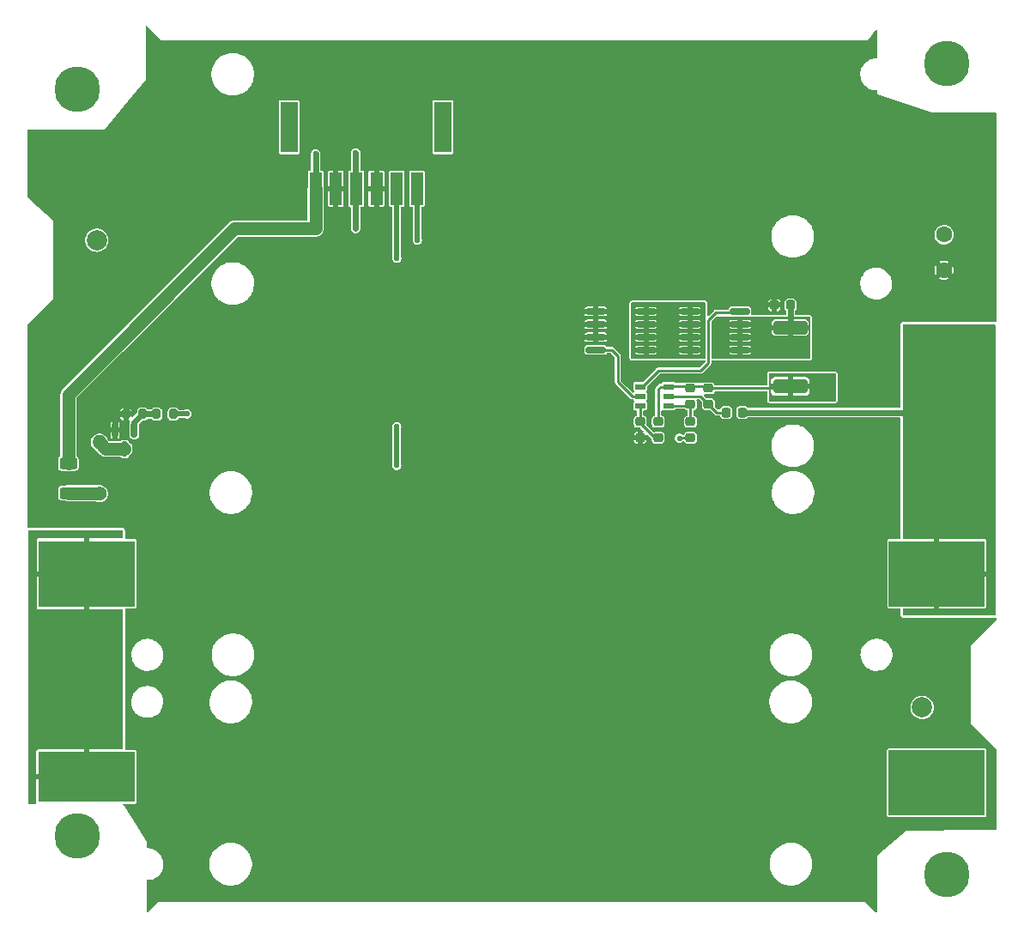
<source format=gtl>
%TF.GenerationSoftware,KiCad,Pcbnew,(6.0.5)*%
%TF.CreationDate,2022-07-09T20:35:50-07:00*%
%TF.ProjectId,batteryboard,62617474-6572-4796-926f-6172642e6b69,1.C*%
%TF.SameCoordinates,Original*%
%TF.FileFunction,Copper,L1,Top*%
%TF.FilePolarity,Positive*%
%FSLAX46Y46*%
G04 Gerber Fmt 4.6, Leading zero omitted, Abs format (unit mm)*
G04 Created by KiCad (PCBNEW (6.0.5)) date 2022-07-09 20:35:50*
%MOMM*%
%LPD*%
G01*
G04 APERTURE LIST*
G04 Aperture macros list*
%AMRoundRect*
0 Rectangle with rounded corners*
0 $1 Rounding radius*
0 $2 $3 $4 $5 $6 $7 $8 $9 X,Y pos of 4 corners*
0 Add a 4 corners polygon primitive as box body*
4,1,4,$2,$3,$4,$5,$6,$7,$8,$9,$2,$3,0*
0 Add four circle primitives for the rounded corners*
1,1,$1+$1,$2,$3*
1,1,$1+$1,$4,$5*
1,1,$1+$1,$6,$7*
1,1,$1+$1,$8,$9*
0 Add four rect primitives between the rounded corners*
20,1,$1+$1,$2,$3,$4,$5,0*
20,1,$1+$1,$4,$5,$6,$7,0*
20,1,$1+$1,$6,$7,$8,$9,0*
20,1,$1+$1,$8,$9,$2,$3,0*%
G04 Aperture macros list end*
%TA.AperFunction,SMDPad,CuDef*%
%ADD10R,9.467600X6.477000*%
%TD*%
%TA.AperFunction,SMDPad,CuDef*%
%ADD11R,9.467600X5.000000*%
%TD*%
%TA.AperFunction,SMDPad,CuDef*%
%ADD12R,1.000000X0.600000*%
%TD*%
%TA.AperFunction,SMDPad,CuDef*%
%ADD13RoundRect,0.218750X-0.256250X0.218750X-0.256250X-0.218750X0.256250X-0.218750X0.256250X0.218750X0*%
%TD*%
%TA.AperFunction,SMDPad,CuDef*%
%ADD14RoundRect,0.218750X0.218750X0.256250X-0.218750X0.256250X-0.218750X-0.256250X0.218750X-0.256250X0*%
%TD*%
%TA.AperFunction,SMDPad,CuDef*%
%ADD15RoundRect,0.218750X0.256250X-0.218750X0.256250X0.218750X-0.256250X0.218750X-0.256250X-0.218750X0*%
%TD*%
%TA.AperFunction,SMDPad,CuDef*%
%ADD16RoundRect,0.150000X-0.825000X-0.150000X0.825000X-0.150000X0.825000X0.150000X-0.825000X0.150000X0*%
%TD*%
%TA.AperFunction,SMDPad,CuDef*%
%ADD17RoundRect,0.150000X0.825000X0.150000X-0.825000X0.150000X-0.825000X-0.150000X0.825000X-0.150000X0*%
%TD*%
%TA.AperFunction,SMDPad,CuDef*%
%ADD18RoundRect,0.250000X1.425000X-0.425000X1.425000X0.425000X-1.425000X0.425000X-1.425000X-0.425000X0*%
%TD*%
%TA.AperFunction,ComponentPad*%
%ADD19C,2.000000*%
%TD*%
%TA.AperFunction,ComponentPad*%
%ADD20C,4.500000*%
%TD*%
%TA.AperFunction,ComponentPad*%
%ADD21C,1.600200*%
%TD*%
%TA.AperFunction,SMDPad,CuDef*%
%ADD22R,1.244600X3.251200*%
%TD*%
%TA.AperFunction,SMDPad,CuDef*%
%ADD23R,1.752600X5.000000*%
%TD*%
%TA.AperFunction,SMDPad,CuDef*%
%ADD24RoundRect,0.200000X0.200000X0.275000X-0.200000X0.275000X-0.200000X-0.275000X0.200000X-0.275000X0*%
%TD*%
%TA.AperFunction,SMDPad,CuDef*%
%ADD25RoundRect,0.250000X-0.625000X0.312500X-0.625000X-0.312500X0.625000X-0.312500X0.625000X0.312500X0*%
%TD*%
%TA.AperFunction,ComponentPad*%
%ADD26C,1.400000*%
%TD*%
%TA.AperFunction,ComponentPad*%
%ADD27O,1.400000X1.400000*%
%TD*%
%TA.AperFunction,SMDPad,CuDef*%
%ADD28RoundRect,0.150000X-0.150000X0.587500X-0.150000X-0.587500X0.150000X-0.587500X0.150000X0.587500X0*%
%TD*%
%TA.AperFunction,ViaPad*%
%ADD29C,0.584200*%
%TD*%
%TA.AperFunction,Conductor*%
%ADD30C,0.279400*%
%TD*%
%TA.AperFunction,Conductor*%
%ADD31C,0.609600*%
%TD*%
%TA.AperFunction,Conductor*%
%ADD32C,1.270000*%
%TD*%
%TA.AperFunction,Conductor*%
%ADD33C,0.508000*%
%TD*%
G04 APERTURE END LIST*
D10*
X143027400Y-129844800D03*
D11*
X59207400Y-129244800D03*
D12*
X113789000Y-90744000D03*
X113789000Y-91694000D03*
X113789000Y-92644000D03*
X116589000Y-92644000D03*
X116589000Y-91694000D03*
X116589000Y-90744000D03*
D10*
X59232800Y-109194600D03*
X143052800Y-109194600D03*
D13*
X120523000Y-90906500D03*
X120523000Y-92481500D03*
X118745000Y-90906500D03*
X118745000Y-92481500D03*
X115570000Y-94208500D03*
X115570000Y-95783500D03*
D14*
X128613000Y-82677000D03*
X127038000Y-82677000D03*
X123850500Y-93281500D03*
X122275500Y-93281500D03*
D15*
X118745000Y-95783500D03*
X118745000Y-94208500D03*
D16*
X109412000Y-83312000D03*
X109412000Y-84582000D03*
X109412000Y-85852000D03*
X109412000Y-87122000D03*
X114362000Y-87122000D03*
X114362000Y-85852000D03*
X114362000Y-84582000D03*
X114362000Y-83312000D03*
D17*
X123633000Y-87122000D03*
X123633000Y-85852000D03*
X123633000Y-84582000D03*
X123633000Y-83312000D03*
X118683000Y-83312000D03*
X118683000Y-84582000D03*
X118683000Y-85852000D03*
X118683000Y-87122000D03*
D13*
X113792000Y-94208500D03*
X113792000Y-95783500D03*
D18*
X128587500Y-90720500D03*
X128587500Y-84920500D03*
D19*
X141592300Y-122389900D03*
X60185300Y-76288900D03*
D20*
X144010300Y-138899900D03*
X58280300Y-61429900D03*
X58280300Y-135089900D03*
X144010300Y-58889900D03*
D21*
X143764000Y-79248001D03*
X143764000Y-75747998D03*
D22*
X81776301Y-71208900D03*
X83776302Y-71208900D03*
X85776300Y-71208900D03*
X87776302Y-71208900D03*
X89776300Y-71208900D03*
X91776301Y-71208900D03*
D23*
X94326301Y-65139900D03*
X79156301Y-65139900D03*
D24*
X64705300Y-93429900D03*
X63055300Y-93429900D03*
D25*
X57391300Y-98321400D03*
X57391300Y-101246400D03*
D26*
X60439300Y-101307900D03*
D27*
X60439300Y-96227900D03*
D24*
X67741300Y-93433900D03*
X66091300Y-93433900D03*
D28*
X63880300Y-95012400D03*
X61980300Y-95012400D03*
X62930300Y-96887400D03*
D29*
X143256000Y-129794000D03*
X146558000Y-129794000D03*
X145034000Y-129794000D03*
X141732000Y-129794000D03*
X146558000Y-132080000D03*
X141732000Y-132080000D03*
X143256000Y-132080000D03*
X145034000Y-132080000D03*
X131826000Y-90678000D03*
X132588000Y-90678000D03*
X131064000Y-90678000D03*
X131826000Y-91567000D03*
X131064000Y-91567000D03*
X132588000Y-91567000D03*
X143256000Y-127508000D03*
X146558000Y-127508000D03*
X145034000Y-127508000D03*
X131826000Y-89789000D03*
X141732000Y-127508000D03*
X131064000Y-89789000D03*
X132588000Y-89789000D03*
X54864000Y-119380000D03*
X58420000Y-119380000D03*
X56642000Y-119380000D03*
X60198000Y-119380000D03*
X60198000Y-120904000D03*
X58420000Y-120904000D03*
X54864000Y-120904000D03*
X56642000Y-120904000D03*
X56642000Y-117856000D03*
X58420000Y-117856000D03*
X60198000Y-117856000D03*
X54864000Y-117856000D03*
X117665498Y-95821500D03*
X140843000Y-94742000D03*
X143002000Y-94742000D03*
X145288000Y-94742000D03*
X147447000Y-94742000D03*
X145288000Y-96139000D03*
X140843000Y-96139000D03*
X143002000Y-96139000D03*
X147447000Y-96139000D03*
X140843000Y-93345000D03*
X85712300Y-75145900D03*
X143002000Y-93345000D03*
X81775300Y-67779900D03*
X85725000Y-67691000D03*
X81775300Y-75145900D03*
X147447000Y-93345000D03*
X81775300Y-68795900D03*
X145288000Y-93345000D03*
X85725000Y-68961000D03*
X89776300Y-78066900D03*
X89776300Y-94703900D03*
X89776300Y-98513900D03*
X91808300Y-76288900D03*
X69075300Y-93433900D03*
D30*
X119761000Y-91694000D02*
X120523000Y-92456000D01*
X121323000Y-93281500D02*
X120523000Y-92481500D01*
X122275500Y-93281500D02*
X121323000Y-93281500D01*
X116589000Y-91694000D02*
X119761000Y-91694000D01*
X120523000Y-92456000D02*
X120523000Y-92481500D01*
X118745000Y-90678000D02*
X120294500Y-90678000D01*
X120523000Y-90906500D02*
X128401500Y-90906500D01*
X118745000Y-90906500D02*
X118745000Y-90678000D01*
X115570000Y-90983600D02*
X115809600Y-90744000D01*
X120294500Y-90678000D02*
X120523000Y-90906500D01*
X116655000Y-90678000D02*
X118745000Y-90678000D01*
X128401500Y-90906500D02*
X128587500Y-90720500D01*
X116589000Y-90744000D02*
X116655000Y-90678000D01*
X115809600Y-90744000D02*
X116589000Y-90744000D01*
X115570000Y-94208500D02*
X115570000Y-90983600D01*
X118745000Y-92481500D02*
X118745000Y-94208500D01*
X118582500Y-92644000D02*
X118745000Y-92481500D01*
X116589000Y-92644000D02*
X118582500Y-92644000D01*
D31*
X61980300Y-95012400D02*
X61980300Y-93709900D01*
X62260300Y-93429900D02*
X63055300Y-93429900D01*
X61980300Y-93709900D02*
X62260300Y-93429900D01*
D30*
X117703498Y-95783500D02*
X117665498Y-95821500D01*
X118745000Y-95783500D02*
X117703498Y-95783500D01*
D31*
X85712300Y-71272900D02*
X85776300Y-71208900D01*
X123850500Y-93281500D02*
X139954000Y-93281500D01*
X85725000Y-71157600D02*
X85776300Y-71208900D01*
D32*
X73774300Y-75145900D02*
X81775300Y-75145900D01*
D31*
X85725000Y-67691000D02*
X85725000Y-68961000D01*
D32*
X57391300Y-98321400D02*
X57391300Y-91528900D01*
D31*
X81775300Y-71207899D02*
X81776301Y-71208900D01*
X85712300Y-75145900D02*
X85712300Y-71272900D01*
D32*
X81775300Y-75145900D02*
X81775300Y-71209901D01*
D31*
X81775300Y-68795900D02*
X81775300Y-71207899D01*
D32*
X81775300Y-71209901D02*
X81776301Y-71208900D01*
D31*
X85725000Y-68961000D02*
X85725000Y-71157600D01*
D32*
X57391300Y-91528900D02*
X73774300Y-75145900D01*
D31*
X81775300Y-67779900D02*
X81775300Y-68795900D01*
D30*
X119761000Y-89154000D02*
X115570000Y-89154000D01*
X121285000Y-83439000D02*
X120523000Y-84201000D01*
X115570000Y-89154000D02*
X113980000Y-90744000D01*
X120523000Y-88392000D02*
X119761000Y-89154000D01*
X123506000Y-83439000D02*
X121285000Y-83439000D01*
X120523000Y-84201000D02*
X120523000Y-88392000D01*
X113980000Y-90744000D02*
X113789000Y-90744000D01*
X123633000Y-83312000D02*
X123506000Y-83439000D01*
X111569500Y-90253900D02*
X111569500Y-87693500D01*
X110998000Y-87122000D02*
X109412000Y-87122000D01*
X113009600Y-91694000D02*
X111569500Y-90253900D01*
X113789000Y-91694000D02*
X113009600Y-91694000D01*
X111569500Y-87693500D02*
X110998000Y-87122000D01*
D31*
X128613000Y-84895000D02*
X128587500Y-84920500D01*
X128613000Y-82677000D02*
X128613000Y-84895000D01*
D30*
X113792000Y-94208500D02*
X113792000Y-94361000D01*
X113789000Y-94205500D02*
X113792000Y-94208500D01*
X113789000Y-92644000D02*
X113789000Y-94205500D01*
X115214500Y-95783500D02*
X115570000Y-95783500D01*
X113792000Y-94361000D02*
X115214500Y-95783500D01*
D33*
X89776300Y-94703900D02*
X89776300Y-94703900D01*
X89776300Y-98513900D02*
X89776300Y-94703900D01*
D32*
X60377800Y-101246400D02*
X60439300Y-101307900D01*
X57391300Y-101246400D02*
X60377800Y-101246400D01*
D33*
X89776300Y-78066900D02*
X89776300Y-71208900D01*
X69075300Y-93433900D02*
X69075300Y-93433900D01*
X91776301Y-76256901D02*
X91808300Y-76288900D01*
X91776301Y-71208900D02*
X91776301Y-76256901D01*
X67741300Y-93433900D02*
X67825110Y-93433900D01*
X67741300Y-93433900D02*
X69075300Y-93433900D01*
D32*
X61098800Y-96887400D02*
X60439300Y-96227900D01*
X62930300Y-96887400D02*
X61098800Y-96887400D01*
D31*
X66087300Y-93429900D02*
X66091300Y-93433900D01*
X63880300Y-95012400D02*
X63880300Y-94254900D01*
X63880300Y-94254900D02*
X64705300Y-93429900D01*
X64705300Y-93429900D02*
X66087300Y-93429900D01*
%TA.AperFunction,Conductor*%
G36*
X133069138Y-89425593D02*
G01*
X133094858Y-89470142D01*
X133096000Y-89483200D01*
X133096000Y-92126800D01*
X133078407Y-92175138D01*
X133033858Y-92200858D01*
X133020800Y-92202000D01*
X126567200Y-92202000D01*
X126518862Y-92184407D01*
X126493142Y-92139858D01*
X126492000Y-92126800D01*
X126492000Y-91191171D01*
X126658501Y-91191171D01*
X126658721Y-91195240D01*
X126664686Y-91250151D01*
X126666850Y-91259255D01*
X126713993Y-91385009D01*
X126719083Y-91394306D01*
X126799243Y-91501264D01*
X126806736Y-91508757D01*
X126913694Y-91588917D01*
X126922991Y-91594007D01*
X127048744Y-91641150D01*
X127057851Y-91643315D01*
X127112761Y-91649280D01*
X127116827Y-91649500D01*
X128320241Y-91649500D01*
X128330398Y-91645803D01*
X128333500Y-91640431D01*
X128333500Y-91636240D01*
X128841500Y-91636240D01*
X128845197Y-91646397D01*
X128850569Y-91649499D01*
X130058171Y-91649499D01*
X130062240Y-91649279D01*
X130117151Y-91643314D01*
X130126255Y-91641150D01*
X130252009Y-91594007D01*
X130261306Y-91588917D01*
X130368264Y-91508757D01*
X130375757Y-91501264D01*
X130455917Y-91394306D01*
X130461007Y-91385009D01*
X130508150Y-91259256D01*
X130510315Y-91250149D01*
X130516280Y-91195239D01*
X130516500Y-91191173D01*
X130516500Y-90987759D01*
X130512803Y-90977602D01*
X130507431Y-90974500D01*
X128854759Y-90974500D01*
X128844602Y-90978197D01*
X128841500Y-90983569D01*
X128841500Y-91636240D01*
X128333500Y-91636240D01*
X128333500Y-90987759D01*
X128329803Y-90977602D01*
X128324431Y-90974500D01*
X126671760Y-90974500D01*
X126661603Y-90978197D01*
X126658501Y-90983569D01*
X126658501Y-91191171D01*
X126492000Y-91191171D01*
X126492000Y-90453241D01*
X126658500Y-90453241D01*
X126662197Y-90463398D01*
X126667569Y-90466500D01*
X128320241Y-90466500D01*
X128330398Y-90462803D01*
X128333500Y-90457431D01*
X128333500Y-90453241D01*
X128841500Y-90453241D01*
X128845197Y-90463398D01*
X128850569Y-90466500D01*
X130503240Y-90466500D01*
X130513397Y-90462803D01*
X130516499Y-90457431D01*
X130516499Y-90249829D01*
X130516279Y-90245760D01*
X130510314Y-90190849D01*
X130508150Y-90181745D01*
X130461007Y-90055991D01*
X130455917Y-90046694D01*
X130375757Y-89939736D01*
X130368264Y-89932243D01*
X130261306Y-89852083D01*
X130252009Y-89846993D01*
X130126256Y-89799850D01*
X130117149Y-89797685D01*
X130062239Y-89791720D01*
X130058173Y-89791500D01*
X128854759Y-89791500D01*
X128844602Y-89795197D01*
X128841500Y-89800569D01*
X128841500Y-90453241D01*
X128333500Y-90453241D01*
X128333500Y-89804760D01*
X128329803Y-89794603D01*
X128324431Y-89791501D01*
X127116829Y-89791501D01*
X127112760Y-89791721D01*
X127057849Y-89797686D01*
X127048745Y-89799850D01*
X126922991Y-89846993D01*
X126913694Y-89852083D01*
X126806736Y-89932243D01*
X126799243Y-89939736D01*
X126719083Y-90046694D01*
X126713993Y-90055991D01*
X126666850Y-90181744D01*
X126664685Y-90190851D01*
X126658720Y-90245761D01*
X126658500Y-90249827D01*
X126658500Y-90453241D01*
X126492000Y-90453241D01*
X126492000Y-89483200D01*
X126509593Y-89434862D01*
X126554142Y-89409142D01*
X126567200Y-89408000D01*
X133020800Y-89408000D01*
X133069138Y-89425593D01*
G37*
%TD.AperFunction*%
%TA.AperFunction,Conductor*%
G36*
X65136800Y-55130052D02*
G01*
X65153699Y-55143361D01*
X66409126Y-56463836D01*
X66410187Y-56464952D01*
X66410402Y-56465240D01*
X66410913Y-56467147D01*
X66437844Y-56494078D01*
X66439170Y-56495437D01*
X66451059Y-56507942D01*
X66452655Y-56508918D01*
X66452946Y-56509180D01*
X66468853Y-56525087D01*
X66478417Y-56527650D01*
X66480409Y-56528800D01*
X66492535Y-56534003D01*
X66494739Y-56534654D01*
X66503183Y-56539817D01*
X66525681Y-56540386D01*
X66526059Y-56540415D01*
X66527869Y-56540900D01*
X66545111Y-56540900D01*
X66547010Y-56540924D01*
X66579979Y-56541757D01*
X66579981Y-56541757D01*
X66585097Y-56541886D01*
X66586831Y-56540943D01*
X66587189Y-56540900D01*
X136107871Y-56540900D01*
X136113217Y-56541293D01*
X136120826Y-56544589D01*
X136130664Y-56543454D01*
X136148499Y-56541396D01*
X136157119Y-56540900D01*
X136164131Y-56540900D01*
X136168889Y-56539626D01*
X136170891Y-56539362D01*
X136178199Y-56537970D01*
X136192390Y-56536332D01*
X136202226Y-56535197D01*
X136210177Y-56529296D01*
X136211914Y-56528609D01*
X136211943Y-56528600D01*
X136211980Y-56528575D01*
X136213582Y-56527650D01*
X136223147Y-56525087D01*
X136240247Y-56507987D01*
X136245872Y-56503133D01*
X136247330Y-56501721D01*
X136251287Y-56498784D01*
X136254473Y-56494767D01*
X136255647Y-56493287D01*
X136261391Y-56486843D01*
X136281087Y-56467147D01*
X136283233Y-56459136D01*
X136286242Y-56454710D01*
X137025882Y-55522122D01*
X137069702Y-55495182D01*
X137120588Y-55502713D01*
X137154728Y-55541190D01*
X137160000Y-55568851D01*
X137160000Y-58272100D01*
X137142407Y-58320438D01*
X137097858Y-58346158D01*
X137084800Y-58347300D01*
X137007565Y-58347300D01*
X136819061Y-58362467D01*
X136816127Y-58363188D01*
X136816125Y-58363188D01*
X136679235Y-58396811D01*
X136573507Y-58422780D01*
X136570724Y-58423961D01*
X136570719Y-58423963D01*
X136447062Y-58476453D01*
X136340755Y-58521578D01*
X136126792Y-58656317D01*
X135937124Y-58823532D01*
X135776631Y-59018920D01*
X135649440Y-59237455D01*
X135558826Y-59473514D01*
X135558208Y-59476474D01*
X135558207Y-59476476D01*
X135553469Y-59499158D01*
X135507118Y-59721023D01*
X135495648Y-59973616D01*
X135495994Y-59976605D01*
X135495994Y-59976609D01*
X135507452Y-60075635D01*
X135524711Y-60224793D01*
X135593557Y-60468093D01*
X135594833Y-60470830D01*
X135594834Y-60470832D01*
X135670552Y-60633208D01*
X135700418Y-60697256D01*
X135842542Y-60906386D01*
X136016274Y-61090102D01*
X136217145Y-61243679D01*
X136340924Y-61310049D01*
X136437325Y-61361739D01*
X136437328Y-61361740D01*
X136439985Y-61363165D01*
X136559523Y-61404325D01*
X136676209Y-61444504D01*
X136676213Y-61444505D01*
X136679062Y-61445486D01*
X136928226Y-61488524D01*
X136930577Y-61488631D01*
X136930579Y-61488631D01*
X136957682Y-61489862D01*
X136957698Y-61489862D01*
X136958527Y-61489900D01*
X137084800Y-61489900D01*
X137133138Y-61507493D01*
X137158858Y-61552042D01*
X137160000Y-61565100D01*
X137160000Y-61937900D01*
X137170023Y-61941171D01*
X142602652Y-63714057D01*
X142602653Y-63714057D01*
X142608300Y-63715900D01*
X148858948Y-63715900D01*
X148907286Y-63733493D01*
X148933006Y-63778042D01*
X148934148Y-63791084D01*
X148936506Y-74554995D01*
X148938633Y-84264546D01*
X148938633Y-84266090D01*
X148921050Y-84314431D01*
X148876508Y-84340161D01*
X148850375Y-84340164D01*
X148765148Y-84325136D01*
X148765142Y-84325135D01*
X148761918Y-84324567D01*
X139775200Y-84324567D01*
X139752591Y-84325554D01*
X139751766Y-84325626D01*
X139751753Y-84325627D01*
X139739931Y-84326661D01*
X139739915Y-84326663D01*
X139739533Y-84326696D01*
X139728272Y-84327929D01*
X139632393Y-84360475D01*
X139587844Y-84386195D01*
X139526268Y-84435615D01*
X139473742Y-84522177D01*
X139456149Y-84570515D01*
X139455579Y-84573746D01*
X139455579Y-84573747D01*
X139441069Y-84656037D01*
X139441068Y-84656043D01*
X139440500Y-84659267D01*
X139440500Y-92748600D01*
X139422907Y-92796938D01*
X139378358Y-92822658D01*
X139365300Y-92823800D01*
X124424647Y-92823800D01*
X124376309Y-92806207D01*
X124371519Y-92801821D01*
X124292453Y-92722893D01*
X124292452Y-92722892D01*
X124288052Y-92718500D01*
X124282468Y-92715771D01*
X124282466Y-92715769D01*
X124190893Y-92671008D01*
X124176894Y-92664165D01*
X124137986Y-92658489D01*
X124107179Y-92653994D01*
X124107174Y-92653994D01*
X124104476Y-92653600D01*
X123596524Y-92653600D01*
X123593808Y-92654000D01*
X123593805Y-92654000D01*
X123552138Y-92660134D01*
X123523476Y-92664353D01*
X123518232Y-92666928D01*
X123518231Y-92666928D01*
X123417988Y-92716145D01*
X123417987Y-92716146D01*
X123412412Y-92718883D01*
X123408025Y-92723277D01*
X123408023Y-92723279D01*
X123334493Y-92796938D01*
X123325000Y-92806448D01*
X123322271Y-92812031D01*
X123322269Y-92812034D01*
X123294724Y-92868386D01*
X123270665Y-92917606D01*
X123265542Y-92952720D01*
X123260497Y-92987305D01*
X123260100Y-92990024D01*
X123260100Y-93572976D01*
X123260500Y-93575692D01*
X123260500Y-93575695D01*
X123262855Y-93591693D01*
X123270853Y-93646024D01*
X123273428Y-93651268D01*
X123273428Y-93651269D01*
X123316744Y-93739492D01*
X123325383Y-93757088D01*
X123329777Y-93761475D01*
X123329779Y-93761477D01*
X123408547Y-93840107D01*
X123412948Y-93844500D01*
X123418532Y-93847229D01*
X123418534Y-93847231D01*
X123450273Y-93862745D01*
X123524106Y-93898835D01*
X123563014Y-93904511D01*
X123593821Y-93909006D01*
X123593826Y-93909006D01*
X123596524Y-93909400D01*
X124104476Y-93909400D01*
X124107192Y-93909000D01*
X124107195Y-93909000D01*
X124148862Y-93902866D01*
X124177524Y-93898647D01*
X124182773Y-93896070D01*
X124283012Y-93846855D01*
X124283013Y-93846854D01*
X124288588Y-93844117D01*
X124292975Y-93839723D01*
X124292977Y-93839721D01*
X124366022Y-93766547D01*
X124371288Y-93761272D01*
X124417889Y-93739492D01*
X124424509Y-93739200D01*
X139365300Y-93739200D01*
X139413638Y-93756793D01*
X139439358Y-93801342D01*
X139440500Y-93814400D01*
X139440500Y-105728001D01*
X139422907Y-105776339D01*
X139378358Y-105802059D01*
X139365300Y-105803201D01*
X138303944Y-105803201D01*
X138259342Y-105812072D01*
X138208766Y-105845866D01*
X138174972Y-105896442D01*
X138166100Y-105941043D01*
X138166101Y-112448156D01*
X138174972Y-112492758D01*
X138208766Y-112543334D01*
X138214923Y-112547448D01*
X138253183Y-112573013D01*
X138253184Y-112573014D01*
X138259342Y-112577128D01*
X138303943Y-112586000D01*
X139365300Y-112586000D01*
X139413638Y-112603593D01*
X139439358Y-112648142D01*
X139440500Y-112661200D01*
X139440500Y-113210867D01*
X139441487Y-113233476D01*
X139442629Y-113246534D01*
X139443862Y-113257795D01*
X139476408Y-113353674D01*
X139502128Y-113398223D01*
X139551548Y-113459799D01*
X139557171Y-113463211D01*
X139557172Y-113463212D01*
X139615861Y-113498824D01*
X139638110Y-113512325D01*
X139641583Y-113513589D01*
X139641585Y-113513590D01*
X139656108Y-113518876D01*
X139686448Y-113529918D01*
X139689679Y-113530488D01*
X139689680Y-113530488D01*
X139771970Y-113544998D01*
X139771976Y-113544999D01*
X139775200Y-113545567D01*
X148768173Y-113545567D01*
X148790811Y-113544578D01*
X148803886Y-113543433D01*
X148804292Y-113543388D01*
X148804317Y-113543386D01*
X148807678Y-113543017D01*
X148815179Y-113542194D01*
X148845670Y-113531836D01*
X148897097Y-113532947D01*
X148935780Y-113566855D01*
X148945058Y-113603023D01*
X148945079Y-113697523D01*
X148927496Y-113745865D01*
X148923053Y-113750714D01*
X146478854Y-116194913D01*
X146478853Y-116194913D01*
X146420913Y-116252853D01*
X146418083Y-116263416D01*
X146410569Y-116281557D01*
X146405099Y-116291030D01*
X146405099Y-116372970D01*
X146405100Y-116372972D01*
X146405100Y-123911028D01*
X146405099Y-123911030D01*
X146405099Y-123992970D01*
X146410048Y-124001541D01*
X146410568Y-124002441D01*
X146418083Y-124020584D01*
X146420913Y-124031147D01*
X146478853Y-124089087D01*
X146478854Y-124089087D01*
X148922996Y-126533229D01*
X148944736Y-126579849D01*
X148945022Y-126586465D01*
X148944908Y-126726116D01*
X148939571Y-133236200D01*
X148938632Y-134381110D01*
X148920999Y-134429433D01*
X148876430Y-134455116D01*
X148864506Y-134456240D01*
X147422321Y-134476843D01*
X140068300Y-134581900D01*
X140058405Y-134590074D01*
X140058403Y-134590075D01*
X137300405Y-136868422D01*
X137147300Y-136994900D01*
X137155277Y-141884900D01*
X137156367Y-142553080D01*
X137138852Y-142601447D01*
X137094346Y-142627239D01*
X137043673Y-142618389D01*
X137029257Y-142607612D01*
X135997508Y-141623245D01*
X135996244Y-141622010D01*
X135969147Y-141594913D01*
X135959587Y-141592351D01*
X135959586Y-141592351D01*
X135955950Y-141591377D01*
X135939352Y-141584729D01*
X135927366Y-141578179D01*
X135889068Y-141579079D01*
X135887301Y-141579100D01*
X66294224Y-141579100D01*
X66263154Y-141579054D01*
X66263152Y-141579054D01*
X66253254Y-141579040D01*
X66244675Y-141583976D01*
X66244673Y-141583977D01*
X66243626Y-141584580D01*
X66225585Y-141592037D01*
X66214853Y-141594913D01*
X66185611Y-141624155D01*
X65311143Y-142496064D01*
X65210851Y-142596062D01*
X65164199Y-142617733D01*
X65114532Y-142604347D01*
X65085089Y-142562167D01*
X65082555Y-142542810D01*
X65082555Y-139492300D01*
X65100148Y-139443962D01*
X65144697Y-139418242D01*
X65157755Y-139417100D01*
X65252635Y-139417100D01*
X65441139Y-139401933D01*
X65444073Y-139401212D01*
X65444075Y-139401212D01*
X65683749Y-139342343D01*
X65683748Y-139342343D01*
X65686693Y-139341620D01*
X65689476Y-139340439D01*
X65689481Y-139340437D01*
X65916665Y-139244002D01*
X65919445Y-139242822D01*
X66133408Y-139108083D01*
X66323076Y-138940868D01*
X66483569Y-138745480D01*
X66610760Y-138526945D01*
X66701374Y-138290886D01*
X66701993Y-138287924D01*
X66752465Y-138046332D01*
X66752466Y-138046328D01*
X66753082Y-138043377D01*
X66756039Y-137978264D01*
X71287845Y-137978264D01*
X71288179Y-137980799D01*
X71288179Y-137980803D01*
X71291080Y-138002835D01*
X71325302Y-138262781D01*
X71325974Y-138265238D01*
X71325975Y-138265242D01*
X71397570Y-138526945D01*
X71401027Y-138539583D01*
X71409910Y-138560408D01*
X71487734Y-138742864D01*
X71513617Y-138803547D01*
X71660989Y-139049788D01*
X71840416Y-139273750D01*
X72048579Y-139471289D01*
X72281625Y-139638749D01*
X72303426Y-139650292D01*
X72532970Y-139771830D01*
X72532975Y-139771832D01*
X72535241Y-139773032D01*
X72804735Y-139871653D01*
X73012776Y-139917013D01*
X73082616Y-139932241D01*
X73082619Y-139932241D01*
X73085121Y-139932787D01*
X73209754Y-139942596D01*
X73308714Y-139950384D01*
X73308722Y-139950384D01*
X73310192Y-139950500D01*
X73465438Y-139950500D01*
X73679608Y-139935899D01*
X73682113Y-139935380D01*
X73682115Y-139935380D01*
X73780879Y-139914927D01*
X73960618Y-139877705D01*
X73980193Y-139870773D01*
X74228719Y-139782766D01*
X74228722Y-139782765D01*
X74231130Y-139781912D01*
X74486139Y-139650292D01*
X74720926Y-139485281D01*
X74931145Y-139289933D01*
X74942949Y-139275512D01*
X75111291Y-139069838D01*
X75111293Y-139069835D01*
X75112908Y-139067862D01*
X75114239Y-139065690D01*
X75114244Y-139065683D01*
X75261513Y-138825361D01*
X75262851Y-138823178D01*
X75280612Y-138782717D01*
X75377170Y-138562753D01*
X75377172Y-138562748D01*
X75378199Y-138560408D01*
X75456818Y-138284414D01*
X75497253Y-138000305D01*
X75497368Y-137978264D01*
X126558245Y-137978264D01*
X126558579Y-137980799D01*
X126558579Y-137980803D01*
X126561480Y-138002835D01*
X126595702Y-138262781D01*
X126596374Y-138265238D01*
X126596375Y-138265242D01*
X126667970Y-138526945D01*
X126671427Y-138539583D01*
X126680310Y-138560408D01*
X126758134Y-138742864D01*
X126784017Y-138803547D01*
X126931389Y-139049788D01*
X127110816Y-139273750D01*
X127318979Y-139471289D01*
X127552025Y-139638749D01*
X127573826Y-139650292D01*
X127803370Y-139771830D01*
X127803375Y-139771832D01*
X127805641Y-139773032D01*
X128075135Y-139871653D01*
X128283176Y-139917013D01*
X128353016Y-139932241D01*
X128353019Y-139932241D01*
X128355521Y-139932787D01*
X128480154Y-139942596D01*
X128579114Y-139950384D01*
X128579122Y-139950384D01*
X128580592Y-139950500D01*
X128735838Y-139950500D01*
X128950008Y-139935899D01*
X128952513Y-139935380D01*
X128952515Y-139935380D01*
X129051279Y-139914927D01*
X129231018Y-139877705D01*
X129250593Y-139870773D01*
X129499119Y-139782766D01*
X129499122Y-139782765D01*
X129501530Y-139781912D01*
X129756539Y-139650292D01*
X129991326Y-139485281D01*
X130201545Y-139289933D01*
X130213349Y-139275512D01*
X130381691Y-139069838D01*
X130381693Y-139069835D01*
X130383308Y-139067862D01*
X130384639Y-139065690D01*
X130384644Y-139065683D01*
X130531913Y-138825361D01*
X130533251Y-138823178D01*
X130551012Y-138782717D01*
X130647570Y-138562753D01*
X130647572Y-138562748D01*
X130648599Y-138560408D01*
X130727218Y-138284414D01*
X130767653Y-138000305D01*
X130768750Y-137790784D01*
X130769142Y-137715899D01*
X130769142Y-137715893D01*
X130769155Y-137713336D01*
X130766254Y-137691295D01*
X130732031Y-137431349D01*
X130731698Y-137428819D01*
X130725780Y-137407186D01*
X130656649Y-137154487D01*
X130656648Y-137154483D01*
X130655973Y-137152017D01*
X130543383Y-136888053D01*
X130416766Y-136676491D01*
X130397323Y-136644004D01*
X130397322Y-136644003D01*
X130396011Y-136641812D01*
X130216584Y-136417850D01*
X130008421Y-136220311D01*
X129775375Y-136052851D01*
X129668104Y-135996054D01*
X129524030Y-135919770D01*
X129524025Y-135919768D01*
X129521759Y-135918568D01*
X129252265Y-135819947D01*
X129044224Y-135774587D01*
X128974384Y-135759359D01*
X128974381Y-135759359D01*
X128971879Y-135758813D01*
X128847246Y-135749004D01*
X128748286Y-135741216D01*
X128748278Y-135741216D01*
X128746808Y-135741100D01*
X128591562Y-135741100D01*
X128377392Y-135755701D01*
X128374887Y-135756220D01*
X128374885Y-135756220D01*
X128276121Y-135776673D01*
X128096382Y-135813895D01*
X128093976Y-135814747D01*
X127828281Y-135908834D01*
X127828278Y-135908835D01*
X127825870Y-135909688D01*
X127570861Y-136041308D01*
X127336074Y-136206319D01*
X127125855Y-136401667D01*
X127124233Y-136403649D01*
X127124229Y-136403653D01*
X127112609Y-136417850D01*
X126944092Y-136623738D01*
X126942761Y-136625910D01*
X126942756Y-136625917D01*
X126834328Y-136802856D01*
X126794149Y-136868422D01*
X126793121Y-136870764D01*
X126708013Y-137064646D01*
X126678801Y-137131192D01*
X126600182Y-137407186D01*
X126559747Y-137691295D01*
X126558245Y-137978264D01*
X75497368Y-137978264D01*
X75498350Y-137790784D01*
X75498742Y-137715899D01*
X75498742Y-137715893D01*
X75498755Y-137713336D01*
X75495854Y-137691295D01*
X75461631Y-137431349D01*
X75461298Y-137428819D01*
X75455380Y-137407186D01*
X75386249Y-137154487D01*
X75386248Y-137154483D01*
X75385573Y-137152017D01*
X75272983Y-136888053D01*
X75146366Y-136676491D01*
X75126923Y-136644004D01*
X75126922Y-136644003D01*
X75125611Y-136641812D01*
X74946184Y-136417850D01*
X74738021Y-136220311D01*
X74504975Y-136052851D01*
X74397704Y-135996054D01*
X74253630Y-135919770D01*
X74253625Y-135919768D01*
X74251359Y-135918568D01*
X73981865Y-135819947D01*
X73773824Y-135774587D01*
X73703984Y-135759359D01*
X73703981Y-135759359D01*
X73701479Y-135758813D01*
X73576846Y-135749004D01*
X73477886Y-135741216D01*
X73477878Y-135741216D01*
X73476408Y-135741100D01*
X73321162Y-135741100D01*
X73106992Y-135755701D01*
X73104487Y-135756220D01*
X73104485Y-135756220D01*
X73005721Y-135776673D01*
X72825982Y-135813895D01*
X72823576Y-135814747D01*
X72557881Y-135908834D01*
X72557878Y-135908835D01*
X72555470Y-135909688D01*
X72300461Y-136041308D01*
X72065674Y-136206319D01*
X71855455Y-136401667D01*
X71853833Y-136403649D01*
X71853829Y-136403653D01*
X71842209Y-136417850D01*
X71673692Y-136623738D01*
X71672361Y-136625910D01*
X71672356Y-136625917D01*
X71563928Y-136802856D01*
X71523749Y-136868422D01*
X71522721Y-136870764D01*
X71437613Y-137064646D01*
X71408401Y-137131192D01*
X71329782Y-137407186D01*
X71289347Y-137691295D01*
X71287845Y-137978264D01*
X66756039Y-137978264D01*
X66764552Y-137790784D01*
X66753041Y-137691295D01*
X66735835Y-137542599D01*
X66735489Y-137539607D01*
X66666643Y-137296307D01*
X66598262Y-137149664D01*
X66561061Y-137069886D01*
X66561059Y-137069882D01*
X66559782Y-137067144D01*
X66417658Y-136858014D01*
X66243926Y-136674298D01*
X66043055Y-136520721D01*
X65824725Y-136403653D01*
X65822875Y-136402661D01*
X65822872Y-136402660D01*
X65820215Y-136401235D01*
X65700676Y-136360074D01*
X65583991Y-136319896D01*
X65583987Y-136319895D01*
X65581138Y-136318914D01*
X65331974Y-136275876D01*
X65329623Y-136275769D01*
X65329621Y-136275769D01*
X65302518Y-136274538D01*
X65302502Y-136274538D01*
X65301673Y-136274500D01*
X65157755Y-136274500D01*
X65109417Y-136256907D01*
X65083697Y-136212358D01*
X65082555Y-136199300D01*
X65082555Y-135636000D01*
X63570512Y-133236200D01*
X62799802Y-132012987D01*
X62788919Y-131962711D01*
X62812899Y-131917203D01*
X62863426Y-131897699D01*
X63956256Y-131897699D01*
X64000858Y-131888828D01*
X64051434Y-131855034D01*
X64085228Y-131804458D01*
X64094100Y-131759857D01*
X64094099Y-126729744D01*
X64085228Y-126685142D01*
X64051434Y-126634566D01*
X64045277Y-126630452D01*
X64007017Y-126604887D01*
X64007016Y-126604886D01*
X64000858Y-126600772D01*
X63956257Y-126591900D01*
X63056034Y-126591900D01*
X63054229Y-126591243D01*
X138140700Y-126591243D01*
X138140701Y-133098356D01*
X138149572Y-133142958D01*
X138183366Y-133193534D01*
X138189523Y-133197648D01*
X138227783Y-133223213D01*
X138227784Y-133223214D01*
X138233942Y-133227328D01*
X138278543Y-133236200D01*
X143026757Y-133236200D01*
X147776256Y-133236199D01*
X147820858Y-133227328D01*
X147871434Y-133193534D01*
X147905228Y-133142958D01*
X147914100Y-133098357D01*
X147914099Y-126591244D01*
X147905228Y-126546642D01*
X147871434Y-126496066D01*
X147864611Y-126491507D01*
X147827017Y-126466387D01*
X147827016Y-126466386D01*
X147820858Y-126462272D01*
X147776257Y-126453400D01*
X143028043Y-126453400D01*
X138278544Y-126453401D01*
X138233942Y-126462272D01*
X138183366Y-126496066D01*
X138179252Y-126502223D01*
X138158669Y-126533028D01*
X138149572Y-126546642D01*
X138148127Y-126553906D01*
X138147854Y-126555281D01*
X138140700Y-126591243D01*
X63054229Y-126591243D01*
X63007696Y-126574307D01*
X62981976Y-126529758D01*
X62981976Y-126503642D01*
X62996931Y-126418830D01*
X62996932Y-126418824D01*
X62997500Y-126415600D01*
X62997500Y-121898816D01*
X63588248Y-121898816D01*
X63588594Y-121901805D01*
X63588594Y-121901809D01*
X63600052Y-122000835D01*
X63617311Y-122149993D01*
X63686157Y-122393293D01*
X63687433Y-122396030D01*
X63687434Y-122396032D01*
X63770594Y-122574367D01*
X63793018Y-122622456D01*
X63935142Y-122831586D01*
X64108874Y-123015302D01*
X64111269Y-123017133D01*
X64111270Y-123017134D01*
X64277545Y-123144260D01*
X64309745Y-123168879D01*
X64378923Y-123205972D01*
X64529925Y-123286939D01*
X64529928Y-123286940D01*
X64532585Y-123288365D01*
X64652123Y-123329525D01*
X64768809Y-123369704D01*
X64768813Y-123369705D01*
X64771662Y-123370686D01*
X64973318Y-123405518D01*
X64992250Y-123408788D01*
X65020826Y-123413724D01*
X65023177Y-123413831D01*
X65023179Y-123413831D01*
X65050282Y-123415062D01*
X65050298Y-123415062D01*
X65051127Y-123415100D01*
X65227235Y-123415100D01*
X65415739Y-123399933D01*
X65418673Y-123399212D01*
X65418675Y-123399212D01*
X65658349Y-123340343D01*
X65658348Y-123340343D01*
X65661293Y-123339620D01*
X65664076Y-123338439D01*
X65664081Y-123338437D01*
X65891265Y-123242002D01*
X65894045Y-123240822D01*
X66008289Y-123168879D01*
X66105450Y-123107694D01*
X66105451Y-123107693D01*
X66108008Y-123106083D01*
X66297676Y-122938868D01*
X66458169Y-122743480D01*
X66585360Y-122524945D01*
X66648833Y-122359591D01*
X66674889Y-122291713D01*
X66674890Y-122291711D01*
X66675974Y-122288886D01*
X66676593Y-122285924D01*
X66727065Y-122044332D01*
X66727066Y-122044328D01*
X66727682Y-122041377D01*
X66730639Y-121976264D01*
X71313245Y-121976264D01*
X71313579Y-121978799D01*
X71313579Y-121978803D01*
X71336117Y-122149993D01*
X71350702Y-122260781D01*
X71351374Y-122263238D01*
X71351375Y-122263242D01*
X71422970Y-122524945D01*
X71426427Y-122537583D01*
X71478724Y-122660192D01*
X71529626Y-122779529D01*
X71539017Y-122801547D01*
X71555501Y-122829089D01*
X71666947Y-123015302D01*
X71686389Y-123047788D01*
X71865816Y-123271750D01*
X71884742Y-123289710D01*
X72051165Y-123447639D01*
X72073979Y-123469289D01*
X72102397Y-123489709D01*
X72180946Y-123546152D01*
X72307025Y-123636749D01*
X72328826Y-123648292D01*
X72558370Y-123769830D01*
X72558375Y-123769832D01*
X72560641Y-123771032D01*
X72830135Y-123869653D01*
X73019889Y-123911026D01*
X73108016Y-123930241D01*
X73108019Y-123930241D01*
X73110521Y-123930787D01*
X73235154Y-123940596D01*
X73334114Y-123948384D01*
X73334122Y-123948384D01*
X73335592Y-123948500D01*
X73490838Y-123948500D01*
X73705008Y-123933899D01*
X73707513Y-123933380D01*
X73707515Y-123933380D01*
X73815458Y-123911026D01*
X73986018Y-123875705D01*
X74005593Y-123868773D01*
X74254119Y-123780766D01*
X74254122Y-123780765D01*
X74256530Y-123779912D01*
X74511539Y-123648292D01*
X74746326Y-123483281D01*
X74956545Y-123287933D01*
X74968349Y-123273512D01*
X75136691Y-123067838D01*
X75136693Y-123067835D01*
X75138308Y-123065862D01*
X75139639Y-123063690D01*
X75139644Y-123063683D01*
X75265948Y-122857573D01*
X75288251Y-122821178D01*
X75309377Y-122773052D01*
X75402570Y-122560753D01*
X75402572Y-122560748D01*
X75403599Y-122558408D01*
X75482218Y-122282414D01*
X75522653Y-121998305D01*
X75522768Y-121976264D01*
X126532845Y-121976264D01*
X126533179Y-121978799D01*
X126533179Y-121978803D01*
X126555717Y-122149993D01*
X126570302Y-122260781D01*
X126570974Y-122263238D01*
X126570975Y-122263242D01*
X126642570Y-122524945D01*
X126646027Y-122537583D01*
X126698324Y-122660192D01*
X126749226Y-122779529D01*
X126758617Y-122801547D01*
X126775101Y-122829089D01*
X126886547Y-123015302D01*
X126905989Y-123047788D01*
X127085416Y-123271750D01*
X127104342Y-123289710D01*
X127270765Y-123447639D01*
X127293579Y-123469289D01*
X127321997Y-123489709D01*
X127400546Y-123546152D01*
X127526625Y-123636749D01*
X127548426Y-123648292D01*
X127777970Y-123769830D01*
X127777975Y-123769832D01*
X127780241Y-123771032D01*
X128049735Y-123869653D01*
X128239489Y-123911026D01*
X128327616Y-123930241D01*
X128327619Y-123930241D01*
X128330121Y-123930787D01*
X128454754Y-123940596D01*
X128553714Y-123948384D01*
X128553722Y-123948384D01*
X128555192Y-123948500D01*
X128710438Y-123948500D01*
X128924608Y-123933899D01*
X128927113Y-123933380D01*
X128927115Y-123933380D01*
X129035058Y-123911026D01*
X129205618Y-123875705D01*
X129225193Y-123868773D01*
X129473719Y-123780766D01*
X129473722Y-123780765D01*
X129476130Y-123779912D01*
X129731139Y-123648292D01*
X129965926Y-123483281D01*
X130176145Y-123287933D01*
X130187949Y-123273512D01*
X130356291Y-123067838D01*
X130356293Y-123067835D01*
X130357908Y-123065862D01*
X130359239Y-123063690D01*
X130359244Y-123063683D01*
X130485548Y-122857573D01*
X130507851Y-122821178D01*
X130528977Y-122773052D01*
X130622170Y-122560753D01*
X130622172Y-122560748D01*
X130623199Y-122558408D01*
X130679834Y-122359591D01*
X140434858Y-122359591D01*
X140435083Y-122363025D01*
X140435083Y-122363028D01*
X140436876Y-122390387D01*
X140448716Y-122571026D01*
X140500873Y-122776395D01*
X140589582Y-122968819D01*
X140711872Y-123141856D01*
X140714340Y-123144260D01*
X140845212Y-123271750D01*
X140863648Y-123289710D01*
X140866508Y-123291621D01*
X141036966Y-123405518D01*
X141036971Y-123405521D01*
X141039827Y-123407429D01*
X141042989Y-123408788D01*
X141042990Y-123408788D01*
X141231339Y-123489709D01*
X141231344Y-123489711D01*
X141234508Y-123491070D01*
X141237864Y-123491829D01*
X141237869Y-123491831D01*
X141437812Y-123537074D01*
X141437815Y-123537074D01*
X141441172Y-123537834D01*
X141553256Y-123542237D01*
X141649453Y-123546017D01*
X141649456Y-123546017D01*
X141652897Y-123546152D01*
X141656302Y-123545658D01*
X141656307Y-123545658D01*
X141806927Y-123523819D01*
X141862592Y-123515748D01*
X141939301Y-123489709D01*
X142059973Y-123448747D01*
X142059976Y-123448745D01*
X142063236Y-123447639D01*
X142248107Y-123344105D01*
X142411016Y-123208616D01*
X142546505Y-123045707D01*
X142650039Y-122860836D01*
X142659223Y-122833783D01*
X142717038Y-122663462D01*
X142718148Y-122660192D01*
X142748552Y-122450497D01*
X142750139Y-122389900D01*
X142730751Y-122178901D01*
X142673236Y-121974968D01*
X142657850Y-121943767D01*
X142581045Y-121788024D01*
X142579520Y-121784931D01*
X142452742Y-121615154D01*
X142297148Y-121471325D01*
X142272009Y-121455463D01*
X142192324Y-121405186D01*
X142117948Y-121358258D01*
X141950789Y-121291568D01*
X141924353Y-121281021D01*
X141924350Y-121281020D01*
X141921144Y-121279741D01*
X141917763Y-121279068D01*
X141917758Y-121279067D01*
X141716710Y-121239077D01*
X141716711Y-121239077D01*
X141713327Y-121238404D01*
X141578239Y-121236635D01*
X141504899Y-121235675D01*
X141504898Y-121235675D01*
X141501457Y-121235630D01*
X141498065Y-121236213D01*
X141498063Y-121236213D01*
X141296021Y-121270930D01*
X141296019Y-121270930D01*
X141292629Y-121271513D01*
X141093837Y-121344852D01*
X140911739Y-121453189D01*
X140909146Y-121455463D01*
X140812067Y-121540599D01*
X140752433Y-121592896D01*
X140750299Y-121595602D01*
X140750297Y-121595605D01*
X140657043Y-121713899D01*
X140621255Y-121759296D01*
X140619652Y-121762344D01*
X140619650Y-121762346D01*
X140524199Y-121943767D01*
X140522596Y-121946814D01*
X140459763Y-122149172D01*
X140459358Y-122152592D01*
X140459358Y-122152593D01*
X140456637Y-122175582D01*
X140434858Y-122359591D01*
X130679834Y-122359591D01*
X130701818Y-122282414D01*
X130742253Y-121998305D01*
X130743354Y-121788024D01*
X130743742Y-121713899D01*
X130743742Y-121713893D01*
X130743755Y-121711336D01*
X130740854Y-121689295D01*
X130706631Y-121429349D01*
X130706298Y-121426819D01*
X130700380Y-121405186D01*
X130631249Y-121152487D01*
X130631248Y-121152483D01*
X130630573Y-121150017D01*
X130573167Y-121015429D01*
X130518984Y-120888399D01*
X130518982Y-120888395D01*
X130517983Y-120886053D01*
X130391366Y-120674491D01*
X130371923Y-120642004D01*
X130371922Y-120642003D01*
X130370611Y-120639812D01*
X130191184Y-120415850D01*
X129983021Y-120218311D01*
X129749975Y-120050851D01*
X129642704Y-119994054D01*
X129498630Y-119917770D01*
X129498625Y-119917768D01*
X129496359Y-119916568D01*
X129226865Y-119817947D01*
X129018824Y-119772587D01*
X128948984Y-119757359D01*
X128948981Y-119757359D01*
X128946479Y-119756813D01*
X128821846Y-119747004D01*
X128722886Y-119739216D01*
X128722878Y-119739216D01*
X128721408Y-119739100D01*
X128566162Y-119739100D01*
X128351992Y-119753701D01*
X128349487Y-119754220D01*
X128349485Y-119754220D01*
X128250721Y-119774673D01*
X128070982Y-119811895D01*
X128068576Y-119812747D01*
X127802881Y-119906834D01*
X127802878Y-119906835D01*
X127800470Y-119907688D01*
X127545461Y-120039308D01*
X127310674Y-120204319D01*
X127100455Y-120399667D01*
X127098833Y-120401649D01*
X127098829Y-120401653D01*
X126920309Y-120619762D01*
X126918692Y-120621738D01*
X126917361Y-120623910D01*
X126917356Y-120623917D01*
X126808928Y-120800856D01*
X126768749Y-120866422D01*
X126767721Y-120868764D01*
X126682613Y-121062646D01*
X126653401Y-121129192D01*
X126574782Y-121405186D01*
X126534347Y-121689295D01*
X126533842Y-121785791D01*
X126533235Y-121901809D01*
X126532845Y-121976264D01*
X75522768Y-121976264D01*
X75523754Y-121788024D01*
X75524142Y-121713899D01*
X75524142Y-121713893D01*
X75524155Y-121711336D01*
X75521254Y-121689295D01*
X75487031Y-121429349D01*
X75486698Y-121426819D01*
X75480780Y-121405186D01*
X75411649Y-121152487D01*
X75411648Y-121152483D01*
X75410973Y-121150017D01*
X75353567Y-121015429D01*
X75299384Y-120888399D01*
X75299382Y-120888395D01*
X75298383Y-120886053D01*
X75171766Y-120674491D01*
X75152323Y-120642004D01*
X75152322Y-120642003D01*
X75151011Y-120639812D01*
X74971584Y-120415850D01*
X74763421Y-120218311D01*
X74530375Y-120050851D01*
X74423104Y-119994054D01*
X74279030Y-119917770D01*
X74279025Y-119917768D01*
X74276759Y-119916568D01*
X74007265Y-119817947D01*
X73799224Y-119772587D01*
X73729384Y-119757359D01*
X73729381Y-119757359D01*
X73726879Y-119756813D01*
X73602246Y-119747004D01*
X73503286Y-119739216D01*
X73503278Y-119739216D01*
X73501808Y-119739100D01*
X73346562Y-119739100D01*
X73132392Y-119753701D01*
X73129887Y-119754220D01*
X73129885Y-119754220D01*
X73031121Y-119774673D01*
X72851382Y-119811895D01*
X72848976Y-119812747D01*
X72583281Y-119906834D01*
X72583278Y-119906835D01*
X72580870Y-119907688D01*
X72325861Y-120039308D01*
X72091074Y-120204319D01*
X71880855Y-120399667D01*
X71879233Y-120401649D01*
X71879229Y-120401653D01*
X71700709Y-120619762D01*
X71699092Y-120621738D01*
X71697761Y-120623910D01*
X71697756Y-120623917D01*
X71589328Y-120800856D01*
X71549149Y-120866422D01*
X71548121Y-120868764D01*
X71463013Y-121062646D01*
X71433801Y-121129192D01*
X71355182Y-121405186D01*
X71314747Y-121689295D01*
X71314242Y-121785791D01*
X71313635Y-121901809D01*
X71313245Y-121976264D01*
X66730639Y-121976264D01*
X66739152Y-121788784D01*
X66738387Y-121782166D01*
X66710435Y-121540599D01*
X66710089Y-121537607D01*
X66641243Y-121294307D01*
X66634451Y-121279741D01*
X66535661Y-121067886D01*
X66535659Y-121067882D01*
X66534382Y-121065144D01*
X66392258Y-120856014D01*
X66218526Y-120672298D01*
X66017655Y-120518721D01*
X65883482Y-120446778D01*
X65797475Y-120400661D01*
X65797472Y-120400660D01*
X65794815Y-120399235D01*
X65645960Y-120347980D01*
X65558591Y-120317896D01*
X65558587Y-120317895D01*
X65555738Y-120316914D01*
X65306574Y-120273876D01*
X65304223Y-120273769D01*
X65304221Y-120273769D01*
X65277118Y-120272538D01*
X65277102Y-120272538D01*
X65276273Y-120272500D01*
X65100165Y-120272500D01*
X64911661Y-120287667D01*
X64908727Y-120288388D01*
X64908725Y-120288388D01*
X64794675Y-120316401D01*
X64666107Y-120347980D01*
X64663324Y-120349161D01*
X64663319Y-120349163D01*
X64541999Y-120400661D01*
X64433355Y-120446778D01*
X64430800Y-120448387D01*
X64316199Y-120520555D01*
X64219392Y-120581517D01*
X64029724Y-120748732D01*
X63869231Y-120944120D01*
X63742040Y-121162655D01*
X63740958Y-121165475D01*
X63740957Y-121165476D01*
X63666956Y-121358258D01*
X63651426Y-121398714D01*
X63650808Y-121401674D01*
X63650807Y-121401676D01*
X63606209Y-121615154D01*
X63599718Y-121646223D01*
X63588248Y-121898816D01*
X62997500Y-121898816D01*
X62997500Y-117250616D01*
X63613648Y-117250616D01*
X63613994Y-117253605D01*
X63613994Y-117253609D01*
X63625452Y-117352635D01*
X63642711Y-117501793D01*
X63711557Y-117745093D01*
X63712833Y-117747830D01*
X63712834Y-117747832D01*
X63788552Y-117910208D01*
X63818418Y-117974256D01*
X63960542Y-118183386D01*
X64134274Y-118367102D01*
X64335145Y-118520679D01*
X64458924Y-118587049D01*
X64555325Y-118638739D01*
X64555328Y-118638740D01*
X64557985Y-118640165D01*
X64677523Y-118681325D01*
X64794209Y-118721504D01*
X64794213Y-118721505D01*
X64797062Y-118722486D01*
X65046226Y-118765524D01*
X65048577Y-118765631D01*
X65048579Y-118765631D01*
X65075682Y-118766862D01*
X65075698Y-118766862D01*
X65076527Y-118766900D01*
X65252635Y-118766900D01*
X65441139Y-118751733D01*
X65444073Y-118751012D01*
X65444075Y-118751012D01*
X65683749Y-118692143D01*
X65683748Y-118692143D01*
X65686693Y-118691420D01*
X65689476Y-118690239D01*
X65689481Y-118690237D01*
X65916665Y-118593802D01*
X65919445Y-118592622D01*
X66033689Y-118520679D01*
X66130850Y-118459494D01*
X66130851Y-118459493D01*
X66133408Y-118457883D01*
X66323076Y-118290668D01*
X66483569Y-118095280D01*
X66610760Y-117876745D01*
X66701374Y-117640686D01*
X66701993Y-117637724D01*
X66752465Y-117396132D01*
X66752466Y-117396128D01*
X66753082Y-117393177D01*
X66756039Y-117328064D01*
X71516445Y-117328064D01*
X71516779Y-117330599D01*
X71516779Y-117330603D01*
X71519680Y-117352635D01*
X71553902Y-117612581D01*
X71554574Y-117615038D01*
X71554575Y-117615042D01*
X71626170Y-117876745D01*
X71629627Y-117889383D01*
X71638510Y-117910208D01*
X71716334Y-118092664D01*
X71742217Y-118153347D01*
X71758701Y-118180889D01*
X71870147Y-118367102D01*
X71889589Y-118399588D01*
X72069016Y-118623550D01*
X72277179Y-118821089D01*
X72510225Y-118988549D01*
X72532026Y-119000092D01*
X72761570Y-119121630D01*
X72761575Y-119121632D01*
X72763841Y-119122832D01*
X73033335Y-119221453D01*
X73241376Y-119266813D01*
X73311216Y-119282041D01*
X73311219Y-119282041D01*
X73313721Y-119282587D01*
X73438354Y-119292396D01*
X73537314Y-119300184D01*
X73537322Y-119300184D01*
X73538792Y-119300300D01*
X73694038Y-119300300D01*
X73908208Y-119285699D01*
X73910713Y-119285180D01*
X73910715Y-119285180D01*
X74009479Y-119264727D01*
X74189218Y-119227505D01*
X74208793Y-119220573D01*
X74457319Y-119132566D01*
X74457322Y-119132565D01*
X74459730Y-119131712D01*
X74714739Y-119000092D01*
X74949526Y-118835081D01*
X75159745Y-118639733D01*
X75171549Y-118625312D01*
X75339891Y-118419638D01*
X75339893Y-118419635D01*
X75341508Y-118417662D01*
X75342839Y-118415490D01*
X75342844Y-118415483D01*
X75451272Y-118238544D01*
X75491451Y-118172978D01*
X75509212Y-118132517D01*
X75605770Y-117912553D01*
X75605772Y-117912548D01*
X75606799Y-117910208D01*
X75685418Y-117634214D01*
X75725853Y-117350105D01*
X75725968Y-117328064D01*
X126558245Y-117328064D01*
X126558579Y-117330599D01*
X126558579Y-117330603D01*
X126561480Y-117352635D01*
X126595702Y-117612581D01*
X126596374Y-117615038D01*
X126596375Y-117615042D01*
X126667970Y-117876745D01*
X126671427Y-117889383D01*
X126680310Y-117910208D01*
X126758134Y-118092664D01*
X126784017Y-118153347D01*
X126800501Y-118180889D01*
X126911947Y-118367102D01*
X126931389Y-118399588D01*
X127110816Y-118623550D01*
X127318979Y-118821089D01*
X127552025Y-118988549D01*
X127573826Y-119000092D01*
X127803370Y-119121630D01*
X127803375Y-119121632D01*
X127805641Y-119122832D01*
X128075135Y-119221453D01*
X128283176Y-119266813D01*
X128353016Y-119282041D01*
X128353019Y-119282041D01*
X128355521Y-119282587D01*
X128480154Y-119292396D01*
X128579114Y-119300184D01*
X128579122Y-119300184D01*
X128580592Y-119300300D01*
X128735838Y-119300300D01*
X128950008Y-119285699D01*
X128952513Y-119285180D01*
X128952515Y-119285180D01*
X129051279Y-119264727D01*
X129231018Y-119227505D01*
X129250593Y-119220573D01*
X129499119Y-119132566D01*
X129499122Y-119132565D01*
X129501530Y-119131712D01*
X129756539Y-119000092D01*
X129991326Y-118835081D01*
X130201545Y-118639733D01*
X130213349Y-118625312D01*
X130381691Y-118419638D01*
X130381693Y-118419635D01*
X130383308Y-118417662D01*
X130384639Y-118415490D01*
X130384644Y-118415483D01*
X130493072Y-118238544D01*
X130533251Y-118172978D01*
X130551012Y-118132517D01*
X130647570Y-117912553D01*
X130647572Y-117912548D01*
X130648599Y-117910208D01*
X130727218Y-117634214D01*
X130767653Y-117350105D01*
X130768174Y-117250616D01*
X135521048Y-117250616D01*
X135521394Y-117253605D01*
X135521394Y-117253609D01*
X135532852Y-117352635D01*
X135550111Y-117501793D01*
X135618957Y-117745093D01*
X135620233Y-117747830D01*
X135620234Y-117747832D01*
X135695952Y-117910208D01*
X135725818Y-117974256D01*
X135867942Y-118183386D01*
X136041674Y-118367102D01*
X136242545Y-118520679D01*
X136366324Y-118587049D01*
X136462725Y-118638739D01*
X136462728Y-118638740D01*
X136465385Y-118640165D01*
X136584923Y-118681325D01*
X136701609Y-118721504D01*
X136701613Y-118721505D01*
X136704462Y-118722486D01*
X136953626Y-118765524D01*
X136955977Y-118765631D01*
X136955979Y-118765631D01*
X136983082Y-118766862D01*
X136983098Y-118766862D01*
X136983927Y-118766900D01*
X137160035Y-118766900D01*
X137348539Y-118751733D01*
X137351473Y-118751012D01*
X137351475Y-118751012D01*
X137591149Y-118692143D01*
X137591148Y-118692143D01*
X137594093Y-118691420D01*
X137596876Y-118690239D01*
X137596881Y-118690237D01*
X137824065Y-118593802D01*
X137826845Y-118592622D01*
X137941089Y-118520679D01*
X138038250Y-118459494D01*
X138038251Y-118459493D01*
X138040808Y-118457883D01*
X138230476Y-118290668D01*
X138390969Y-118095280D01*
X138518160Y-117876745D01*
X138608774Y-117640686D01*
X138609393Y-117637724D01*
X138659865Y-117396132D01*
X138659866Y-117396128D01*
X138660482Y-117393177D01*
X138671952Y-117140584D01*
X138660441Y-117041095D01*
X138643235Y-116892399D01*
X138642889Y-116889407D01*
X138574043Y-116646107D01*
X138513968Y-116517276D01*
X138468461Y-116419686D01*
X138468459Y-116419682D01*
X138467182Y-116416944D01*
X138325058Y-116207814D01*
X138151326Y-116024098D01*
X137950455Y-115870521D01*
X137816282Y-115798578D01*
X137730275Y-115752461D01*
X137730272Y-115752460D01*
X137727615Y-115751035D01*
X137578760Y-115699780D01*
X137491391Y-115669696D01*
X137491387Y-115669695D01*
X137488538Y-115668714D01*
X137239374Y-115625676D01*
X137237023Y-115625569D01*
X137237021Y-115625569D01*
X137209918Y-115624338D01*
X137209902Y-115624338D01*
X137209073Y-115624300D01*
X137032965Y-115624300D01*
X136844461Y-115639467D01*
X136841527Y-115640188D01*
X136841525Y-115640188D01*
X136727475Y-115668201D01*
X136598907Y-115699780D01*
X136596124Y-115700961D01*
X136596119Y-115700963D01*
X136474799Y-115752461D01*
X136366155Y-115798578D01*
X136363600Y-115800187D01*
X136248999Y-115872355D01*
X136152192Y-115933317D01*
X135962524Y-116100532D01*
X135802031Y-116295920D01*
X135674840Y-116514455D01*
X135584226Y-116750514D01*
X135583608Y-116753474D01*
X135583607Y-116753476D01*
X135578869Y-116776158D01*
X135532518Y-116998023D01*
X135521048Y-117250616D01*
X130768174Y-117250616D01*
X130768750Y-117140584D01*
X130769142Y-117065699D01*
X130769142Y-117065693D01*
X130769155Y-117063136D01*
X130766254Y-117041095D01*
X130732031Y-116781149D01*
X130731698Y-116778619D01*
X130725780Y-116756986D01*
X130656649Y-116504287D01*
X130656648Y-116504283D01*
X130655973Y-116501817D01*
X130570287Y-116300929D01*
X130544384Y-116240199D01*
X130544382Y-116240195D01*
X130543383Y-116237853D01*
X130416766Y-116026291D01*
X130397323Y-115993804D01*
X130397322Y-115993803D01*
X130396011Y-115991612D01*
X130216584Y-115767650D01*
X130008421Y-115570111D01*
X129775375Y-115402651D01*
X129668104Y-115345854D01*
X129524030Y-115269570D01*
X129524025Y-115269568D01*
X129521759Y-115268368D01*
X129252265Y-115169747D01*
X129044224Y-115124387D01*
X128974384Y-115109159D01*
X128974381Y-115109159D01*
X128971879Y-115108613D01*
X128847246Y-115098804D01*
X128748286Y-115091016D01*
X128748278Y-115091016D01*
X128746808Y-115090900D01*
X128591562Y-115090900D01*
X128377392Y-115105501D01*
X128374887Y-115106020D01*
X128374885Y-115106020D01*
X128276121Y-115126473D01*
X128096382Y-115163695D01*
X128093976Y-115164547D01*
X127828281Y-115258634D01*
X127828278Y-115258635D01*
X127825870Y-115259488D01*
X127570861Y-115391108D01*
X127336074Y-115556119D01*
X127125855Y-115751467D01*
X127124233Y-115753449D01*
X127124229Y-115753453D01*
X126945709Y-115971562D01*
X126944092Y-115973538D01*
X126942761Y-115975710D01*
X126942756Y-115975717D01*
X126834328Y-116152656D01*
X126794149Y-116218222D01*
X126793121Y-116220564D01*
X126708013Y-116414446D01*
X126678801Y-116480992D01*
X126600182Y-116756986D01*
X126559747Y-117041095D01*
X126559242Y-117137591D01*
X126558635Y-117253609D01*
X126558245Y-117328064D01*
X75725968Y-117328064D01*
X75726950Y-117140584D01*
X75727342Y-117065699D01*
X75727342Y-117065693D01*
X75727355Y-117063136D01*
X75724454Y-117041095D01*
X75690231Y-116781149D01*
X75689898Y-116778619D01*
X75683980Y-116756986D01*
X75614849Y-116504287D01*
X75614848Y-116504283D01*
X75614173Y-116501817D01*
X75528487Y-116300929D01*
X75502584Y-116240199D01*
X75502582Y-116240195D01*
X75501583Y-116237853D01*
X75374966Y-116026291D01*
X75355523Y-115993804D01*
X75355522Y-115993803D01*
X75354211Y-115991612D01*
X75174784Y-115767650D01*
X74966621Y-115570111D01*
X74733575Y-115402651D01*
X74626304Y-115345854D01*
X74482230Y-115269570D01*
X74482225Y-115269568D01*
X74479959Y-115268368D01*
X74210465Y-115169747D01*
X74002424Y-115124387D01*
X73932584Y-115109159D01*
X73932581Y-115109159D01*
X73930079Y-115108613D01*
X73805446Y-115098804D01*
X73706486Y-115091016D01*
X73706478Y-115091016D01*
X73705008Y-115090900D01*
X73549762Y-115090900D01*
X73335592Y-115105501D01*
X73333087Y-115106020D01*
X73333085Y-115106020D01*
X73234321Y-115126473D01*
X73054582Y-115163695D01*
X73052176Y-115164547D01*
X72786481Y-115258634D01*
X72786478Y-115258635D01*
X72784070Y-115259488D01*
X72529061Y-115391108D01*
X72294274Y-115556119D01*
X72084055Y-115751467D01*
X72082433Y-115753449D01*
X72082429Y-115753453D01*
X71903909Y-115971562D01*
X71902292Y-115973538D01*
X71900961Y-115975710D01*
X71900956Y-115975717D01*
X71792528Y-116152656D01*
X71752349Y-116218222D01*
X71751321Y-116220564D01*
X71666213Y-116414446D01*
X71637001Y-116480992D01*
X71558382Y-116756986D01*
X71517947Y-117041095D01*
X71517442Y-117137591D01*
X71516835Y-117253609D01*
X71516445Y-117328064D01*
X66756039Y-117328064D01*
X66764552Y-117140584D01*
X66753041Y-117041095D01*
X66735835Y-116892399D01*
X66735489Y-116889407D01*
X66666643Y-116646107D01*
X66606568Y-116517276D01*
X66561061Y-116419686D01*
X66561059Y-116419682D01*
X66559782Y-116416944D01*
X66417658Y-116207814D01*
X66243926Y-116024098D01*
X66043055Y-115870521D01*
X65908882Y-115798578D01*
X65822875Y-115752461D01*
X65822872Y-115752460D01*
X65820215Y-115751035D01*
X65671360Y-115699780D01*
X65583991Y-115669696D01*
X65583987Y-115669695D01*
X65581138Y-115668714D01*
X65331974Y-115625676D01*
X65329623Y-115625569D01*
X65329621Y-115625569D01*
X65302518Y-115624338D01*
X65302502Y-115624338D01*
X65301673Y-115624300D01*
X65125565Y-115624300D01*
X64937061Y-115639467D01*
X64934127Y-115640188D01*
X64934125Y-115640188D01*
X64820075Y-115668201D01*
X64691507Y-115699780D01*
X64688724Y-115700961D01*
X64688719Y-115700963D01*
X64567399Y-115752461D01*
X64458755Y-115798578D01*
X64456200Y-115800187D01*
X64341599Y-115872355D01*
X64244792Y-115933317D01*
X64055124Y-116100532D01*
X63894631Y-116295920D01*
X63767440Y-116514455D01*
X63676826Y-116750514D01*
X63676208Y-116753474D01*
X63676207Y-116753476D01*
X63671469Y-116776158D01*
X63625118Y-116998023D01*
X63613648Y-117250616D01*
X62997500Y-117250616D01*
X62997500Y-112762299D01*
X62996513Y-112739690D01*
X62995371Y-112726632D01*
X62994138Y-112715371D01*
X62983954Y-112685369D01*
X62985078Y-112633942D01*
X63018995Y-112595268D01*
X63055164Y-112585999D01*
X63981656Y-112585999D01*
X64026258Y-112577128D01*
X64076834Y-112543334D01*
X64110628Y-112492758D01*
X64119500Y-112448157D01*
X64119499Y-105941044D01*
X64110628Y-105896442D01*
X64076834Y-105845866D01*
X64032418Y-105816188D01*
X64032416Y-105816186D01*
X64026258Y-105812072D01*
X63981657Y-105803200D01*
X63056034Y-105803200D01*
X63007696Y-105785607D01*
X62981976Y-105741058D01*
X62981976Y-105714942D01*
X62996931Y-105630130D01*
X62996932Y-105630124D01*
X62997500Y-105626900D01*
X62997500Y-104977200D01*
X62996513Y-104954591D01*
X62995371Y-104941533D01*
X62994138Y-104930272D01*
X62961592Y-104834393D01*
X62935872Y-104789844D01*
X62886452Y-104728268D01*
X62880829Y-104724856D01*
X62880828Y-104724855D01*
X62822139Y-104689243D01*
X62799890Y-104675742D01*
X62796417Y-104674478D01*
X62796415Y-104674477D01*
X62781892Y-104669191D01*
X62751552Y-104658149D01*
X62748321Y-104657579D01*
X62748320Y-104657579D01*
X62666030Y-104643069D01*
X62666024Y-104643068D01*
X62662800Y-104642500D01*
X53530000Y-104642500D01*
X53507391Y-104643487D01*
X53506566Y-104643559D01*
X53506553Y-104643560D01*
X53494731Y-104644594D01*
X53494715Y-104644596D01*
X53494333Y-104644629D01*
X53483072Y-104645862D01*
X53479183Y-104647182D01*
X53479179Y-104647183D01*
X53452572Y-104656215D01*
X53401144Y-104655093D01*
X53362470Y-104621176D01*
X53353200Y-104585006D01*
X53353200Y-101590608D01*
X56363400Y-101590608D01*
X56378343Y-101684955D01*
X56436284Y-101798671D01*
X56526529Y-101888916D01*
X56640245Y-101946857D01*
X56646092Y-101947783D01*
X56731674Y-101961338D01*
X56731676Y-101961338D01*
X56734592Y-101961800D01*
X57039793Y-101961800D01*
X57065513Y-101966335D01*
X57204859Y-102017053D01*
X57341380Y-102034300D01*
X59963630Y-102034300D01*
X60003381Y-102047216D01*
X60003901Y-102046316D01*
X60007313Y-102048286D01*
X60010501Y-102050602D01*
X60174288Y-102123524D01*
X60178135Y-102124342D01*
X60178139Y-102124343D01*
X60261972Y-102142162D01*
X60349657Y-102160800D01*
X60528943Y-102160800D01*
X60616627Y-102142162D01*
X60700461Y-102124343D01*
X60700465Y-102124342D01*
X60704312Y-102123524D01*
X60868099Y-102050602D01*
X60990325Y-101961800D01*
X61009955Y-101947538D01*
X61009957Y-101947536D01*
X61013145Y-101945220D01*
X61133111Y-101811983D01*
X61206452Y-101684955D01*
X61220783Y-101660133D01*
X61220784Y-101660131D01*
X61222755Y-101656717D01*
X61278157Y-101486205D01*
X61294989Y-101326064D01*
X71313245Y-101326064D01*
X71313579Y-101328599D01*
X71313579Y-101328603D01*
X71316480Y-101350635D01*
X71350702Y-101610581D01*
X71351374Y-101613038D01*
X71351375Y-101613042D01*
X71405800Y-101811983D01*
X71426427Y-101887383D01*
X71460103Y-101966335D01*
X71527150Y-102123524D01*
X71539017Y-102151347D01*
X71686389Y-102397588D01*
X71865816Y-102621550D01*
X72073979Y-102819089D01*
X72307025Y-102986549D01*
X72328826Y-102998092D01*
X72558370Y-103119630D01*
X72558375Y-103119632D01*
X72560641Y-103120832D01*
X72830135Y-103219453D01*
X73038176Y-103264813D01*
X73108016Y-103280041D01*
X73108019Y-103280041D01*
X73110521Y-103280587D01*
X73235154Y-103290396D01*
X73334114Y-103298184D01*
X73334122Y-103298184D01*
X73335592Y-103298300D01*
X73490838Y-103298300D01*
X73705008Y-103283699D01*
X73707513Y-103283180D01*
X73707515Y-103283180D01*
X73806279Y-103262727D01*
X73986018Y-103225505D01*
X74005593Y-103218573D01*
X74254119Y-103130566D01*
X74254122Y-103130565D01*
X74256530Y-103129712D01*
X74511539Y-102998092D01*
X74746326Y-102833081D01*
X74956545Y-102637733D01*
X74968349Y-102623312D01*
X75136691Y-102417638D01*
X75136693Y-102417635D01*
X75138308Y-102415662D01*
X75139639Y-102413490D01*
X75139644Y-102413483D01*
X75286913Y-102173161D01*
X75288251Y-102170978D01*
X75340390Y-102052203D01*
X75402570Y-101910553D01*
X75402572Y-101910548D01*
X75403599Y-101908208D01*
X75482218Y-101632214D01*
X75522653Y-101348105D01*
X75522768Y-101326064D01*
X126761445Y-101326064D01*
X126761779Y-101328599D01*
X126761779Y-101328603D01*
X126764680Y-101350635D01*
X126798902Y-101610581D01*
X126799574Y-101613038D01*
X126799575Y-101613042D01*
X126854000Y-101811983D01*
X126874627Y-101887383D01*
X126908303Y-101966335D01*
X126975350Y-102123524D01*
X126987217Y-102151347D01*
X127134589Y-102397588D01*
X127314016Y-102621550D01*
X127522179Y-102819089D01*
X127755225Y-102986549D01*
X127777026Y-102998092D01*
X128006570Y-103119630D01*
X128006575Y-103119632D01*
X128008841Y-103120832D01*
X128278335Y-103219453D01*
X128486376Y-103264813D01*
X128556216Y-103280041D01*
X128556219Y-103280041D01*
X128558721Y-103280587D01*
X128683354Y-103290396D01*
X128782314Y-103298184D01*
X128782322Y-103298184D01*
X128783792Y-103298300D01*
X128939038Y-103298300D01*
X129153208Y-103283699D01*
X129155713Y-103283180D01*
X129155715Y-103283180D01*
X129254479Y-103262727D01*
X129434218Y-103225505D01*
X129453793Y-103218573D01*
X129702319Y-103130566D01*
X129702322Y-103130565D01*
X129704730Y-103129712D01*
X129959739Y-102998092D01*
X130194526Y-102833081D01*
X130404745Y-102637733D01*
X130416549Y-102623312D01*
X130584891Y-102417638D01*
X130584893Y-102417635D01*
X130586508Y-102415662D01*
X130587839Y-102413490D01*
X130587844Y-102413483D01*
X130735113Y-102173161D01*
X130736451Y-102170978D01*
X130788590Y-102052203D01*
X130850770Y-101910553D01*
X130850772Y-101910548D01*
X130851799Y-101908208D01*
X130930418Y-101632214D01*
X130970853Y-101348105D01*
X130971997Y-101129595D01*
X130972342Y-101063699D01*
X130972342Y-101063693D01*
X130972355Y-101061136D01*
X130969454Y-101039095D01*
X130935231Y-100779149D01*
X130934898Y-100776619D01*
X130928980Y-100754986D01*
X130859849Y-100502287D01*
X130859848Y-100502283D01*
X130859173Y-100499817D01*
X130746583Y-100235853D01*
X130599211Y-99989612D01*
X130419784Y-99765650D01*
X130211621Y-99568111D01*
X129978575Y-99400651D01*
X129871304Y-99343854D01*
X129727230Y-99267570D01*
X129727225Y-99267568D01*
X129724959Y-99266368D01*
X129455465Y-99167747D01*
X129210179Y-99114266D01*
X129177584Y-99107159D01*
X129177581Y-99107159D01*
X129175079Y-99106613D01*
X129050446Y-99096804D01*
X128951486Y-99089016D01*
X128951478Y-99089016D01*
X128950008Y-99088900D01*
X128794762Y-99088900D01*
X128580592Y-99103501D01*
X128578087Y-99104020D01*
X128578085Y-99104020D01*
X128531014Y-99113768D01*
X128299582Y-99161695D01*
X128297176Y-99162547D01*
X128031481Y-99256634D01*
X128031478Y-99256635D01*
X128029070Y-99257488D01*
X127774061Y-99389108D01*
X127539274Y-99554119D01*
X127329055Y-99749467D01*
X127327433Y-99751449D01*
X127327429Y-99751453D01*
X127315809Y-99765650D01*
X127147292Y-99971538D01*
X127145961Y-99973710D01*
X127145956Y-99973717D01*
X127037528Y-100150656D01*
X126997349Y-100216222D01*
X126996321Y-100218564D01*
X126883929Y-100474601D01*
X126882001Y-100478992D01*
X126803382Y-100754986D01*
X126762947Y-101039095D01*
X126762493Y-101125851D01*
X126761520Y-101311820D01*
X126761445Y-101326064D01*
X75522768Y-101326064D01*
X75523797Y-101129595D01*
X75524142Y-101063699D01*
X75524142Y-101063693D01*
X75524155Y-101061136D01*
X75521254Y-101039095D01*
X75487031Y-100779149D01*
X75486698Y-100776619D01*
X75480780Y-100754986D01*
X75411649Y-100502287D01*
X75411648Y-100502283D01*
X75410973Y-100499817D01*
X75298383Y-100235853D01*
X75151011Y-99989612D01*
X74971584Y-99765650D01*
X74763421Y-99568111D01*
X74530375Y-99400651D01*
X74423104Y-99343854D01*
X74279030Y-99267570D01*
X74279025Y-99267568D01*
X74276759Y-99266368D01*
X74007265Y-99167747D01*
X73761979Y-99114266D01*
X73729384Y-99107159D01*
X73729381Y-99107159D01*
X73726879Y-99106613D01*
X73602246Y-99096804D01*
X73503286Y-99089016D01*
X73503278Y-99089016D01*
X73501808Y-99088900D01*
X73346562Y-99088900D01*
X73132392Y-99103501D01*
X73129887Y-99104020D01*
X73129885Y-99104020D01*
X73082814Y-99113768D01*
X72851382Y-99161695D01*
X72848976Y-99162547D01*
X72583281Y-99256634D01*
X72583278Y-99256635D01*
X72580870Y-99257488D01*
X72325861Y-99389108D01*
X72091074Y-99554119D01*
X71880855Y-99749467D01*
X71879233Y-99751449D01*
X71879229Y-99751453D01*
X71867609Y-99765650D01*
X71699092Y-99971538D01*
X71697761Y-99973710D01*
X71697756Y-99973717D01*
X71589328Y-100150656D01*
X71549149Y-100216222D01*
X71548121Y-100218564D01*
X71435729Y-100474601D01*
X71433801Y-100478992D01*
X71355182Y-100754986D01*
X71314747Y-101039095D01*
X71314293Y-101125851D01*
X71313320Y-101311820D01*
X71313245Y-101326064D01*
X61294989Y-101326064D01*
X61296898Y-101307900D01*
X61278157Y-101129595D01*
X61256747Y-101063699D01*
X61223973Y-100962832D01*
X61222755Y-100959083D01*
X61133111Y-100803817D01*
X61091418Y-100757511D01*
X61015783Y-100673510D01*
X61013145Y-100670580D01*
X60868099Y-100565198D01*
X60704312Y-100492276D01*
X60700465Y-100491458D01*
X60700461Y-100491457D01*
X60612450Y-100472750D01*
X60528943Y-100455000D01*
X60349657Y-100455000D01*
X60345805Y-100455819D01*
X60345802Y-100455819D01*
X60341996Y-100456628D01*
X60326101Y-100458271D01*
X60295438Y-100458164D01*
X60295432Y-100458164D01*
X60292169Y-100458153D01*
X60291058Y-100458401D01*
X60289239Y-100458500D01*
X57346859Y-100458500D01*
X57344768Y-100458735D01*
X57344760Y-100458735D01*
X57219815Y-100472750D01*
X57219811Y-100472751D01*
X57215638Y-100473219D01*
X57061726Y-100526817D01*
X57036995Y-100531000D01*
X56734592Y-100531000D01*
X56731676Y-100531462D01*
X56731674Y-100531462D01*
X56671260Y-100541031D01*
X56640245Y-100545943D01*
X56526529Y-100603884D01*
X56436284Y-100694129D01*
X56378343Y-100807845D01*
X56363400Y-100902192D01*
X56363400Y-101590608D01*
X53353200Y-101590608D01*
X53353200Y-98665608D01*
X56363400Y-98665608D01*
X56378343Y-98759955D01*
X56381030Y-98765228D01*
X56433530Y-98868265D01*
X56436284Y-98873671D01*
X56526529Y-98963916D01*
X56531805Y-98966604D01*
X56531806Y-98966605D01*
X56579644Y-98990979D01*
X56640245Y-99021857D01*
X56646092Y-99022783D01*
X56731674Y-99036338D01*
X56731676Y-99036338D01*
X56734592Y-99036800D01*
X57038483Y-99036800D01*
X57063709Y-99041157D01*
X57210244Y-99093336D01*
X57385765Y-99114266D01*
X57389942Y-99113827D01*
X57389945Y-99113827D01*
X57557375Y-99096229D01*
X57557376Y-99096229D01*
X57561560Y-99095789D01*
X57565542Y-99094433D01*
X57565544Y-99094433D01*
X57723054Y-99040812D01*
X57747288Y-99036800D01*
X58048008Y-99036800D01*
X58050924Y-99036338D01*
X58050926Y-99036338D01*
X58136508Y-99022783D01*
X58142355Y-99021857D01*
X58202956Y-98990979D01*
X58250794Y-98966605D01*
X58250795Y-98966604D01*
X58256071Y-98963916D01*
X58346316Y-98873671D01*
X58349071Y-98868265D01*
X58401570Y-98765228D01*
X58404257Y-98759955D01*
X58419200Y-98665608D01*
X58419200Y-98508210D01*
X89310594Y-98508210D01*
X89327716Y-98639147D01*
X89380899Y-98760015D01*
X89384344Y-98764113D01*
X89384345Y-98764115D01*
X89396278Y-98778311D01*
X89465869Y-98861099D01*
X89470328Y-98864067D01*
X89470329Y-98864068D01*
X89571332Y-98931302D01*
X89571335Y-98931303D01*
X89575793Y-98934271D01*
X89701837Y-98973650D01*
X89769763Y-98974895D01*
X89828504Y-98975972D01*
X89828506Y-98975972D01*
X89833866Y-98976070D01*
X89839037Y-98974660D01*
X89839039Y-98974660D01*
X89906843Y-98956174D01*
X89961268Y-98941336D01*
X90009980Y-98911427D01*
X90069231Y-98875047D01*
X90069234Y-98875045D01*
X90073800Y-98872241D01*
X90162417Y-98774339D01*
X90219994Y-98655501D01*
X90241902Y-98525279D01*
X90242041Y-98513900D01*
X90241163Y-98507766D01*
X90224080Y-98388479D01*
X90224079Y-98388476D01*
X90223321Y-98383182D01*
X90189944Y-98309772D01*
X90183200Y-98278648D01*
X90183200Y-96703264D01*
X126736045Y-96703264D01*
X126736379Y-96705799D01*
X126736379Y-96705803D01*
X126739280Y-96727835D01*
X126773502Y-96987781D01*
X126774174Y-96990238D01*
X126774175Y-96990242D01*
X126840044Y-97231015D01*
X126849227Y-97264583D01*
X126858110Y-97285408D01*
X126957833Y-97519206D01*
X126961817Y-97528547D01*
X127039325Y-97658053D01*
X127103295Y-97764939D01*
X127109189Y-97774788D01*
X127288616Y-97998750D01*
X127496779Y-98196289D01*
X127579995Y-98256086D01*
X127656324Y-98310933D01*
X127729825Y-98363749D01*
X127776532Y-98388479D01*
X127981170Y-98496830D01*
X127981175Y-98496832D01*
X127983441Y-98498032D01*
X128252935Y-98596653D01*
X128447830Y-98639147D01*
X128530816Y-98657241D01*
X128530819Y-98657241D01*
X128533321Y-98657787D01*
X128657954Y-98667596D01*
X128756914Y-98675384D01*
X128756922Y-98675384D01*
X128758392Y-98675500D01*
X128913638Y-98675500D01*
X129127808Y-98660899D01*
X129130313Y-98660380D01*
X129130315Y-98660380D01*
X129258486Y-98633837D01*
X129408818Y-98602705D01*
X129428393Y-98595773D01*
X129676919Y-98507766D01*
X129676922Y-98507765D01*
X129679330Y-98506912D01*
X129687065Y-98502920D01*
X129932059Y-98376469D01*
X129932061Y-98376468D01*
X129934339Y-98375292D01*
X130169126Y-98210281D01*
X130379345Y-98014933D01*
X130391149Y-98000512D01*
X130559491Y-97794838D01*
X130559493Y-97794835D01*
X130561108Y-97792862D01*
X130562439Y-97790690D01*
X130562444Y-97790683D01*
X130679887Y-97599033D01*
X130711051Y-97548178D01*
X130781722Y-97387185D01*
X130825370Y-97287753D01*
X130825372Y-97287748D01*
X130826399Y-97285408D01*
X130905018Y-97009414D01*
X130945453Y-96725305D01*
X130946955Y-96438336D01*
X130944054Y-96416295D01*
X130909831Y-96156349D01*
X130909498Y-96153819D01*
X130903449Y-96131708D01*
X130834449Y-95879487D01*
X130834448Y-95879483D01*
X130833773Y-95877017D01*
X130752012Y-95685331D01*
X130722184Y-95615399D01*
X130722182Y-95615395D01*
X130721183Y-95613053D01*
X130579202Y-95375819D01*
X130575123Y-95369004D01*
X130575122Y-95369003D01*
X130573811Y-95366812D01*
X130394384Y-95142850D01*
X130186221Y-94945311D01*
X130039967Y-94840217D01*
X129955256Y-94779346D01*
X129955253Y-94779344D01*
X129953175Y-94777851D01*
X129834997Y-94715279D01*
X129701830Y-94644770D01*
X129701825Y-94644768D01*
X129699559Y-94643568D01*
X129479072Y-94562881D01*
X129432470Y-94545827D01*
X129432469Y-94545827D01*
X129430065Y-94544947D01*
X129222024Y-94499587D01*
X129152184Y-94484359D01*
X129152181Y-94484359D01*
X129149679Y-94483813D01*
X129025046Y-94474004D01*
X128926086Y-94466216D01*
X128926078Y-94466216D01*
X128924608Y-94466100D01*
X128769362Y-94466100D01*
X128555192Y-94480701D01*
X128552687Y-94481220D01*
X128552685Y-94481220D01*
X128453921Y-94501673D01*
X128274182Y-94538895D01*
X128271776Y-94539747D01*
X128006081Y-94633834D01*
X128006078Y-94633835D01*
X128003670Y-94634688D01*
X128001398Y-94635861D01*
X128001395Y-94635862D01*
X127805965Y-94736731D01*
X127748661Y-94766308D01*
X127513874Y-94931319D01*
X127303655Y-95126667D01*
X127302033Y-95128649D01*
X127302029Y-95128653D01*
X127123509Y-95346762D01*
X127121892Y-95348738D01*
X127120561Y-95350910D01*
X127120556Y-95350917D01*
X127038269Y-95485198D01*
X126971949Y-95593422D01*
X126970921Y-95595764D01*
X126871997Y-95821120D01*
X126856601Y-95856192D01*
X126796376Y-96067615D01*
X126782659Y-96115769D01*
X126777982Y-96132186D01*
X126752541Y-96310943D01*
X126739541Y-96402288D01*
X126737547Y-96416295D01*
X126736045Y-96703264D01*
X90183200Y-96703264D01*
X90183200Y-96044727D01*
X113165676Y-96044727D01*
X113174488Y-96104598D01*
X113177914Y-96115623D01*
X113227057Y-96215715D01*
X113234191Y-96225681D01*
X113312844Y-96304197D01*
X113322826Y-96311317D01*
X113423005Y-96360286D01*
X113434029Y-96363693D01*
X113497866Y-96373005D01*
X113503302Y-96373400D01*
X113524741Y-96373400D01*
X113534898Y-96369703D01*
X113538000Y-96364331D01*
X113538000Y-96360140D01*
X114046000Y-96360140D01*
X114049697Y-96370297D01*
X114055069Y-96373399D01*
X114080680Y-96373399D01*
X114086150Y-96372998D01*
X114150598Y-96363512D01*
X114161623Y-96360086D01*
X114261715Y-96310943D01*
X114271681Y-96303809D01*
X114350197Y-96225156D01*
X114357317Y-96215174D01*
X114406288Y-96114990D01*
X114409692Y-96103976D01*
X114417476Y-96050623D01*
X114415283Y-96040036D01*
X114412072Y-96037500D01*
X114059259Y-96037500D01*
X114049102Y-96041197D01*
X114046000Y-96046569D01*
X114046000Y-96360140D01*
X113538000Y-96360140D01*
X113538000Y-96050759D01*
X113534303Y-96040602D01*
X113528931Y-96037500D01*
X113177871Y-96037500D01*
X113167714Y-96041197D01*
X113165676Y-96044727D01*
X90183200Y-96044727D01*
X90183200Y-95516377D01*
X113166524Y-95516377D01*
X113168717Y-95526964D01*
X113171928Y-95529500D01*
X113524741Y-95529500D01*
X113534898Y-95525803D01*
X113538000Y-95520431D01*
X113538000Y-95206860D01*
X113534303Y-95196703D01*
X113528931Y-95193601D01*
X113503320Y-95193601D01*
X113497850Y-95194002D01*
X113433402Y-95203488D01*
X113422377Y-95206914D01*
X113322285Y-95256057D01*
X113312319Y-95263191D01*
X113233803Y-95341844D01*
X113226683Y-95351826D01*
X113177712Y-95452010D01*
X113174308Y-95463024D01*
X113166524Y-95516377D01*
X90183200Y-95516377D01*
X90183200Y-94938701D01*
X90190725Y-94905912D01*
X90217657Y-94850324D01*
X90219994Y-94845501D01*
X90241902Y-94715279D01*
X90242041Y-94703900D01*
X90234387Y-94650453D01*
X90224080Y-94578479D01*
X90224079Y-94578476D01*
X90223321Y-94573182D01*
X90168665Y-94452972D01*
X90164552Y-94448198D01*
X90085961Y-94356990D01*
X90082467Y-94352935D01*
X90077976Y-94350024D01*
X89976149Y-94284023D01*
X89976148Y-94284022D01*
X89971656Y-94281111D01*
X89892526Y-94257446D01*
X89850275Y-94244810D01*
X89850272Y-94244810D01*
X89845141Y-94243275D01*
X89839786Y-94243242D01*
X89839784Y-94243242D01*
X89780501Y-94242880D01*
X89713092Y-94242468D01*
X89586124Y-94278756D01*
X89581594Y-94281614D01*
X89581592Y-94281615D01*
X89543431Y-94305693D01*
X89474444Y-94349220D01*
X89387030Y-94448198D01*
X89384754Y-94453045D01*
X89384753Y-94453047D01*
X89346327Y-94534894D01*
X89330910Y-94567731D01*
X89310594Y-94698210D01*
X89311288Y-94703517D01*
X89311288Y-94703520D01*
X89315224Y-94733617D01*
X89327716Y-94829147D01*
X89363031Y-94909406D01*
X89369400Y-94939693D01*
X89369400Y-98278974D01*
X89362271Y-98310933D01*
X89330910Y-98377731D01*
X89310594Y-98508210D01*
X58419200Y-98508210D01*
X58419200Y-97977192D01*
X58404257Y-97882845D01*
X58349473Y-97775325D01*
X58349005Y-97774406D01*
X58349004Y-97774405D01*
X58346316Y-97769129D01*
X58256071Y-97678884D01*
X58250798Y-97676197D01*
X58250792Y-97676193D01*
X58220259Y-97660636D01*
X58185178Y-97623015D01*
X58179200Y-97593633D01*
X58179200Y-96227900D01*
X59581702Y-96227900D01*
X59582114Y-96231820D01*
X59599397Y-96396249D01*
X59600443Y-96406205D01*
X59601658Y-96409945D01*
X59601659Y-96409949D01*
X59644932Y-96543131D01*
X59655845Y-96576717D01*
X59745489Y-96731983D01*
X59865455Y-96865220D01*
X60010501Y-96970602D01*
X60054614Y-96990242D01*
X60100950Y-97010872D01*
X60123538Y-97026397D01*
X60535470Y-97438329D01*
X60536024Y-97438888D01*
X60597673Y-97501842D01*
X60635228Y-97526045D01*
X60641390Y-97530473D01*
X60676290Y-97558333D01*
X60680077Y-97560164D01*
X60680079Y-97560165D01*
X60695663Y-97567698D01*
X60708327Y-97573820D01*
X60716331Y-97578312D01*
X60742719Y-97595318D01*
X60742724Y-97595321D01*
X60746255Y-97597596D01*
X60788219Y-97612869D01*
X60795227Y-97615829D01*
X60831651Y-97633438D01*
X60831653Y-97633439D01*
X60835435Y-97635267D01*
X60839528Y-97636212D01*
X60839531Y-97636213D01*
X60870116Y-97643274D01*
X60878917Y-97645881D01*
X60912359Y-97658053D01*
X60945657Y-97662260D01*
X60956654Y-97663649D01*
X60964146Y-97664983D01*
X60976099Y-97667742D01*
X61007668Y-97675031D01*
X61011868Y-97675046D01*
X61011871Y-97675046D01*
X61035840Y-97675129D01*
X61047052Y-97675168D01*
X61048118Y-97675204D01*
X61048880Y-97675300D01*
X61084858Y-97675300D01*
X61181162Y-97675636D01*
X61181169Y-97675636D01*
X61184431Y-97675647D01*
X61185542Y-97675399D01*
X61187361Y-97675300D01*
X62521146Y-97675300D01*
X62569484Y-97692893D01*
X62574274Y-97697279D01*
X62600983Y-97723941D01*
X62606207Y-97729156D01*
X62612557Y-97731963D01*
X62612558Y-97731964D01*
X62669128Y-97756973D01*
X62709411Y-97774782D01*
X62715029Y-97775437D01*
X62733134Y-97777548D01*
X62733135Y-97777548D01*
X62735296Y-97777800D01*
X63125304Y-97777800D01*
X63127511Y-97777537D01*
X63127518Y-97777537D01*
X63146109Y-97775325D01*
X63146111Y-97775324D01*
X63151712Y-97774658D01*
X63254836Y-97728852D01*
X63304717Y-97678884D01*
X63329651Y-97653907D01*
X63329652Y-97653906D01*
X63334556Y-97648993D01*
X63337661Y-97641971D01*
X63377183Y-97552573D01*
X63406112Y-97519206D01*
X63419234Y-97511007D01*
X63419236Y-97511005D01*
X63422799Y-97508779D01*
X63548225Y-97384225D01*
X63642940Y-97234978D01*
X63702236Y-97068456D01*
X63723166Y-96892935D01*
X63704689Y-96717140D01*
X63647724Y-96549806D01*
X63645523Y-96546229D01*
X63645521Y-96546224D01*
X63557303Y-96402828D01*
X63557301Y-96402825D01*
X63555102Y-96399251D01*
X63552166Y-96396253D01*
X63552163Y-96396249D01*
X63434368Y-96275961D01*
X63434367Y-96275960D01*
X63431427Y-96272958D01*
X63427894Y-96270681D01*
X63427889Y-96270677D01*
X63406005Y-96256574D01*
X63378015Y-96223889D01*
X63337070Y-96131708D01*
X63334252Y-96125364D01*
X63290719Y-96081907D01*
X63259307Y-96050549D01*
X63259306Y-96050548D01*
X63254393Y-96045644D01*
X63248043Y-96042837D01*
X63248042Y-96042836D01*
X63191472Y-96017827D01*
X63151189Y-96000018D01*
X63127560Y-95997263D01*
X63127466Y-95997252D01*
X63127465Y-95997252D01*
X63125304Y-95997000D01*
X62735296Y-95997000D01*
X62733089Y-95997263D01*
X62733082Y-95997263D01*
X62714491Y-95999475D01*
X62714489Y-95999476D01*
X62708888Y-96000142D01*
X62605764Y-96045948D01*
X62574339Y-96077428D01*
X62527738Y-96099208D01*
X62521118Y-96099500D01*
X61456307Y-96099500D01*
X61407969Y-96081907D01*
X61403133Y-96077474D01*
X61244191Y-95918532D01*
X61225846Y-95888596D01*
X61223973Y-95882832D01*
X61222755Y-95879083D01*
X61133111Y-95723817D01*
X61098459Y-95685331D01*
X61059984Y-95642600D01*
X61527900Y-95642600D01*
X61528163Y-95647042D01*
X61530370Y-95665589D01*
X61533329Y-95676354D01*
X61573949Y-95767803D01*
X61581679Y-95779052D01*
X61651581Y-95848831D01*
X61662846Y-95856544D01*
X61714172Y-95879235D01*
X61724319Y-95879918D01*
X61726300Y-95873407D01*
X61726300Y-95871377D01*
X62234300Y-95871377D01*
X62237770Y-95880911D01*
X62244555Y-95880081D01*
X62298206Y-95856250D01*
X62309450Y-95848522D01*
X62379231Y-95778619D01*
X62386944Y-95767354D01*
X62427400Y-95675845D01*
X62430342Y-95665054D01*
X62432448Y-95646991D01*
X62432700Y-95642652D01*
X62432700Y-95279659D01*
X62429003Y-95269502D01*
X62423631Y-95266400D01*
X62247559Y-95266400D01*
X62237402Y-95270097D01*
X62234300Y-95275469D01*
X62234300Y-95871377D01*
X61726300Y-95871377D01*
X61726300Y-95279659D01*
X61722603Y-95269502D01*
X61717231Y-95266400D01*
X61541159Y-95266400D01*
X61531002Y-95270097D01*
X61527900Y-95275469D01*
X61527900Y-95642600D01*
X61059984Y-95642600D01*
X61015783Y-95593510D01*
X61013145Y-95590580D01*
X60979036Y-95565798D01*
X60910826Y-95516241D01*
X60868099Y-95485198D01*
X60704312Y-95412276D01*
X60700465Y-95411458D01*
X60700461Y-95411457D01*
X60616627Y-95393638D01*
X60528943Y-95375000D01*
X60349657Y-95375000D01*
X60261973Y-95393638D01*
X60178139Y-95411457D01*
X60178135Y-95411458D01*
X60174288Y-95412276D01*
X60010501Y-95485198D01*
X59967774Y-95516241D01*
X59899565Y-95565798D01*
X59865455Y-95590580D01*
X59862817Y-95593510D01*
X59780142Y-95685331D01*
X59745489Y-95723817D01*
X59713599Y-95779052D01*
X59668616Y-95856964D01*
X59655845Y-95879083D01*
X59654627Y-95882832D01*
X59601727Y-96045644D01*
X59600443Y-96049595D01*
X59600032Y-96053509D01*
X59600031Y-96053512D01*
X59582422Y-96221052D01*
X59581702Y-96227900D01*
X58179200Y-96227900D01*
X58179200Y-94745141D01*
X61527900Y-94745141D01*
X61531597Y-94755298D01*
X61536969Y-94758400D01*
X61713041Y-94758400D01*
X61723198Y-94754703D01*
X61726300Y-94749331D01*
X61726300Y-94745141D01*
X62234300Y-94745141D01*
X62237997Y-94755298D01*
X62243369Y-94758400D01*
X62419441Y-94758400D01*
X62429598Y-94754703D01*
X62432700Y-94749331D01*
X62432700Y-94382200D01*
X62432437Y-94377758D01*
X62430230Y-94359211D01*
X62427271Y-94348446D01*
X62386651Y-94256997D01*
X62378921Y-94245748D01*
X62309019Y-94175969D01*
X62297754Y-94168256D01*
X62246428Y-94145565D01*
X62236281Y-94144882D01*
X62234300Y-94151393D01*
X62234300Y-94745141D01*
X61726300Y-94745141D01*
X61726300Y-94153423D01*
X61722830Y-94143889D01*
X61716045Y-94144719D01*
X61662394Y-94168550D01*
X61651150Y-94176278D01*
X61581369Y-94246181D01*
X61573656Y-94257446D01*
X61533200Y-94348955D01*
X61530258Y-94359746D01*
X61528152Y-94377809D01*
X61527900Y-94382148D01*
X61527900Y-94745141D01*
X58179200Y-94745141D01*
X58179200Y-93735557D01*
X62502900Y-93735557D01*
X62503300Y-93741023D01*
X62512245Y-93801784D01*
X62515671Y-93812811D01*
X62562063Y-93907301D01*
X62569197Y-93917265D01*
X62643433Y-93991370D01*
X62653415Y-93998491D01*
X62747986Y-94044719D01*
X62759009Y-94048126D01*
X62788177Y-94052381D01*
X62798764Y-94050188D01*
X62801300Y-94046978D01*
X62801300Y-94041009D01*
X63309300Y-94041009D01*
X63312997Y-94051166D01*
X63316527Y-94053204D01*
X63351001Y-94048129D01*
X63401385Y-94058495D01*
X63433319Y-94098822D01*
X63432906Y-94147442D01*
X63425628Y-94168167D01*
X63425414Y-94173616D01*
X63425150Y-94174660D01*
X63424419Y-94178411D01*
X63423129Y-94182491D01*
X63422600Y-94189212D01*
X63422600Y-94243765D01*
X63422542Y-94246717D01*
X63420225Y-94305693D01*
X63421666Y-94311129D01*
X63422146Y-94315473D01*
X63422600Y-94323726D01*
X63422600Y-95046788D01*
X63423017Y-95049565D01*
X63423018Y-95049572D01*
X63426564Y-95073154D01*
X63427400Y-95084334D01*
X63427400Y-95644904D01*
X63430542Y-95671312D01*
X63476348Y-95774436D01*
X63481259Y-95779338D01*
X63550983Y-95848941D01*
X63556207Y-95854156D01*
X63562557Y-95856963D01*
X63562558Y-95856964D01*
X63614848Y-95880081D01*
X63659411Y-95899782D01*
X63665029Y-95900437D01*
X63683134Y-95902548D01*
X63683135Y-95902548D01*
X63685296Y-95902800D01*
X64075304Y-95902800D01*
X64077511Y-95902537D01*
X64077518Y-95902537D01*
X64096109Y-95900325D01*
X64096111Y-95900324D01*
X64101712Y-95899658D01*
X64204836Y-95853852D01*
X64248093Y-95810520D01*
X64279651Y-95778907D01*
X64279652Y-95778906D01*
X64284556Y-95773993D01*
X64330182Y-95670789D01*
X64333200Y-95644904D01*
X64333200Y-95109922D01*
X64335783Y-95093187D01*
X64335359Y-95093104D01*
X64336179Y-95088894D01*
X64337471Y-95084809D01*
X64338000Y-95078088D01*
X64338000Y-94475633D01*
X64355593Y-94427295D01*
X64360014Y-94422471D01*
X64702662Y-94079824D01*
X64749280Y-94058086D01*
X64755834Y-94057800D01*
X64938752Y-94057800D01*
X64941468Y-94057400D01*
X64941471Y-94057400D01*
X65002333Y-94048441D01*
X65002335Y-94048440D01*
X65008112Y-94047590D01*
X65059657Y-94022282D01*
X65107996Y-93998549D01*
X65107997Y-93998548D01*
X65113572Y-93995811D01*
X65117960Y-93991416D01*
X65117962Y-93991414D01*
X65196574Y-93912664D01*
X65198019Y-93914107D01*
X65233098Y-93889996D01*
X65251929Y-93887600D01*
X65541825Y-93887600D01*
X65590163Y-93905193D01*
X65599412Y-93915182D01*
X65600389Y-93917172D01*
X65604783Y-93921559D01*
X65604785Y-93921561D01*
X65637806Y-93954524D01*
X65683536Y-94000174D01*
X65689118Y-94002903D01*
X65689120Y-94002904D01*
X65783840Y-94049205D01*
X65783842Y-94049206D01*
X65789086Y-94051769D01*
X65794863Y-94052612D01*
X65794864Y-94052612D01*
X65807571Y-94054466D01*
X65857848Y-94061800D01*
X66324752Y-94061800D01*
X66327468Y-94061400D01*
X66327471Y-94061400D01*
X66388333Y-94052441D01*
X66388335Y-94052440D01*
X66394112Y-94051590D01*
X66445657Y-94026282D01*
X66493996Y-94002549D01*
X66493997Y-94002548D01*
X66499572Y-93999811D01*
X66503960Y-93995416D01*
X66503962Y-93995414D01*
X66561231Y-93938044D01*
X66582574Y-93916664D01*
X66586318Y-93909006D01*
X66631605Y-93816360D01*
X66631606Y-93816358D01*
X66634169Y-93811114D01*
X66644200Y-93742352D01*
X67188400Y-93742352D01*
X67188800Y-93745068D01*
X67188800Y-93745071D01*
X67197149Y-93801784D01*
X67198610Y-93811712D01*
X67212892Y-93840800D01*
X67246380Y-93909006D01*
X67250389Y-93917172D01*
X67254784Y-93921560D01*
X67254786Y-93921562D01*
X67287806Y-93954524D01*
X67333536Y-94000174D01*
X67339118Y-94002903D01*
X67339120Y-94002904D01*
X67433840Y-94049205D01*
X67433842Y-94049206D01*
X67439086Y-94051769D01*
X67444863Y-94052612D01*
X67444864Y-94052612D01*
X67457571Y-94054466D01*
X67507848Y-94061800D01*
X67974752Y-94061800D01*
X67977468Y-94061400D01*
X67977471Y-94061400D01*
X68038333Y-94052441D01*
X68038335Y-94052440D01*
X68044112Y-94051590D01*
X68095657Y-94026282D01*
X68143996Y-94002549D01*
X68143997Y-94002548D01*
X68149572Y-93999811D01*
X68153960Y-93995416D01*
X68153962Y-93995414D01*
X68211231Y-93938044D01*
X68232574Y-93916664D01*
X68236318Y-93909006D01*
X68249042Y-93882975D01*
X68286076Y-93847274D01*
X68316602Y-93840800D01*
X68831816Y-93840800D01*
X68864667Y-93850734D01*
X68865496Y-93848995D01*
X68870332Y-93851301D01*
X68874793Y-93854271D01*
X69000837Y-93893650D01*
X69068763Y-93894895D01*
X69127504Y-93895972D01*
X69127506Y-93895972D01*
X69132866Y-93896070D01*
X69138037Y-93894660D01*
X69138039Y-93894660D01*
X69205843Y-93876174D01*
X69260268Y-93861336D01*
X69332551Y-93816954D01*
X69368231Y-93795047D01*
X69368234Y-93795045D01*
X69372800Y-93792241D01*
X69461417Y-93694339D01*
X69464596Y-93687779D01*
X69490253Y-93634822D01*
X69518994Y-93575501D01*
X69540902Y-93445279D01*
X69541041Y-93433900D01*
X69530106Y-93357541D01*
X69523080Y-93308479D01*
X69523079Y-93308476D01*
X69522321Y-93303182D01*
X69467665Y-93182972D01*
X69461572Y-93175900D01*
X69384961Y-93086990D01*
X69381467Y-93082935D01*
X69364189Y-93071736D01*
X69275149Y-93014023D01*
X69275148Y-93014022D01*
X69270656Y-93011111D01*
X69209331Y-92992771D01*
X69149275Y-92974810D01*
X69149272Y-92974810D01*
X69144141Y-92973275D01*
X69138786Y-92973242D01*
X69138784Y-92973242D01*
X69079501Y-92972880D01*
X69012092Y-92972468D01*
X68885124Y-93008756D01*
X68880595Y-93011613D01*
X68880594Y-93011614D01*
X68874593Y-93015400D01*
X68834467Y-93027000D01*
X68316561Y-93027000D01*
X68268223Y-93009407D01*
X68249058Y-92984942D01*
X68234949Y-92956204D01*
X68234948Y-92956203D01*
X68232211Y-92950628D01*
X68227817Y-92946241D01*
X68227815Y-92946239D01*
X68153832Y-92872386D01*
X68149064Y-92867626D01*
X68143482Y-92864897D01*
X68143480Y-92864896D01*
X68048760Y-92818595D01*
X68048758Y-92818594D01*
X68043514Y-92816031D01*
X68037737Y-92815188D01*
X68037736Y-92815188D01*
X68017321Y-92812210D01*
X67974752Y-92806000D01*
X67507848Y-92806000D01*
X67505132Y-92806400D01*
X67505129Y-92806400D01*
X67444267Y-92815359D01*
X67444265Y-92815360D01*
X67438488Y-92816210D01*
X67386943Y-92841518D01*
X67338604Y-92865251D01*
X67338603Y-92865252D01*
X67333028Y-92867989D01*
X67328640Y-92872384D01*
X67328638Y-92872386D01*
X67291576Y-92909514D01*
X67250026Y-92951136D01*
X67247297Y-92956718D01*
X67247296Y-92956720D01*
X67200995Y-93051440D01*
X67198431Y-93056686D01*
X67197588Y-93062463D01*
X67197588Y-93062464D01*
X67196212Y-93071900D01*
X67188400Y-93125448D01*
X67188400Y-93742352D01*
X66644200Y-93742352D01*
X66644200Y-93125448D01*
X66643001Y-93117303D01*
X66634841Y-93061867D01*
X66634840Y-93061865D01*
X66633990Y-93056088D01*
X66604680Y-92996391D01*
X66584949Y-92956204D01*
X66584948Y-92956203D01*
X66582211Y-92950628D01*
X66577816Y-92946240D01*
X66577814Y-92946238D01*
X66503832Y-92872386D01*
X66499064Y-92867626D01*
X66493482Y-92864897D01*
X66493480Y-92864896D01*
X66398760Y-92818595D01*
X66398758Y-92818594D01*
X66393514Y-92816031D01*
X66387737Y-92815188D01*
X66387736Y-92815188D01*
X66367321Y-92812210D01*
X66324752Y-92806000D01*
X65857848Y-92806000D01*
X65855132Y-92806400D01*
X65855129Y-92806400D01*
X65794267Y-92815359D01*
X65794265Y-92815360D01*
X65788488Y-92816210D01*
X65736943Y-92841518D01*
X65688604Y-92865251D01*
X65688603Y-92865252D01*
X65683028Y-92867989D01*
X65678640Y-92872384D01*
X65678638Y-92872386D01*
X65601032Y-92950128D01*
X65554430Y-92971908D01*
X65547811Y-92972200D01*
X65251911Y-92972200D01*
X65203573Y-92954607D01*
X65196241Y-92946688D01*
X65196211Y-92946628D01*
X65113064Y-92863626D01*
X65107482Y-92860897D01*
X65107480Y-92860896D01*
X65012760Y-92814595D01*
X65012758Y-92814594D01*
X65007514Y-92812031D01*
X65001737Y-92811188D01*
X65001736Y-92811188D01*
X64989029Y-92809334D01*
X64938752Y-92802000D01*
X64471848Y-92802000D01*
X64469132Y-92802400D01*
X64469129Y-92802400D01*
X64408267Y-92811359D01*
X64408265Y-92811360D01*
X64402488Y-92812210D01*
X64350943Y-92837518D01*
X64302604Y-92861251D01*
X64302603Y-92861252D01*
X64297028Y-92863989D01*
X64292640Y-92868384D01*
X64292638Y-92868386D01*
X64255576Y-92905514D01*
X64214026Y-92947136D01*
X64211297Y-92952718D01*
X64211296Y-92952720D01*
X64164995Y-93047440D01*
X64162431Y-93052686D01*
X64161588Y-93058463D01*
X64161588Y-93058464D01*
X64161046Y-93062177D01*
X64152400Y-93121448D01*
X64152400Y-93304367D01*
X64134807Y-93352705D01*
X64130374Y-93357541D01*
X63736074Y-93751840D01*
X63689454Y-93773580D01*
X63639767Y-93760266D01*
X63610262Y-93718129D01*
X63607700Y-93698666D01*
X63607700Y-93697159D01*
X63604003Y-93687002D01*
X63598631Y-93683900D01*
X63322559Y-93683900D01*
X63312402Y-93687597D01*
X63309300Y-93692969D01*
X63309300Y-94041009D01*
X62801300Y-94041009D01*
X62801300Y-93697159D01*
X62797603Y-93687002D01*
X62792231Y-93683900D01*
X62516159Y-93683900D01*
X62506002Y-93687597D01*
X62502900Y-93692969D01*
X62502900Y-93735557D01*
X58179200Y-93735557D01*
X58179200Y-93162641D01*
X62502900Y-93162641D01*
X62506597Y-93172798D01*
X62511969Y-93175900D01*
X62788041Y-93175900D01*
X62798198Y-93172203D01*
X62801300Y-93166831D01*
X62801300Y-93162641D01*
X63309300Y-93162641D01*
X63312997Y-93172798D01*
X63318369Y-93175900D01*
X63594441Y-93175900D01*
X63604598Y-93172203D01*
X63607700Y-93166831D01*
X63607700Y-93124243D01*
X63607300Y-93118777D01*
X63598355Y-93058016D01*
X63594929Y-93046989D01*
X63548537Y-92952499D01*
X63541403Y-92942535D01*
X63467167Y-92868430D01*
X63457185Y-92861309D01*
X63362614Y-92815081D01*
X63351591Y-92811674D01*
X63322423Y-92807419D01*
X63311836Y-92809612D01*
X63309300Y-92812822D01*
X63309300Y-93162641D01*
X62801300Y-93162641D01*
X62801300Y-92818791D01*
X62797603Y-92808634D01*
X62794073Y-92806596D01*
X62758416Y-92811845D01*
X62747389Y-92815271D01*
X62652899Y-92861663D01*
X62642935Y-92868797D01*
X62568830Y-92943033D01*
X62561709Y-92953015D01*
X62515481Y-93047586D01*
X62512074Y-93058609D01*
X62503295Y-93118791D01*
X62502900Y-93124227D01*
X62502900Y-93162641D01*
X58179200Y-93162641D01*
X58179200Y-91886407D01*
X58196793Y-91838069D01*
X58201226Y-91833233D01*
X62717455Y-87317004D01*
X108284100Y-87317004D01*
X108287242Y-87343412D01*
X108333048Y-87446536D01*
X108373179Y-87486598D01*
X108407683Y-87521041D01*
X108412907Y-87526256D01*
X108419257Y-87529063D01*
X108419258Y-87529064D01*
X108473763Y-87553160D01*
X108516111Y-87571882D01*
X108521729Y-87572537D01*
X108539834Y-87574648D01*
X108539835Y-87574648D01*
X108541996Y-87574900D01*
X110282004Y-87574900D01*
X110284211Y-87574637D01*
X110284218Y-87574637D01*
X110302809Y-87572425D01*
X110302811Y-87572424D01*
X110308412Y-87571758D01*
X110411536Y-87525952D01*
X110468596Y-87468793D01*
X110486351Y-87451007D01*
X110486352Y-87451006D01*
X110491256Y-87446093D01*
X110491567Y-87445389D01*
X110530707Y-87417370D01*
X110550928Y-87414600D01*
X110845653Y-87414600D01*
X110893991Y-87432193D01*
X110898816Y-87436615D01*
X111254875Y-87792673D01*
X111276614Y-87839292D01*
X111276900Y-87845846D01*
X111276900Y-90200897D01*
X111276521Y-90206058D01*
X111275025Y-90210416D01*
X111275286Y-90217356D01*
X111276847Y-90258940D01*
X111276900Y-90261762D01*
X111276900Y-90281111D01*
X111277534Y-90284514D01*
X111277805Y-90287453D01*
X111278071Y-90291545D01*
X111278388Y-90299972D01*
X111279115Y-90319341D01*
X111281977Y-90326002D01*
X111284469Y-90331802D01*
X111289306Y-90347721D01*
X111291790Y-90361060D01*
X111295433Y-90366969D01*
X111295434Y-90366973D01*
X111302049Y-90377703D01*
X111306142Y-90384342D01*
X111306215Y-90384461D01*
X111311290Y-90394231D01*
X111322143Y-90419492D01*
X111326052Y-90424251D01*
X111332051Y-90430250D01*
X111342892Y-90443964D01*
X111348986Y-90453850D01*
X111368136Y-90468412D01*
X111372752Y-90471922D01*
X111380408Y-90478607D01*
X112765222Y-91863421D01*
X112768604Y-91867339D01*
X112770627Y-91871477D01*
X112775716Y-91876198D01*
X112775717Y-91876199D01*
X112806237Y-91904510D01*
X112808269Y-91906468D01*
X112821942Y-91920141D01*
X112824798Y-91922100D01*
X112827083Y-91923999D01*
X112830159Y-91926701D01*
X112850540Y-91945607D01*
X112863148Y-91950637D01*
X112877816Y-91958470D01*
X112889003Y-91966144D01*
X112895756Y-91967746D01*
X112895757Y-91967747D01*
X112915749Y-91972491D01*
X112926251Y-91975813D01*
X112946850Y-91984031D01*
X112951783Y-91985999D01*
X112957912Y-91986600D01*
X112966398Y-91986600D01*
X112983762Y-91988632D01*
X112995059Y-91991313D01*
X113001937Y-91990377D01*
X113001938Y-91990377D01*
X113024641Y-91987287D01*
X113034782Y-91986600D01*
X113069919Y-91986600D01*
X113118257Y-92004193D01*
X113139483Y-92040051D01*
X113140693Y-92039550D01*
X113143527Y-92046392D01*
X113144972Y-92053658D01*
X113178766Y-92104234D01*
X113184923Y-92108348D01*
X113190161Y-92113586D01*
X113188530Y-92115217D01*
X113212536Y-92147961D01*
X113209169Y-92199290D01*
X113189033Y-92223286D01*
X113190161Y-92224414D01*
X113184923Y-92229652D01*
X113178766Y-92233766D01*
X113174652Y-92239923D01*
X113159953Y-92261922D01*
X113144972Y-92284342D01*
X113136100Y-92328943D01*
X113136101Y-92959056D01*
X113144972Y-93003658D01*
X113178766Y-93054234D01*
X113184923Y-93058348D01*
X113223183Y-93083913D01*
X113223184Y-93083914D01*
X113229342Y-93088028D01*
X113273943Y-93096900D01*
X113421200Y-93096900D01*
X113469538Y-93114493D01*
X113495258Y-93159042D01*
X113496400Y-93172100D01*
X113496400Y-93553767D01*
X113478807Y-93602105D01*
X113438351Y-93624701D01*
X113438838Y-93626268D01*
X113433257Y-93628002D01*
X113427476Y-93628853D01*
X113422232Y-93631428D01*
X113422231Y-93631428D01*
X113321988Y-93680645D01*
X113321987Y-93680646D01*
X113316412Y-93683383D01*
X113312025Y-93687777D01*
X113312023Y-93687779D01*
X113238659Y-93761272D01*
X113229000Y-93770948D01*
X113226271Y-93776532D01*
X113226269Y-93776534D01*
X113209074Y-93811712D01*
X113174665Y-93882106D01*
X113170741Y-93909006D01*
X113164497Y-93951805D01*
X113164100Y-93954524D01*
X113164100Y-94462476D01*
X113164500Y-94465192D01*
X113164500Y-94465195D01*
X113166037Y-94475633D01*
X113174853Y-94535524D01*
X113177428Y-94540768D01*
X113177428Y-94540769D01*
X113224117Y-94635862D01*
X113229383Y-94646588D01*
X113233777Y-94650975D01*
X113233779Y-94650977D01*
X113312547Y-94729607D01*
X113316948Y-94734000D01*
X113322532Y-94736729D01*
X113322534Y-94736731D01*
X113360519Y-94755298D01*
X113428106Y-94788335D01*
X113467014Y-94794011D01*
X113497821Y-94798506D01*
X113497826Y-94798506D01*
X113500524Y-94798900D01*
X113784953Y-94798900D01*
X113833291Y-94816493D01*
X113838127Y-94820926D01*
X114086896Y-95069695D01*
X114108636Y-95116315D01*
X114095322Y-95166002D01*
X114059441Y-95193534D01*
X114049102Y-95197297D01*
X114046000Y-95202669D01*
X114046000Y-95516241D01*
X114049697Y-95526398D01*
X114055069Y-95529500D01*
X114406129Y-95529500D01*
X114421208Y-95524012D01*
X114453070Y-95497275D01*
X114504510Y-95497273D01*
X114531966Y-95514765D01*
X114920074Y-95902873D01*
X114941814Y-95949493D01*
X114942100Y-95956047D01*
X114942100Y-96037476D01*
X114942500Y-96040192D01*
X114942500Y-96040195D01*
X114945815Y-96062711D01*
X114952853Y-96110524D01*
X114955428Y-96115768D01*
X114955428Y-96115769D01*
X114981416Y-96168699D01*
X115007383Y-96221588D01*
X115011777Y-96225975D01*
X115011779Y-96225977D01*
X115090547Y-96304607D01*
X115094948Y-96309000D01*
X115100532Y-96311729D01*
X115100534Y-96311731D01*
X115177811Y-96349504D01*
X115206106Y-96363335D01*
X115245014Y-96369011D01*
X115275821Y-96373506D01*
X115275826Y-96373506D01*
X115278524Y-96373900D01*
X115861476Y-96373900D01*
X115864192Y-96373500D01*
X115864195Y-96373500D01*
X115905862Y-96367366D01*
X115934524Y-96363147D01*
X115939769Y-96360572D01*
X116040012Y-96311355D01*
X116040013Y-96311354D01*
X116045588Y-96308617D01*
X116049975Y-96304223D01*
X116049977Y-96304221D01*
X116128607Y-96225453D01*
X116128608Y-96225452D01*
X116133000Y-96221052D01*
X116135729Y-96215468D01*
X116135731Y-96215466D01*
X116184463Y-96115769D01*
X116187335Y-96109894D01*
X116193503Y-96067615D01*
X116197506Y-96040179D01*
X116197506Y-96040174D01*
X116197900Y-96037476D01*
X116197900Y-95815810D01*
X117199792Y-95815810D01*
X117200486Y-95821117D01*
X117200486Y-95821120D01*
X117207058Y-95871377D01*
X117216914Y-95946747D01*
X117240066Y-95999363D01*
X117263892Y-96053512D01*
X117270097Y-96067615D01*
X117273542Y-96071713D01*
X117273543Y-96071715D01*
X117318640Y-96125364D01*
X117355067Y-96168699D01*
X117359526Y-96171667D01*
X117359527Y-96171668D01*
X117460530Y-96238902D01*
X117460533Y-96238903D01*
X117464991Y-96241871D01*
X117591035Y-96281250D01*
X117658961Y-96282495D01*
X117717702Y-96283572D01*
X117717704Y-96283572D01*
X117723064Y-96283670D01*
X117728235Y-96282260D01*
X117728237Y-96282260D01*
X117822450Y-96256574D01*
X117850466Y-96248936D01*
X117905453Y-96215174D01*
X117958429Y-96182647D01*
X117958432Y-96182645D01*
X117962998Y-96179841D01*
X117988780Y-96151358D01*
X118017548Y-96119576D01*
X118063030Y-96095546D01*
X118113317Y-96106373D01*
X118140802Y-96136898D01*
X118182383Y-96221588D01*
X118186777Y-96225975D01*
X118186779Y-96225977D01*
X118265547Y-96304607D01*
X118269948Y-96309000D01*
X118275532Y-96311729D01*
X118275534Y-96311731D01*
X118352811Y-96349504D01*
X118381106Y-96363335D01*
X118420014Y-96369011D01*
X118450821Y-96373506D01*
X118450826Y-96373506D01*
X118453524Y-96373900D01*
X119036476Y-96373900D01*
X119039192Y-96373500D01*
X119039195Y-96373500D01*
X119080862Y-96367366D01*
X119109524Y-96363147D01*
X119114769Y-96360572D01*
X119215012Y-96311355D01*
X119215013Y-96311354D01*
X119220588Y-96308617D01*
X119224975Y-96304223D01*
X119224977Y-96304221D01*
X119303607Y-96225453D01*
X119303608Y-96225452D01*
X119308000Y-96221052D01*
X119310729Y-96215468D01*
X119310731Y-96215466D01*
X119359463Y-96115769D01*
X119362335Y-96109894D01*
X119368503Y-96067615D01*
X119372506Y-96040179D01*
X119372506Y-96040174D01*
X119372900Y-96037476D01*
X119372900Y-95529524D01*
X119371562Y-95520431D01*
X119364261Y-95470835D01*
X119362147Y-95456476D01*
X119358341Y-95448724D01*
X119310355Y-95350988D01*
X119310354Y-95350987D01*
X119307617Y-95345412D01*
X119303223Y-95341025D01*
X119303221Y-95341023D01*
X119224453Y-95262393D01*
X119224452Y-95262392D01*
X119220052Y-95258000D01*
X119214468Y-95255271D01*
X119214466Y-95255269D01*
X119137118Y-95217461D01*
X119108894Y-95203665D01*
X119069986Y-95197989D01*
X119039179Y-95193494D01*
X119039174Y-95193494D01*
X119036476Y-95193100D01*
X118453524Y-95193100D01*
X118450808Y-95193500D01*
X118450805Y-95193500D01*
X118409138Y-95199634D01*
X118380476Y-95203853D01*
X118375232Y-95206428D01*
X118375231Y-95206428D01*
X118274988Y-95255645D01*
X118274987Y-95255646D01*
X118269412Y-95258383D01*
X118265025Y-95262777D01*
X118265023Y-95262779D01*
X118248173Y-95279659D01*
X118182000Y-95345948D01*
X118179271Y-95351532D01*
X118179269Y-95351534D01*
X118131762Y-95448724D01*
X118094728Y-95484425D01*
X118064201Y-95490900D01*
X118022045Y-95490900D01*
X117973546Y-95472718D01*
X117971665Y-95470535D01*
X117860854Y-95398711D01*
X117817057Y-95385613D01*
X117739473Y-95362410D01*
X117739470Y-95362410D01*
X117734339Y-95360875D01*
X117728984Y-95360842D01*
X117728982Y-95360842D01*
X117669699Y-95360480D01*
X117602290Y-95360068D01*
X117475322Y-95396356D01*
X117470792Y-95399214D01*
X117470790Y-95399215D01*
X117466974Y-95401623D01*
X117363642Y-95466820D01*
X117276228Y-95565798D01*
X117273952Y-95570645D01*
X117273951Y-95570647D01*
X117240134Y-95642676D01*
X117220108Y-95685331D01*
X117199792Y-95815810D01*
X116197900Y-95815810D01*
X116197900Y-95529524D01*
X116196562Y-95520431D01*
X116189261Y-95470835D01*
X116187147Y-95456476D01*
X116183341Y-95448724D01*
X116135355Y-95350988D01*
X116135354Y-95350987D01*
X116132617Y-95345412D01*
X116128223Y-95341025D01*
X116128221Y-95341023D01*
X116049453Y-95262393D01*
X116049452Y-95262392D01*
X116045052Y-95258000D01*
X116039468Y-95255271D01*
X116039466Y-95255269D01*
X115962118Y-95217461D01*
X115933894Y-95203665D01*
X115894986Y-95197989D01*
X115864179Y-95193494D01*
X115864174Y-95193494D01*
X115861476Y-95193100D01*
X115278524Y-95193100D01*
X115275808Y-95193500D01*
X115275805Y-95193500D01*
X115234138Y-95199634D01*
X115205476Y-95203853D01*
X115148575Y-95231790D01*
X115097433Y-95237301D01*
X115062260Y-95217461D01*
X114432247Y-94587448D01*
X114410507Y-94540828D01*
X114411009Y-94523418D01*
X114419506Y-94465179D01*
X114419506Y-94465174D01*
X114419900Y-94462476D01*
X114942100Y-94462476D01*
X114942500Y-94465192D01*
X114942500Y-94465195D01*
X114944037Y-94475633D01*
X114952853Y-94535524D01*
X114955428Y-94540768D01*
X114955428Y-94540769D01*
X115002117Y-94635862D01*
X115007383Y-94646588D01*
X115011777Y-94650975D01*
X115011779Y-94650977D01*
X115090547Y-94729607D01*
X115094948Y-94734000D01*
X115100532Y-94736729D01*
X115100534Y-94736731D01*
X115138519Y-94755298D01*
X115206106Y-94788335D01*
X115245014Y-94794011D01*
X115275821Y-94798506D01*
X115275826Y-94798506D01*
X115278524Y-94798900D01*
X115861476Y-94798900D01*
X115864192Y-94798500D01*
X115864195Y-94798500D01*
X115905862Y-94792366D01*
X115934524Y-94788147D01*
X115939769Y-94785572D01*
X116040012Y-94736355D01*
X116040013Y-94736354D01*
X116045588Y-94733617D01*
X116049975Y-94729223D01*
X116049977Y-94729221D01*
X116128607Y-94650453D01*
X116128608Y-94650452D01*
X116133000Y-94646052D01*
X116135729Y-94640468D01*
X116135731Y-94640466D01*
X116184773Y-94540135D01*
X116187335Y-94534894D01*
X116194787Y-94483813D01*
X116197506Y-94465179D01*
X116197506Y-94465174D01*
X116197900Y-94462476D01*
X116197900Y-93954524D01*
X116187147Y-93881476D01*
X116184572Y-93876231D01*
X116135355Y-93775988D01*
X116135354Y-93775987D01*
X116132617Y-93770412D01*
X116128223Y-93766025D01*
X116128221Y-93766023D01*
X116049453Y-93687393D01*
X116049452Y-93687392D01*
X116045052Y-93683000D01*
X116039468Y-93680271D01*
X116039466Y-93680269D01*
X115946490Y-93634822D01*
X115933894Y-93628665D01*
X115926943Y-93627651D01*
X115926106Y-93627200D01*
X115922546Y-93626100D01*
X115922762Y-93625400D01*
X115881652Y-93603263D01*
X115862600Y-93553239D01*
X115862600Y-93117303D01*
X115880193Y-93068965D01*
X115924742Y-93043245D01*
X115979578Y-93054777D01*
X115990803Y-93062277D01*
X116023183Y-93083913D01*
X116023184Y-93083914D01*
X116029342Y-93088028D01*
X116073943Y-93096900D01*
X116588930Y-93096900D01*
X117104056Y-93096899D01*
X117148658Y-93088028D01*
X117199234Y-93054234D01*
X117225182Y-93015400D01*
X117228913Y-93009817D01*
X117228914Y-93009816D01*
X117233028Y-93003658D01*
X117234474Y-92996391D01*
X117237308Y-92989550D01*
X117238601Y-92990085D01*
X117261015Y-92953151D01*
X117308082Y-92936600D01*
X118168314Y-92936600D01*
X118216652Y-92954193D01*
X118221442Y-92958579D01*
X118265547Y-93002607D01*
X118269948Y-93007000D01*
X118275532Y-93009729D01*
X118275534Y-93009731D01*
X118344098Y-93043245D01*
X118381106Y-93061335D01*
X118388057Y-93062349D01*
X118388894Y-93062800D01*
X118392454Y-93063900D01*
X118392238Y-93064600D01*
X118433348Y-93086737D01*
X118452400Y-93136761D01*
X118452400Y-93553325D01*
X118434807Y-93601663D01*
X118391678Y-93625753D01*
X118391838Y-93626268D01*
X118389401Y-93627025D01*
X118388152Y-93627723D01*
X118380476Y-93628853D01*
X118375232Y-93631428D01*
X118375231Y-93631428D01*
X118274988Y-93680645D01*
X118274987Y-93680646D01*
X118269412Y-93683383D01*
X118265025Y-93687777D01*
X118265023Y-93687779D01*
X118191659Y-93761272D01*
X118182000Y-93770948D01*
X118179271Y-93776532D01*
X118179269Y-93776534D01*
X118162074Y-93811712D01*
X118127665Y-93882106D01*
X118123741Y-93909006D01*
X118117497Y-93951805D01*
X118117100Y-93954524D01*
X118117100Y-94462476D01*
X118117500Y-94465192D01*
X118117500Y-94465195D01*
X118119037Y-94475633D01*
X118127853Y-94535524D01*
X118130428Y-94540768D01*
X118130428Y-94540769D01*
X118177117Y-94635862D01*
X118182383Y-94646588D01*
X118186777Y-94650975D01*
X118186779Y-94650977D01*
X118265547Y-94729607D01*
X118269948Y-94734000D01*
X118275532Y-94736729D01*
X118275534Y-94736731D01*
X118313519Y-94755298D01*
X118381106Y-94788335D01*
X118420014Y-94794011D01*
X118450821Y-94798506D01*
X118450826Y-94798506D01*
X118453524Y-94798900D01*
X119036476Y-94798900D01*
X119039192Y-94798500D01*
X119039195Y-94798500D01*
X119080862Y-94792366D01*
X119109524Y-94788147D01*
X119114769Y-94785572D01*
X119215012Y-94736355D01*
X119215013Y-94736354D01*
X119220588Y-94733617D01*
X119224975Y-94729223D01*
X119224977Y-94729221D01*
X119303607Y-94650453D01*
X119303608Y-94650452D01*
X119308000Y-94646052D01*
X119310729Y-94640468D01*
X119310731Y-94640466D01*
X119359773Y-94540135D01*
X119362335Y-94534894D01*
X119369787Y-94483813D01*
X119372506Y-94465179D01*
X119372506Y-94465174D01*
X119372900Y-94462476D01*
X119372900Y-93954524D01*
X119362147Y-93881476D01*
X119359572Y-93876231D01*
X119310355Y-93775988D01*
X119310354Y-93775987D01*
X119307617Y-93770412D01*
X119303223Y-93766025D01*
X119303221Y-93766023D01*
X119224453Y-93687393D01*
X119224452Y-93687392D01*
X119220052Y-93683000D01*
X119214468Y-93680271D01*
X119214466Y-93680269D01*
X119121490Y-93634822D01*
X119108894Y-93628665D01*
X119101943Y-93627651D01*
X119101106Y-93627200D01*
X119097546Y-93626100D01*
X119097762Y-93625400D01*
X119056652Y-93603263D01*
X119037600Y-93553239D01*
X119037600Y-93136675D01*
X119055193Y-93088337D01*
X119098322Y-93064247D01*
X119098162Y-93063732D01*
X119100599Y-93062975D01*
X119101848Y-93062277D01*
X119102527Y-93062177D01*
X119109524Y-93061147D01*
X119130505Y-93050846D01*
X119215012Y-93009355D01*
X119215013Y-93009354D01*
X119220588Y-93006617D01*
X119224975Y-93002223D01*
X119224977Y-93002221D01*
X119303607Y-92923453D01*
X119303608Y-92923452D01*
X119308000Y-92919052D01*
X119310729Y-92913468D01*
X119310731Y-92913466D01*
X119358270Y-92816210D01*
X119362335Y-92807894D01*
X119368011Y-92768986D01*
X119372506Y-92738179D01*
X119372506Y-92738174D01*
X119372900Y-92735476D01*
X119372900Y-92227524D01*
X119372457Y-92224510D01*
X119362998Y-92160258D01*
X119362147Y-92154476D01*
X119358428Y-92146900D01*
X119332917Y-92094942D01*
X119327406Y-92043799D01*
X119356059Y-92001078D01*
X119400420Y-91986600D01*
X119608653Y-91986600D01*
X119656991Y-92004193D01*
X119661827Y-92008626D01*
X119873074Y-92219873D01*
X119894814Y-92266493D01*
X119895100Y-92273047D01*
X119895100Y-92735476D01*
X119905853Y-92808524D01*
X119908428Y-92813768D01*
X119908428Y-92813769D01*
X119956837Y-92912365D01*
X119960383Y-92919588D01*
X119964777Y-92923975D01*
X119964779Y-92923977D01*
X120043547Y-93002607D01*
X120047948Y-93007000D01*
X120053532Y-93009729D01*
X120053534Y-93009731D01*
X120122098Y-93043245D01*
X120159106Y-93061335D01*
X120198014Y-93067011D01*
X120228821Y-93071506D01*
X120228826Y-93071506D01*
X120231524Y-93071900D01*
X120668453Y-93071900D01*
X120716791Y-93089493D01*
X120721627Y-93093926D01*
X121078622Y-93450921D01*
X121082004Y-93454839D01*
X121084027Y-93458977D01*
X121089116Y-93463698D01*
X121089117Y-93463699D01*
X121119637Y-93492010D01*
X121121669Y-93493968D01*
X121135342Y-93507641D01*
X121138198Y-93509600D01*
X121140483Y-93511499D01*
X121143559Y-93514201D01*
X121163940Y-93533107D01*
X121176548Y-93538137D01*
X121191216Y-93545970D01*
X121202403Y-93553644D01*
X121209156Y-93555246D01*
X121209157Y-93555247D01*
X121229149Y-93559991D01*
X121239651Y-93563313D01*
X121260250Y-93571531D01*
X121265183Y-93573499D01*
X121271312Y-93574100D01*
X121279798Y-93574100D01*
X121297162Y-93576132D01*
X121308459Y-93578813D01*
X121315337Y-93577877D01*
X121315338Y-93577877D01*
X121338041Y-93574787D01*
X121348182Y-93574100D01*
X121620325Y-93574100D01*
X121668663Y-93591693D01*
X121692753Y-93634822D01*
X121693268Y-93634662D01*
X121694025Y-93637099D01*
X121694723Y-93638348D01*
X121695853Y-93646024D01*
X121698428Y-93651268D01*
X121698428Y-93651269D01*
X121741744Y-93739492D01*
X121750383Y-93757088D01*
X121754777Y-93761475D01*
X121754779Y-93761477D01*
X121833547Y-93840107D01*
X121837948Y-93844500D01*
X121843532Y-93847229D01*
X121843534Y-93847231D01*
X121875273Y-93862745D01*
X121949106Y-93898835D01*
X121988014Y-93904511D01*
X122018821Y-93909006D01*
X122018826Y-93909006D01*
X122021524Y-93909400D01*
X122529476Y-93909400D01*
X122532192Y-93909000D01*
X122532195Y-93909000D01*
X122573862Y-93902866D01*
X122602524Y-93898647D01*
X122607773Y-93896070D01*
X122708012Y-93846855D01*
X122708013Y-93846854D01*
X122713588Y-93844117D01*
X122717975Y-93839723D01*
X122717977Y-93839721D01*
X122796607Y-93760953D01*
X122796608Y-93760952D01*
X122801000Y-93756552D01*
X122803729Y-93750968D01*
X122803731Y-93750966D01*
X122852773Y-93650635D01*
X122855335Y-93645394D01*
X122861715Y-93601663D01*
X122865506Y-93575679D01*
X122865506Y-93575674D01*
X122865900Y-93572976D01*
X122865900Y-92990024D01*
X122863661Y-92974810D01*
X122856263Y-92924557D01*
X122855147Y-92916976D01*
X122852572Y-92911731D01*
X122803355Y-92811488D01*
X122803354Y-92811487D01*
X122800617Y-92805912D01*
X122796223Y-92801525D01*
X122796221Y-92801523D01*
X122717453Y-92722893D01*
X122717452Y-92722892D01*
X122713052Y-92718500D01*
X122707468Y-92715771D01*
X122707466Y-92715769D01*
X122615893Y-92671008D01*
X122601894Y-92664165D01*
X122562986Y-92658489D01*
X122532179Y-92653994D01*
X122532174Y-92653994D01*
X122529476Y-92653600D01*
X122021524Y-92653600D01*
X122018808Y-92654000D01*
X122018805Y-92654000D01*
X121977138Y-92660134D01*
X121948476Y-92664353D01*
X121943232Y-92666928D01*
X121943231Y-92666928D01*
X121842988Y-92716145D01*
X121842987Y-92716146D01*
X121837412Y-92718883D01*
X121833025Y-92723277D01*
X121833023Y-92723279D01*
X121759493Y-92796938D01*
X121750000Y-92806448D01*
X121747271Y-92812031D01*
X121747269Y-92812034D01*
X121719724Y-92868386D01*
X121695665Y-92917606D01*
X121694823Y-92923379D01*
X121694651Y-92924557D01*
X121694200Y-92925394D01*
X121693100Y-92928954D01*
X121692400Y-92928738D01*
X121670263Y-92969848D01*
X121620239Y-92988900D01*
X121475346Y-92988900D01*
X121427008Y-92971307D01*
X121422172Y-92966874D01*
X121172926Y-92717628D01*
X121151186Y-92671008D01*
X121150900Y-92664454D01*
X121150900Y-92227524D01*
X121150457Y-92224510D01*
X121140998Y-92160258D01*
X121140147Y-92154476D01*
X121136948Y-92147961D01*
X121088355Y-92048988D01*
X121088354Y-92048987D01*
X121085617Y-92043412D01*
X121081223Y-92039025D01*
X121081221Y-92039023D01*
X121002453Y-91960393D01*
X121002452Y-91960392D01*
X120998052Y-91956000D01*
X120992468Y-91953271D01*
X120992466Y-91953269D01*
X120896720Y-91906468D01*
X120886894Y-91901665D01*
X120847986Y-91895989D01*
X120817179Y-91891494D01*
X120817174Y-91891494D01*
X120814476Y-91891100D01*
X120403047Y-91891100D01*
X120354709Y-91873507D01*
X120349873Y-91869074D01*
X120094561Y-91613762D01*
X120072821Y-91567142D01*
X120086135Y-91517455D01*
X120128272Y-91487950D01*
X120158786Y-91488525D01*
X120159106Y-91486335D01*
X120228821Y-91496506D01*
X120228826Y-91496506D01*
X120231524Y-91496900D01*
X120814476Y-91496900D01*
X120817192Y-91496500D01*
X120817195Y-91496500D01*
X120858862Y-91490366D01*
X120887524Y-91486147D01*
X120894869Y-91482541D01*
X120993012Y-91434355D01*
X120993013Y-91434354D01*
X120998588Y-91431617D01*
X121002975Y-91427223D01*
X121002977Y-91427221D01*
X121081607Y-91348453D01*
X121081608Y-91348452D01*
X121086000Y-91344052D01*
X121088729Y-91338468D01*
X121088731Y-91338466D01*
X121136238Y-91241276D01*
X121173272Y-91205575D01*
X121203799Y-91199100D01*
X126258900Y-91199100D01*
X126307238Y-91216693D01*
X126332958Y-91261242D01*
X126334100Y-91274300D01*
X126334100Y-92126800D01*
X126334700Y-92140557D01*
X126334768Y-92141340D01*
X126334769Y-92141348D01*
X126335459Y-92149231D01*
X126335842Y-92153615D01*
X126337077Y-92157531D01*
X126337077Y-92157533D01*
X126350458Y-92199972D01*
X126356396Y-92218807D01*
X126358447Y-92222359D01*
X126358448Y-92222362D01*
X126365032Y-92233766D01*
X126382116Y-92263356D01*
X126397905Y-92285904D01*
X126464859Y-92332785D01*
X126469487Y-92334469D01*
X126469490Y-92334471D01*
X126490821Y-92342234D01*
X126513197Y-92350378D01*
X126516428Y-92350948D01*
X126516429Y-92350948D01*
X126563970Y-92359331D01*
X126563976Y-92359332D01*
X126567200Y-92359900D01*
X133020800Y-92359900D01*
X133021571Y-92359866D01*
X133021588Y-92359866D01*
X133030247Y-92359488D01*
X133034557Y-92359300D01*
X133035340Y-92359232D01*
X133035348Y-92359231D01*
X133043522Y-92358516D01*
X133047615Y-92358158D01*
X133051531Y-92356923D01*
X133051533Y-92356923D01*
X133108894Y-92338838D01*
X133108896Y-92338837D01*
X133112807Y-92337604D01*
X133116359Y-92335553D01*
X133116362Y-92335552D01*
X133155922Y-92312712D01*
X133155924Y-92312711D01*
X133157356Y-92311884D01*
X133179904Y-92296095D01*
X133217852Y-92241899D01*
X133223960Y-92233176D01*
X133223961Y-92233174D01*
X133226785Y-92229141D01*
X133228469Y-92224513D01*
X133228471Y-92224510D01*
X133237401Y-92199972D01*
X133244378Y-92180803D01*
X133251335Y-92141348D01*
X133253331Y-92130030D01*
X133253332Y-92130024D01*
X133253900Y-92126800D01*
X133253900Y-89483200D01*
X133253300Y-89469443D01*
X133252158Y-89456385D01*
X133248788Y-89445695D01*
X133232838Y-89395106D01*
X133232837Y-89395104D01*
X133231604Y-89391193D01*
X133228312Y-89385490D01*
X133206712Y-89348078D01*
X133206711Y-89348076D01*
X133205884Y-89346644D01*
X133190095Y-89324096D01*
X133123141Y-89277215D01*
X133118513Y-89275531D01*
X133118510Y-89275529D01*
X133097179Y-89267766D01*
X133074803Y-89259622D01*
X133071572Y-89259052D01*
X133071571Y-89259052D01*
X133024030Y-89250669D01*
X133024024Y-89250668D01*
X133020800Y-89250100D01*
X126567200Y-89250100D01*
X126566429Y-89250134D01*
X126566412Y-89250134D01*
X126557753Y-89250512D01*
X126553443Y-89250700D01*
X126552660Y-89250768D01*
X126552652Y-89250769D01*
X126544478Y-89251484D01*
X126540385Y-89251842D01*
X126536469Y-89253077D01*
X126536467Y-89253077D01*
X126479106Y-89271162D01*
X126479104Y-89271163D01*
X126475193Y-89272396D01*
X126471641Y-89274447D01*
X126471638Y-89274448D01*
X126432078Y-89297288D01*
X126430644Y-89298116D01*
X126408096Y-89313905D01*
X126386124Y-89345285D01*
X126365658Y-89374514D01*
X126361215Y-89380859D01*
X126359531Y-89385487D01*
X126359529Y-89385490D01*
X126352992Y-89403451D01*
X126343622Y-89429197D01*
X126343052Y-89432428D01*
X126343052Y-89432429D01*
X126334669Y-89479970D01*
X126334668Y-89479976D01*
X126334100Y-89483200D01*
X126334100Y-90538700D01*
X126316507Y-90587038D01*
X126271958Y-90612758D01*
X126258900Y-90613900D01*
X121203902Y-90613900D01*
X121155564Y-90596307D01*
X121136399Y-90571842D01*
X121102042Y-90501866D01*
X121085617Y-90468412D01*
X121081223Y-90464025D01*
X121081221Y-90464023D01*
X121002453Y-90385393D01*
X121002452Y-90385392D01*
X120998052Y-90381000D01*
X120992468Y-90378271D01*
X120992466Y-90378269D01*
X120897403Y-90331802D01*
X120886894Y-90326665D01*
X120847986Y-90320989D01*
X120817179Y-90316494D01*
X120817174Y-90316494D01*
X120814476Y-90316100D01*
X120231524Y-90316100D01*
X120228808Y-90316500D01*
X120228805Y-90316500D01*
X120187138Y-90322634D01*
X120158476Y-90326853D01*
X120153232Y-90329428D01*
X120153231Y-90329428D01*
X120054907Y-90377703D01*
X120021765Y-90385400D01*
X119246450Y-90385400D01*
X119213426Y-90377761D01*
X119119403Y-90331802D01*
X119108894Y-90326665D01*
X119069986Y-90320989D01*
X119039179Y-90316494D01*
X119039174Y-90316494D01*
X119036476Y-90316100D01*
X118453524Y-90316100D01*
X118450808Y-90316500D01*
X118450805Y-90316500D01*
X118409138Y-90322634D01*
X118380476Y-90326853D01*
X118375232Y-90329428D01*
X118375231Y-90329428D01*
X118276907Y-90377703D01*
X118243765Y-90385400D01*
X117273930Y-90385400D01*
X117225592Y-90367807D01*
X117211404Y-90351980D01*
X117208558Y-90347721D01*
X117199234Y-90333766D01*
X117154818Y-90304088D01*
X117154816Y-90304086D01*
X117148658Y-90299972D01*
X117104057Y-90291100D01*
X116589070Y-90291100D01*
X116073944Y-90291101D01*
X116029342Y-90299972D01*
X115978766Y-90333766D01*
X115974652Y-90339923D01*
X115956578Y-90366973D01*
X115944972Y-90384342D01*
X115943527Y-90391605D01*
X115940692Y-90398450D01*
X115939399Y-90397915D01*
X115916985Y-90434849D01*
X115869918Y-90451400D01*
X115862604Y-90451400D01*
X115857441Y-90451021D01*
X115853085Y-90449525D01*
X115846152Y-90449785D01*
X115846150Y-90449785D01*
X115804550Y-90451347D01*
X115801729Y-90451400D01*
X115782389Y-90451400D01*
X115778991Y-90452033D01*
X115776047Y-90452305D01*
X115771953Y-90452571D01*
X115769042Y-90452680D01*
X115744160Y-90453614D01*
X115731687Y-90458973D01*
X115715777Y-90463806D01*
X115709263Y-90465019D01*
X115709262Y-90465019D01*
X115702440Y-90466290D01*
X115696534Y-90469930D01*
X115696530Y-90469932D01*
X115679035Y-90480716D01*
X115669260Y-90485794D01*
X115644009Y-90496642D01*
X115639250Y-90500551D01*
X115633250Y-90506551D01*
X115619536Y-90517392D01*
X115609650Y-90523486D01*
X115598081Y-90538700D01*
X115591578Y-90547252D01*
X115584893Y-90554908D01*
X115400579Y-90739222D01*
X115396661Y-90742604D01*
X115392523Y-90744627D01*
X115387802Y-90749716D01*
X115387801Y-90749717D01*
X115359490Y-90780237D01*
X115357532Y-90782269D01*
X115343859Y-90795942D01*
X115341900Y-90798798D01*
X115340001Y-90801083D01*
X115337299Y-90804159D01*
X115318393Y-90824540D01*
X115313363Y-90837148D01*
X115305530Y-90851816D01*
X115297856Y-90863003D01*
X115296254Y-90869756D01*
X115296253Y-90869757D01*
X115291509Y-90889749D01*
X115288187Y-90900251D01*
X115279969Y-90920850D01*
X115278001Y-90925783D01*
X115277400Y-90931912D01*
X115277400Y-90940398D01*
X115275368Y-90957762D01*
X115272687Y-90969059D01*
X115273623Y-90975937D01*
X115273623Y-90975938D01*
X115276713Y-90998641D01*
X115277400Y-91008782D01*
X115277400Y-93553325D01*
X115259807Y-93601663D01*
X115216678Y-93625753D01*
X115216838Y-93626268D01*
X115214401Y-93627025D01*
X115213152Y-93627723D01*
X115205476Y-93628853D01*
X115200232Y-93631428D01*
X115200231Y-93631428D01*
X115099988Y-93680645D01*
X115099987Y-93680646D01*
X115094412Y-93683383D01*
X115090025Y-93687777D01*
X115090023Y-93687779D01*
X115016659Y-93761272D01*
X115007000Y-93770948D01*
X115004271Y-93776532D01*
X115004269Y-93776534D01*
X114987074Y-93811712D01*
X114952665Y-93882106D01*
X114948741Y-93909006D01*
X114942497Y-93951805D01*
X114942100Y-93954524D01*
X114942100Y-94462476D01*
X114419900Y-94462476D01*
X114419900Y-93954524D01*
X114409147Y-93881476D01*
X114406572Y-93876231D01*
X114357355Y-93775988D01*
X114357354Y-93775987D01*
X114354617Y-93770412D01*
X114350223Y-93766025D01*
X114350221Y-93766023D01*
X114271453Y-93687393D01*
X114271452Y-93687392D01*
X114267052Y-93683000D01*
X114261468Y-93680271D01*
X114261466Y-93680269D01*
X114168490Y-93634822D01*
X114155894Y-93628665D01*
X114145941Y-93627213D01*
X114100651Y-93602824D01*
X114081600Y-93552801D01*
X114081600Y-93172099D01*
X114099193Y-93123761D01*
X114143742Y-93098041D01*
X114156800Y-93096899D01*
X114304056Y-93096899D01*
X114348658Y-93088028D01*
X114399234Y-93054234D01*
X114425182Y-93015400D01*
X114428913Y-93009817D01*
X114428914Y-93009816D01*
X114433028Y-93003658D01*
X114438766Y-92974810D01*
X114441179Y-92962682D01*
X114441179Y-92962681D01*
X114441900Y-92959057D01*
X114441899Y-92328944D01*
X114433028Y-92284342D01*
X114399234Y-92233766D01*
X114393077Y-92229652D01*
X114387839Y-92224414D01*
X114389470Y-92222783D01*
X114365464Y-92190039D01*
X114368831Y-92138710D01*
X114388967Y-92114714D01*
X114387839Y-92113586D01*
X114393077Y-92108348D01*
X114399234Y-92104234D01*
X114433028Y-92053658D01*
X114441900Y-92009057D01*
X114441899Y-91378944D01*
X114433028Y-91334342D01*
X114399234Y-91283766D01*
X114393077Y-91279652D01*
X114387839Y-91274414D01*
X114389470Y-91272783D01*
X114365464Y-91240039D01*
X114368831Y-91188710D01*
X114388967Y-91164714D01*
X114387839Y-91163586D01*
X114393077Y-91158348D01*
X114399234Y-91154234D01*
X114433028Y-91103658D01*
X114441900Y-91059057D01*
X114441899Y-90727048D01*
X114459492Y-90678711D01*
X114463925Y-90673874D01*
X115669173Y-89468626D01*
X115715793Y-89446886D01*
X115722347Y-89446600D01*
X119707997Y-89446600D01*
X119713158Y-89446979D01*
X119717516Y-89448475D01*
X119766039Y-89446653D01*
X119768862Y-89446600D01*
X119788211Y-89446600D01*
X119791614Y-89445966D01*
X119794553Y-89445695D01*
X119798645Y-89445429D01*
X119819500Y-89444646D01*
X119819502Y-89444646D01*
X119826441Y-89444385D01*
X119838902Y-89439031D01*
X119854821Y-89434194D01*
X119855281Y-89434108D01*
X119868160Y-89431710D01*
X119874069Y-89428067D01*
X119874073Y-89428066D01*
X119886260Y-89420553D01*
X119891565Y-89417283D01*
X119901331Y-89412210D01*
X119926592Y-89401357D01*
X119931351Y-89397448D01*
X119937350Y-89391449D01*
X119951065Y-89380607D01*
X119960950Y-89374514D01*
X119979022Y-89350748D01*
X119985707Y-89343092D01*
X120692421Y-88636378D01*
X120696339Y-88632996D01*
X120700477Y-88630973D01*
X120733511Y-88595362D01*
X120735468Y-88593331D01*
X120749141Y-88579658D01*
X120751100Y-88576802D01*
X120752999Y-88574517D01*
X120755701Y-88571441D01*
X120769885Y-88556150D01*
X120774607Y-88551060D01*
X120779637Y-88538452D01*
X120787470Y-88523784D01*
X120791217Y-88518322D01*
X120791217Y-88518321D01*
X120795144Y-88512597D01*
X120801491Y-88485851D01*
X120804813Y-88475349D01*
X120813031Y-88454750D01*
X120813031Y-88454749D01*
X120814999Y-88449817D01*
X120815600Y-88443688D01*
X120815600Y-88435202D01*
X120817632Y-88417838D01*
X120818710Y-88413295D01*
X120820313Y-88406541D01*
X120816287Y-88376958D01*
X120815600Y-88366817D01*
X120815600Y-88244100D01*
X120833193Y-88195762D01*
X120877742Y-88170042D01*
X120890800Y-88168900D01*
X130480800Y-88168900D01*
X130481571Y-88168866D01*
X130481588Y-88168866D01*
X130490247Y-88168488D01*
X130494557Y-88168300D01*
X130495340Y-88168232D01*
X130495348Y-88168231D01*
X130503522Y-88167516D01*
X130507615Y-88167158D01*
X130511531Y-88165923D01*
X130511533Y-88165923D01*
X130568894Y-88147838D01*
X130568896Y-88147837D01*
X130572807Y-88146604D01*
X130576359Y-88144553D01*
X130576362Y-88144552D01*
X130615922Y-88121712D01*
X130615924Y-88121711D01*
X130617356Y-88120884D01*
X130639904Y-88105095D01*
X130686785Y-88038141D01*
X130688469Y-88033513D01*
X130688471Y-88033510D01*
X130703254Y-87992890D01*
X130704378Y-87989803D01*
X130711335Y-87950348D01*
X130713331Y-87939030D01*
X130713332Y-87939024D01*
X130713900Y-87935800D01*
X130713900Y-83895200D01*
X130713300Y-83881443D01*
X130712158Y-83868385D01*
X130691604Y-83803193D01*
X130676290Y-83776667D01*
X130666712Y-83760078D01*
X130666711Y-83760076D01*
X130665884Y-83758644D01*
X130650095Y-83736096D01*
X130583141Y-83689215D01*
X130578513Y-83687531D01*
X130578510Y-83687529D01*
X130557179Y-83679766D01*
X130534803Y-83671622D01*
X130531572Y-83671052D01*
X130531571Y-83671052D01*
X130484030Y-83662669D01*
X130484024Y-83662668D01*
X130480800Y-83662100D01*
X129145900Y-83662100D01*
X129097562Y-83644507D01*
X129071842Y-83599958D01*
X129070700Y-83586900D01*
X129070700Y-83251081D01*
X129088293Y-83202743D01*
X129092679Y-83197953D01*
X129092778Y-83197854D01*
X129138500Y-83152052D01*
X129141229Y-83146468D01*
X129141231Y-83146466D01*
X129186170Y-83054530D01*
X129192835Y-83040894D01*
X129201345Y-82982562D01*
X129203006Y-82971179D01*
X129203006Y-82971174D01*
X129203400Y-82968476D01*
X129203400Y-82385524D01*
X129201600Y-82373292D01*
X129194510Y-82325131D01*
X129192647Y-82312476D01*
X129190072Y-82307231D01*
X129140855Y-82206988D01*
X129140854Y-82206987D01*
X129138117Y-82201412D01*
X129133723Y-82197025D01*
X129133721Y-82197023D01*
X129054953Y-82118393D01*
X129054952Y-82118392D01*
X129050552Y-82114000D01*
X129044968Y-82111271D01*
X129044966Y-82111269D01*
X128949531Y-82064620D01*
X128939394Y-82059665D01*
X128898623Y-82053717D01*
X128869679Y-82049494D01*
X128869674Y-82049494D01*
X128866976Y-82049100D01*
X128359024Y-82049100D01*
X128356308Y-82049500D01*
X128356305Y-82049500D01*
X128327659Y-82053717D01*
X128285976Y-82059853D01*
X128280732Y-82062428D01*
X128280731Y-82062428D01*
X128180488Y-82111645D01*
X128180487Y-82111646D01*
X128174912Y-82114383D01*
X128170525Y-82118777D01*
X128170523Y-82118779D01*
X128093655Y-82195782D01*
X128087500Y-82201948D01*
X128084771Y-82207532D01*
X128084769Y-82207534D01*
X128052255Y-82274052D01*
X128033165Y-82313106D01*
X128032323Y-82318880D01*
X128022997Y-82382805D01*
X128022600Y-82385524D01*
X128022600Y-82968476D01*
X128023000Y-82971192D01*
X128023000Y-82971195D01*
X128024716Y-82982850D01*
X128033353Y-83041524D01*
X128035928Y-83046768D01*
X128035928Y-83046769D01*
X128084449Y-83145593D01*
X128087883Y-83152588D01*
X128092277Y-83156975D01*
X128092279Y-83156977D01*
X128133228Y-83197854D01*
X128155008Y-83244456D01*
X128155300Y-83251075D01*
X128155300Y-83586900D01*
X128137707Y-83635238D01*
X128093158Y-83660958D01*
X128080100Y-83662100D01*
X124816225Y-83662100D01*
X124767887Y-83644507D01*
X124742167Y-83599958D01*
X124747446Y-83556494D01*
X124755595Y-83538061D01*
X124757882Y-83532889D01*
X124760900Y-83507004D01*
X124760900Y-83116996D01*
X124757758Y-83090588D01*
X124711952Y-82987464D01*
X124690130Y-82965680D01*
X126448101Y-82965680D01*
X126448502Y-82971150D01*
X126457988Y-83035598D01*
X126461414Y-83046623D01*
X126510557Y-83146715D01*
X126517691Y-83156681D01*
X126596344Y-83235197D01*
X126606326Y-83242317D01*
X126706510Y-83291288D01*
X126717524Y-83294692D01*
X126770877Y-83302476D01*
X126781464Y-83300283D01*
X126784000Y-83297072D01*
X126784000Y-83291129D01*
X127292000Y-83291129D01*
X127295697Y-83301286D01*
X127299227Y-83303324D01*
X127359098Y-83294512D01*
X127370123Y-83291086D01*
X127470215Y-83241943D01*
X127480181Y-83234809D01*
X127558697Y-83156156D01*
X127565817Y-83146174D01*
X127614786Y-83045995D01*
X127618193Y-83034971D01*
X127627505Y-82971134D01*
X127627900Y-82965698D01*
X127627900Y-82944259D01*
X127624203Y-82934102D01*
X127618831Y-82931000D01*
X127305259Y-82931000D01*
X127295102Y-82934697D01*
X127292000Y-82940069D01*
X127292000Y-83291129D01*
X126784000Y-83291129D01*
X126784000Y-82944259D01*
X126780303Y-82934102D01*
X126774931Y-82931000D01*
X126461360Y-82931000D01*
X126451203Y-82934697D01*
X126448101Y-82940069D01*
X126448101Y-82965680D01*
X124690130Y-82965680D01*
X124637738Y-82913379D01*
X124637007Y-82912649D01*
X124637006Y-82912648D01*
X124632093Y-82907744D01*
X124625743Y-82904937D01*
X124625742Y-82904936D01*
X124543707Y-82868669D01*
X124528889Y-82862118D01*
X124519804Y-82861059D01*
X124505166Y-82859352D01*
X124505165Y-82859352D01*
X124503004Y-82859100D01*
X122762996Y-82859100D01*
X122760789Y-82859363D01*
X122760782Y-82859363D01*
X122742191Y-82861575D01*
X122742189Y-82861576D01*
X122736588Y-82862242D01*
X122633464Y-82908048D01*
X122601499Y-82940069D01*
X122559080Y-82982562D01*
X122553744Y-82987907D01*
X122550937Y-82994257D01*
X122550936Y-82994258D01*
X122523632Y-83056019D01*
X122508118Y-83091111D01*
X122507956Y-83092501D01*
X122479339Y-83132990D01*
X122436478Y-83146400D01*
X121338003Y-83146400D01*
X121332840Y-83146021D01*
X121328484Y-83144525D01*
X121321551Y-83144785D01*
X121321549Y-83144785D01*
X121279949Y-83146347D01*
X121277128Y-83146400D01*
X121257789Y-83146400D01*
X121254391Y-83147033D01*
X121251447Y-83147305D01*
X121247353Y-83147571D01*
X121243786Y-83147705D01*
X121219560Y-83148614D01*
X121207092Y-83153971D01*
X121191174Y-83158807D01*
X121177840Y-83161290D01*
X121171930Y-83164933D01*
X121154438Y-83175715D01*
X121144665Y-83180792D01*
X121119409Y-83191643D01*
X121114650Y-83195551D01*
X121108650Y-83201551D01*
X121094936Y-83212392D01*
X121085050Y-83218486D01*
X121072638Y-83234809D01*
X121066978Y-83242252D01*
X121060293Y-83249908D01*
X120555274Y-83754927D01*
X120508654Y-83776667D01*
X120458967Y-83763353D01*
X120429462Y-83721216D01*
X120426900Y-83701753D01*
X120426900Y-82498200D01*
X120426806Y-82496032D01*
X120426334Y-82485226D01*
X120426300Y-82484443D01*
X120425158Y-82471385D01*
X120408925Y-82419898D01*
X120405838Y-82410106D01*
X120405837Y-82410104D01*
X120405723Y-82409741D01*
X126448100Y-82409741D01*
X126451797Y-82419898D01*
X126457169Y-82423000D01*
X126770741Y-82423000D01*
X126780898Y-82419303D01*
X126784000Y-82413931D01*
X126784000Y-82409741D01*
X127292000Y-82409741D01*
X127295697Y-82419898D01*
X127301069Y-82423000D01*
X127614640Y-82423000D01*
X127624797Y-82419303D01*
X127627899Y-82413931D01*
X127627899Y-82388320D01*
X127627498Y-82382850D01*
X127618012Y-82318402D01*
X127614586Y-82307377D01*
X127565443Y-82207285D01*
X127558309Y-82197319D01*
X127479656Y-82118803D01*
X127469674Y-82111683D01*
X127369490Y-82062712D01*
X127358476Y-82059308D01*
X127305123Y-82051524D01*
X127294536Y-82053717D01*
X127292000Y-82056928D01*
X127292000Y-82409741D01*
X126784000Y-82409741D01*
X126784000Y-82062871D01*
X126780303Y-82052714D01*
X126776773Y-82050676D01*
X126716902Y-82059488D01*
X126705877Y-82062914D01*
X126605785Y-82112057D01*
X126595819Y-82119191D01*
X126517303Y-82197844D01*
X126510183Y-82207826D01*
X126461214Y-82308005D01*
X126457807Y-82319029D01*
X126448495Y-82382866D01*
X126448100Y-82388302D01*
X126448100Y-82409741D01*
X120405723Y-82409741D01*
X120404604Y-82406193D01*
X120401312Y-82400490D01*
X120379712Y-82363078D01*
X120379711Y-82363076D01*
X120378884Y-82361644D01*
X120363095Y-82339096D01*
X120296141Y-82292215D01*
X120291513Y-82290531D01*
X120291510Y-82290529D01*
X120270179Y-82282766D01*
X120247803Y-82274622D01*
X120244572Y-82274052D01*
X120244571Y-82274052D01*
X120197030Y-82265669D01*
X120197024Y-82265668D01*
X120193800Y-82265100D01*
X112978200Y-82265100D01*
X112977429Y-82265134D01*
X112977412Y-82265134D01*
X112968753Y-82265512D01*
X112964443Y-82265700D01*
X112963660Y-82265768D01*
X112963652Y-82265769D01*
X112955478Y-82266484D01*
X112951385Y-82266842D01*
X112947469Y-82268077D01*
X112947467Y-82268077D01*
X112890106Y-82286162D01*
X112890104Y-82286163D01*
X112886193Y-82287396D01*
X112882641Y-82289447D01*
X112882638Y-82289448D01*
X112843078Y-82312288D01*
X112841644Y-82313116D01*
X112819096Y-82328905D01*
X112795168Y-82363078D01*
X112779452Y-82385524D01*
X112772215Y-82395859D01*
X112770531Y-82400487D01*
X112770529Y-82400490D01*
X112763682Y-82419303D01*
X112754622Y-82444197D01*
X112754052Y-82447428D01*
X112754052Y-82447429D01*
X112745669Y-82494970D01*
X112745668Y-82494976D01*
X112745100Y-82498200D01*
X112745100Y-87935800D01*
X112745700Y-87949557D01*
X112746842Y-87962615D01*
X112767396Y-88027807D01*
X112769447Y-88031359D01*
X112769448Y-88031362D01*
X112792288Y-88070922D01*
X112793116Y-88072356D01*
X112808905Y-88094904D01*
X112875859Y-88141785D01*
X112880487Y-88143469D01*
X112880490Y-88143471D01*
X112901821Y-88151234D01*
X112924197Y-88159378D01*
X112927428Y-88159948D01*
X112927429Y-88159948D01*
X112974970Y-88168331D01*
X112974976Y-88168332D01*
X112978200Y-88168900D01*
X120150753Y-88168900D01*
X120199091Y-88186493D01*
X120224811Y-88231042D01*
X120215878Y-88281700D01*
X120203927Y-88297274D01*
X119661827Y-88839374D01*
X119615207Y-88861114D01*
X119608653Y-88861400D01*
X115623004Y-88861400D01*
X115617841Y-88861021D01*
X115613485Y-88859525D01*
X115606552Y-88859785D01*
X115606550Y-88859785D01*
X115564950Y-88861347D01*
X115562129Y-88861400D01*
X115542789Y-88861400D01*
X115539391Y-88862033D01*
X115536447Y-88862305D01*
X115532353Y-88862571D01*
X115529442Y-88862680D01*
X115504560Y-88863614D01*
X115492087Y-88868973D01*
X115476177Y-88873806D01*
X115469663Y-88875019D01*
X115469662Y-88875019D01*
X115462840Y-88876290D01*
X115456934Y-88879930D01*
X115456930Y-88879932D01*
X115439435Y-88890716D01*
X115429660Y-88895794D01*
X115404409Y-88906642D01*
X115399650Y-88910551D01*
X115393650Y-88916551D01*
X115379936Y-88927392D01*
X115370050Y-88933486D01*
X115351978Y-88957252D01*
X115345293Y-88964908D01*
X114041127Y-90269074D01*
X113994507Y-90290814D01*
X113987953Y-90291100D01*
X113353004Y-90291101D01*
X113273944Y-90291101D01*
X113229342Y-90299972D01*
X113178766Y-90333766D01*
X113174652Y-90339923D01*
X113156578Y-90366973D01*
X113144972Y-90384342D01*
X113136100Y-90428943D01*
X113136101Y-91059056D01*
X113144972Y-91103658D01*
X113178766Y-91154234D01*
X113184923Y-91158348D01*
X113190161Y-91163586D01*
X113188530Y-91165217D01*
X113212536Y-91197961D01*
X113209169Y-91249290D01*
X113189033Y-91273286D01*
X113190161Y-91274414D01*
X113184923Y-91279652D01*
X113178766Y-91283766D01*
X113164782Y-91304695D01*
X113163342Y-91306850D01*
X113121858Y-91337266D01*
X113070529Y-91333901D01*
X113047642Y-91318244D01*
X112479116Y-90749717D01*
X111884126Y-90154727D01*
X111862386Y-90108107D01*
X111862100Y-90101553D01*
X111862100Y-87746503D01*
X111862479Y-87741342D01*
X111863975Y-87736984D01*
X111862153Y-87688460D01*
X111862100Y-87685638D01*
X111862100Y-87666289D01*
X111861466Y-87662886D01*
X111861195Y-87659947D01*
X111860929Y-87655855D01*
X111860146Y-87635000D01*
X111860146Y-87634998D01*
X111859885Y-87628059D01*
X111854531Y-87615598D01*
X111849694Y-87599679D01*
X111848481Y-87593167D01*
X111847210Y-87586340D01*
X111843567Y-87580431D01*
X111843566Y-87580427D01*
X111832785Y-87562939D01*
X111827710Y-87553169D01*
X111816857Y-87527908D01*
X111812948Y-87523149D01*
X111806949Y-87517150D01*
X111796107Y-87503435D01*
X111790014Y-87493550D01*
X111766248Y-87475478D01*
X111758592Y-87468793D01*
X111242378Y-86952579D01*
X111238996Y-86948661D01*
X111236973Y-86944523D01*
X111220425Y-86929172D01*
X111201363Y-86911490D01*
X111199331Y-86909532D01*
X111185658Y-86895859D01*
X111182802Y-86893900D01*
X111180517Y-86892001D01*
X111177441Y-86889299D01*
X111162150Y-86875115D01*
X111157060Y-86870393D01*
X111144452Y-86865363D01*
X111129784Y-86857530D01*
X111124322Y-86853783D01*
X111124321Y-86853783D01*
X111118597Y-86849856D01*
X111111844Y-86848254D01*
X111111843Y-86848253D01*
X111091851Y-86843509D01*
X111081349Y-86840187D01*
X111060750Y-86831969D01*
X111060749Y-86831969D01*
X111055817Y-86830001D01*
X111049688Y-86829400D01*
X111041202Y-86829400D01*
X111023838Y-86827368D01*
X111022713Y-86827101D01*
X111012541Y-86824687D01*
X111005663Y-86825623D01*
X111005662Y-86825623D01*
X110982959Y-86828713D01*
X110972818Y-86829400D01*
X110550923Y-86829400D01*
X110502585Y-86811807D01*
X110492287Y-86800469D01*
X110490952Y-86797464D01*
X110486039Y-86792560D01*
X110486038Y-86792558D01*
X110416007Y-86722649D01*
X110416006Y-86722648D01*
X110411093Y-86717744D01*
X110404743Y-86714937D01*
X110404742Y-86714936D01*
X110348172Y-86689927D01*
X110307889Y-86672118D01*
X110284260Y-86669363D01*
X110284166Y-86669352D01*
X110284165Y-86669352D01*
X110282004Y-86669100D01*
X108541996Y-86669100D01*
X108539789Y-86669363D01*
X108539782Y-86669363D01*
X108521191Y-86671575D01*
X108521189Y-86671576D01*
X108515588Y-86672242D01*
X108412464Y-86718048D01*
X108407562Y-86722959D01*
X108338084Y-86792558D01*
X108332744Y-86797907D01*
X108329937Y-86804257D01*
X108329936Y-86804258D01*
X108310486Y-86848253D01*
X108287118Y-86901111D01*
X108284100Y-86926996D01*
X108284100Y-87317004D01*
X62717455Y-87317004D01*
X63924989Y-86109470D01*
X108305989Y-86109470D01*
X108306819Y-86116255D01*
X108330650Y-86169906D01*
X108338378Y-86181150D01*
X108408281Y-86250931D01*
X108419546Y-86258644D01*
X108511055Y-86299100D01*
X108521846Y-86302042D01*
X108539909Y-86304148D01*
X108544248Y-86304400D01*
X109144741Y-86304400D01*
X109154898Y-86300703D01*
X109158000Y-86295331D01*
X109158000Y-86291141D01*
X109666000Y-86291141D01*
X109669697Y-86301298D01*
X109675069Y-86304400D01*
X110279700Y-86304400D01*
X110284142Y-86304137D01*
X110302689Y-86301930D01*
X110313454Y-86298971D01*
X110404903Y-86258351D01*
X110416152Y-86250621D01*
X110485931Y-86180719D01*
X110493644Y-86169454D01*
X110516335Y-86118128D01*
X110517018Y-86107981D01*
X110510507Y-86106000D01*
X109679259Y-86106000D01*
X109669102Y-86109697D01*
X109666000Y-86115069D01*
X109666000Y-86291141D01*
X109158000Y-86291141D01*
X109158000Y-86119259D01*
X109154303Y-86109102D01*
X109148931Y-86106000D01*
X108315523Y-86106000D01*
X108305989Y-86109470D01*
X63924989Y-86109470D01*
X64438440Y-85596019D01*
X108306982Y-85596019D01*
X108313493Y-85598000D01*
X109144741Y-85598000D01*
X109154898Y-85594303D01*
X109158000Y-85588931D01*
X109158000Y-85584741D01*
X109666000Y-85584741D01*
X109669697Y-85594898D01*
X109675069Y-85598000D01*
X110508477Y-85598000D01*
X110518011Y-85594530D01*
X110517181Y-85587745D01*
X110493350Y-85534094D01*
X110485622Y-85522850D01*
X110415719Y-85453069D01*
X110404454Y-85445356D01*
X110312945Y-85404900D01*
X110302154Y-85401958D01*
X110284091Y-85399852D01*
X110279752Y-85399600D01*
X109679259Y-85399600D01*
X109669102Y-85403297D01*
X109666000Y-85408669D01*
X109666000Y-85584741D01*
X109158000Y-85584741D01*
X109158000Y-85412859D01*
X109154303Y-85402702D01*
X109148931Y-85399600D01*
X108544300Y-85399600D01*
X108539858Y-85399863D01*
X108521311Y-85402070D01*
X108510546Y-85405029D01*
X108419097Y-85445649D01*
X108407848Y-85453379D01*
X108338069Y-85523281D01*
X108330356Y-85534546D01*
X108307665Y-85585872D01*
X108306982Y-85596019D01*
X64438440Y-85596019D01*
X65194989Y-84839470D01*
X108305989Y-84839470D01*
X108306819Y-84846255D01*
X108330650Y-84899906D01*
X108338378Y-84911150D01*
X108408281Y-84980931D01*
X108419546Y-84988644D01*
X108511055Y-85029100D01*
X108521846Y-85032042D01*
X108539909Y-85034148D01*
X108544248Y-85034400D01*
X109144741Y-85034400D01*
X109154898Y-85030703D01*
X109158000Y-85025331D01*
X109158000Y-85021141D01*
X109666000Y-85021141D01*
X109669697Y-85031298D01*
X109675069Y-85034400D01*
X110279700Y-85034400D01*
X110284142Y-85034137D01*
X110302689Y-85031930D01*
X110313454Y-85028971D01*
X110404903Y-84988351D01*
X110416152Y-84980621D01*
X110485931Y-84910719D01*
X110493644Y-84899454D01*
X110516335Y-84848128D01*
X110517018Y-84837981D01*
X110510507Y-84836000D01*
X109679259Y-84836000D01*
X109669102Y-84839697D01*
X109666000Y-84845069D01*
X109666000Y-85021141D01*
X109158000Y-85021141D01*
X109158000Y-84849259D01*
X109154303Y-84839102D01*
X109148931Y-84836000D01*
X108315523Y-84836000D01*
X108305989Y-84839470D01*
X65194989Y-84839470D01*
X65708440Y-84326019D01*
X108306982Y-84326019D01*
X108313493Y-84328000D01*
X109144741Y-84328000D01*
X109154898Y-84324303D01*
X109158000Y-84318931D01*
X109158000Y-84314741D01*
X109666000Y-84314741D01*
X109669697Y-84324898D01*
X109675069Y-84328000D01*
X110508477Y-84328000D01*
X110518011Y-84324530D01*
X110517181Y-84317745D01*
X110493350Y-84264094D01*
X110485622Y-84252850D01*
X110415719Y-84183069D01*
X110404454Y-84175356D01*
X110312945Y-84134900D01*
X110302154Y-84131958D01*
X110284091Y-84129852D01*
X110279752Y-84129600D01*
X109679259Y-84129600D01*
X109669102Y-84133297D01*
X109666000Y-84138669D01*
X109666000Y-84314741D01*
X109158000Y-84314741D01*
X109158000Y-84142859D01*
X109154303Y-84132702D01*
X109148931Y-84129600D01*
X108544300Y-84129600D01*
X108539858Y-84129863D01*
X108521311Y-84132070D01*
X108510546Y-84135029D01*
X108419097Y-84175649D01*
X108407848Y-84183379D01*
X108338069Y-84253281D01*
X108330356Y-84264546D01*
X108307665Y-84315872D01*
X108306982Y-84326019D01*
X65708440Y-84326019D01*
X66464989Y-83569470D01*
X108305989Y-83569470D01*
X108306819Y-83576255D01*
X108330650Y-83629906D01*
X108338378Y-83641150D01*
X108408281Y-83710931D01*
X108419546Y-83718644D01*
X108511055Y-83759100D01*
X108521846Y-83762042D01*
X108539909Y-83764148D01*
X108544248Y-83764400D01*
X109144741Y-83764400D01*
X109154898Y-83760703D01*
X109158000Y-83755331D01*
X109158000Y-83751141D01*
X109666000Y-83751141D01*
X109669697Y-83761298D01*
X109675069Y-83764400D01*
X110279700Y-83764400D01*
X110284142Y-83764137D01*
X110302689Y-83761930D01*
X110313454Y-83758971D01*
X110404903Y-83718351D01*
X110416152Y-83710621D01*
X110485931Y-83640719D01*
X110493644Y-83629454D01*
X110516335Y-83578128D01*
X110517018Y-83567981D01*
X110510507Y-83566000D01*
X109679259Y-83566000D01*
X109669102Y-83569697D01*
X109666000Y-83575069D01*
X109666000Y-83751141D01*
X109158000Y-83751141D01*
X109158000Y-83579259D01*
X109154303Y-83569102D01*
X109148931Y-83566000D01*
X108315523Y-83566000D01*
X108305989Y-83569470D01*
X66464989Y-83569470D01*
X66978440Y-83056019D01*
X108306982Y-83056019D01*
X108313493Y-83058000D01*
X109144741Y-83058000D01*
X109154898Y-83054303D01*
X109158000Y-83048931D01*
X109158000Y-83044741D01*
X109666000Y-83044741D01*
X109669697Y-83054898D01*
X109675069Y-83058000D01*
X110508477Y-83058000D01*
X110518011Y-83054530D01*
X110517181Y-83047745D01*
X110493350Y-82994094D01*
X110485622Y-82982850D01*
X110415719Y-82913069D01*
X110404454Y-82905356D01*
X110312945Y-82864900D01*
X110302154Y-82861958D01*
X110284091Y-82859852D01*
X110279752Y-82859600D01*
X109679259Y-82859600D01*
X109669102Y-82863297D01*
X109666000Y-82868669D01*
X109666000Y-83044741D01*
X109158000Y-83044741D01*
X109158000Y-82872859D01*
X109154303Y-82862702D01*
X109148931Y-82859600D01*
X108544300Y-82859600D01*
X108539858Y-82859863D01*
X108521311Y-82862070D01*
X108510546Y-82865029D01*
X108419097Y-82905649D01*
X108407848Y-82913379D01*
X108338069Y-82983281D01*
X108330356Y-82994546D01*
X108307665Y-83045872D01*
X108306982Y-83056019D01*
X66978440Y-83056019D01*
X69333195Y-80701264D01*
X71491045Y-80701264D01*
X71491379Y-80703799D01*
X71491379Y-80703803D01*
X71494280Y-80725835D01*
X71528502Y-80985781D01*
X71529174Y-80988238D01*
X71529175Y-80988242D01*
X71600770Y-81249945D01*
X71604227Y-81262583D01*
X71613110Y-81283408D01*
X71690934Y-81465864D01*
X71716817Y-81526547D01*
X71733301Y-81554089D01*
X71844747Y-81740302D01*
X71864189Y-81772788D01*
X72043616Y-81996750D01*
X72113890Y-82063437D01*
X72167576Y-82114383D01*
X72251779Y-82194289D01*
X72334995Y-82254086D01*
X72448051Y-82335324D01*
X72484825Y-82361749D01*
X72592096Y-82418546D01*
X72736170Y-82494830D01*
X72736175Y-82494832D01*
X72738441Y-82496032D01*
X73007935Y-82594653D01*
X73215976Y-82640013D01*
X73285816Y-82655241D01*
X73285819Y-82655241D01*
X73288321Y-82655787D01*
X73412954Y-82665596D01*
X73511914Y-82673384D01*
X73511922Y-82673384D01*
X73513392Y-82673500D01*
X73668638Y-82673500D01*
X73882808Y-82658899D01*
X73885313Y-82658380D01*
X73885315Y-82658380D01*
X73984079Y-82637927D01*
X74163818Y-82600705D01*
X74183393Y-82593773D01*
X74431919Y-82505766D01*
X74431922Y-82505765D01*
X74434330Y-82504912D01*
X74445789Y-82498998D01*
X74687059Y-82374469D01*
X74687061Y-82374468D01*
X74689339Y-82373292D01*
X74705913Y-82361644D01*
X74811557Y-82287396D01*
X74924126Y-82208281D01*
X75081082Y-82062428D01*
X75132463Y-82014682D01*
X75132464Y-82014681D01*
X75134345Y-82012933D01*
X75146149Y-81998512D01*
X75314491Y-81792838D01*
X75314493Y-81792835D01*
X75316108Y-81790862D01*
X75317439Y-81788690D01*
X75317444Y-81788683D01*
X75425872Y-81611744D01*
X75466051Y-81546178D01*
X75483812Y-81505717D01*
X75580370Y-81285753D01*
X75580372Y-81285748D01*
X75581399Y-81283408D01*
X75660018Y-81007414D01*
X75700453Y-80723305D01*
X75700974Y-80623816D01*
X135495648Y-80623816D01*
X135495994Y-80626805D01*
X135495994Y-80626809D01*
X135507452Y-80725835D01*
X135524711Y-80874993D01*
X135593557Y-81118293D01*
X135594833Y-81121030D01*
X135594834Y-81121032D01*
X135670552Y-81283408D01*
X135700418Y-81347456D01*
X135842542Y-81556586D01*
X136016274Y-81740302D01*
X136217145Y-81893879D01*
X136340924Y-81960249D01*
X136437325Y-82011939D01*
X136437328Y-82011940D01*
X136439985Y-82013365D01*
X136548344Y-82050676D01*
X136676209Y-82094704D01*
X136676213Y-82094705D01*
X136679062Y-82095686D01*
X136928226Y-82138724D01*
X136930577Y-82138831D01*
X136930579Y-82138831D01*
X136957682Y-82140062D01*
X136957698Y-82140062D01*
X136958527Y-82140100D01*
X137134635Y-82140100D01*
X137323139Y-82124933D01*
X137326073Y-82124212D01*
X137326075Y-82124212D01*
X137565749Y-82065343D01*
X137565748Y-82065343D01*
X137568693Y-82064620D01*
X137571476Y-82063439D01*
X137571481Y-82063437D01*
X137798665Y-81967002D01*
X137801445Y-81965822D01*
X137915689Y-81893879D01*
X138012850Y-81832694D01*
X138012851Y-81832693D01*
X138015408Y-81831083D01*
X138205076Y-81663868D01*
X138365569Y-81468480D01*
X138492760Y-81249945D01*
X138583374Y-81013886D01*
X138583993Y-81010924D01*
X138634465Y-80769332D01*
X138634466Y-80769328D01*
X138635082Y-80766377D01*
X138646552Y-80513784D01*
X138635041Y-80414295D01*
X138617835Y-80265599D01*
X138617489Y-80262607D01*
X138565025Y-80077201D01*
X143299241Y-80077201D01*
X143299723Y-80079001D01*
X143301854Y-80080927D01*
X143377611Y-80123265D01*
X143384324Y-80126198D01*
X143554977Y-80181646D01*
X143562125Y-80183218D01*
X143740298Y-80204464D01*
X143747630Y-80204617D01*
X143926529Y-80190851D01*
X143933744Y-80189580D01*
X144106570Y-80141326D01*
X144113400Y-80138677D01*
X144222527Y-80083553D01*
X144229927Y-80075673D01*
X144229983Y-80074668D01*
X144227785Y-80070996D01*
X143773377Y-79616588D01*
X143763578Y-79612019D01*
X143757587Y-79613624D01*
X143303810Y-80067402D01*
X143299241Y-80077201D01*
X138565025Y-80077201D01*
X138548643Y-80019307D01*
X138488568Y-79890476D01*
X138443061Y-79792886D01*
X138443059Y-79792882D01*
X138441782Y-79790144D01*
X138299658Y-79581014D01*
X138125926Y-79397298D01*
X137939041Y-79254414D01*
X137927454Y-79245555D01*
X137927453Y-79245554D01*
X137925055Y-79243721D01*
X137914962Y-79238309D01*
X142807292Y-79238309D01*
X142822307Y-79417110D01*
X142823629Y-79424312D01*
X142873089Y-79596800D01*
X142875785Y-79603609D01*
X142928586Y-79706349D01*
X142936518Y-79713694D01*
X142937665Y-79713750D01*
X142941131Y-79711659D01*
X143395413Y-79257378D01*
X143399588Y-79248423D01*
X144128018Y-79248423D01*
X144129623Y-79254414D01*
X144583390Y-79708180D01*
X144593189Y-79712749D01*
X144595126Y-79712230D01*
X144596901Y-79710279D01*
X144636547Y-79640489D01*
X144639522Y-79633807D01*
X144696164Y-79463533D01*
X144697785Y-79456399D01*
X144720472Y-79276815D01*
X144720765Y-79272622D01*
X144721080Y-79250100D01*
X144720904Y-79245908D01*
X144703241Y-79065765D01*
X144701815Y-79058569D01*
X144649954Y-78886796D01*
X144647166Y-78880031D01*
X144599243Y-78789902D01*
X144591210Y-78782669D01*
X144589774Y-78782619D01*
X144586724Y-78784488D01*
X144132587Y-79238624D01*
X144128018Y-79248423D01*
X143399588Y-79248423D01*
X143399982Y-79247579D01*
X143398377Y-79241588D01*
X142944553Y-78787765D01*
X142934754Y-78783196D01*
X142933093Y-78783641D01*
X142931015Y-78785956D01*
X142886062Y-78867728D01*
X142883174Y-78874464D01*
X142828919Y-79045500D01*
X142827396Y-79052665D01*
X142807395Y-79230976D01*
X142807292Y-79238309D01*
X137914962Y-79238309D01*
X137790882Y-79171778D01*
X137704875Y-79125661D01*
X137704872Y-79125660D01*
X137702215Y-79124235D01*
X137553360Y-79072980D01*
X137465991Y-79042896D01*
X137465987Y-79042895D01*
X137463138Y-79041914D01*
X137213974Y-78998876D01*
X137211623Y-78998769D01*
X137211621Y-78998769D01*
X137184518Y-78997538D01*
X137184502Y-78997538D01*
X137183673Y-78997500D01*
X137007565Y-78997500D01*
X136819061Y-79012667D01*
X136816127Y-79013388D01*
X136816125Y-79013388D01*
X136702075Y-79041401D01*
X136573507Y-79072980D01*
X136570724Y-79074161D01*
X136570719Y-79074163D01*
X136449399Y-79125661D01*
X136340755Y-79171778D01*
X136338200Y-79173387D01*
X136180617Y-79272622D01*
X136126792Y-79306517D01*
X135937124Y-79473732D01*
X135776631Y-79669120D01*
X135649440Y-79887655D01*
X135648358Y-79890475D01*
X135648357Y-79890476D01*
X135575990Y-80079001D01*
X135558826Y-80123714D01*
X135558208Y-80126674D01*
X135558207Y-80126676D01*
X135545066Y-80189580D01*
X135507118Y-80371223D01*
X135495648Y-80623816D01*
X75700974Y-80623816D01*
X75701550Y-80513784D01*
X75701942Y-80438899D01*
X75701942Y-80438893D01*
X75701955Y-80436336D01*
X75699054Y-80414295D01*
X75664831Y-80154349D01*
X75664498Y-80151819D01*
X75663825Y-80149358D01*
X75589449Y-79877487D01*
X75589448Y-79877483D01*
X75588773Y-79875017D01*
X75516830Y-79706349D01*
X75477184Y-79613399D01*
X75477182Y-79613395D01*
X75476183Y-79611053D01*
X75349566Y-79399491D01*
X75330123Y-79367004D01*
X75330122Y-79367003D01*
X75328811Y-79364812D01*
X75149384Y-79140850D01*
X74941221Y-78943311D01*
X74836036Y-78867728D01*
X74710256Y-78777346D01*
X74710253Y-78777344D01*
X74708175Y-78775851D01*
X74600904Y-78719054D01*
X74456830Y-78642770D01*
X74456825Y-78642768D01*
X74454559Y-78641568D01*
X74185065Y-78542947D01*
X73962115Y-78494336D01*
X73907184Y-78482359D01*
X73907181Y-78482359D01*
X73904679Y-78481813D01*
X73780046Y-78472004D01*
X73681086Y-78464216D01*
X73681078Y-78464216D01*
X73679608Y-78464100D01*
X73524362Y-78464100D01*
X73310192Y-78478701D01*
X73307687Y-78479220D01*
X73307685Y-78479220D01*
X73261092Y-78488869D01*
X73029182Y-78536895D01*
X73026776Y-78537747D01*
X72761081Y-78631834D01*
X72761078Y-78631835D01*
X72758670Y-78632688D01*
X72503661Y-78764308D01*
X72268874Y-78929319D01*
X72058655Y-79124667D01*
X72057033Y-79126649D01*
X72057029Y-79126653D01*
X71878509Y-79344762D01*
X71876892Y-79346738D01*
X71875561Y-79348910D01*
X71875556Y-79348917D01*
X71767128Y-79525856D01*
X71726949Y-79591422D01*
X71725921Y-79593764D01*
X71640813Y-79787646D01*
X71611601Y-79854192D01*
X71532982Y-80130186D01*
X71492547Y-80414295D01*
X71492042Y-80510791D01*
X71491435Y-80626809D01*
X71491045Y-80701264D01*
X69333195Y-80701264D01*
X74078633Y-75955826D01*
X74125253Y-75934086D01*
X74131807Y-75933800D01*
X81723652Y-75933800D01*
X81732556Y-75934329D01*
X81769765Y-75938766D01*
X81773942Y-75938327D01*
X81773946Y-75938327D01*
X81814475Y-75934067D01*
X81817796Y-75933800D01*
X81819741Y-75933800D01*
X81823401Y-75933389D01*
X81860017Y-75929283D01*
X81860537Y-75929226D01*
X81941375Y-75920729D01*
X81941376Y-75920729D01*
X81945560Y-75920289D01*
X81948198Y-75919391D01*
X81950962Y-75919081D01*
X81963903Y-75914574D01*
X82031473Y-75891045D01*
X82031968Y-75890874D01*
X82090707Y-75870877D01*
X82112894Y-75863324D01*
X82115268Y-75861863D01*
X82117894Y-75860949D01*
X82190267Y-75815726D01*
X82190649Y-75815489D01*
X82259865Y-75772908D01*
X82259872Y-75772903D01*
X82263449Y-75770702D01*
X82265438Y-75768754D01*
X82267799Y-75767279D01*
X82271539Y-75763565D01*
X82328341Y-75707159D01*
X82328714Y-75706791D01*
X82386736Y-75649971D01*
X82386737Y-75649970D01*
X82389742Y-75647027D01*
X82391251Y-75644685D01*
X82393225Y-75642725D01*
X82438967Y-75570647D01*
X82439207Y-75570272D01*
X82483213Y-75501988D01*
X82483214Y-75501986D01*
X82485496Y-75498445D01*
X82486448Y-75495828D01*
X82487940Y-75493478D01*
X82496560Y-75469272D01*
X82516585Y-75413034D01*
X82516763Y-75412540D01*
X82532128Y-75370325D01*
X82545953Y-75332341D01*
X82546302Y-75329579D01*
X82547236Y-75326956D01*
X82557358Y-75242074D01*
X82557410Y-75241651D01*
X82558792Y-75230716D01*
X82563200Y-75195820D01*
X82563200Y-75193863D01*
X82563499Y-75190574D01*
X82565891Y-75170513D01*
X82568166Y-75151435D01*
X82567585Y-75145900D01*
X82563612Y-75108107D01*
X82563200Y-75100246D01*
X82563200Y-72845816D01*
X83001602Y-72845816D01*
X83002323Y-72853137D01*
X83008999Y-72886698D01*
X83014560Y-72900123D01*
X83040016Y-72938220D01*
X83050282Y-72948486D01*
X83088379Y-72973942D01*
X83101804Y-72979503D01*
X83135365Y-72986179D01*
X83142686Y-72986900D01*
X83509043Y-72986900D01*
X83519200Y-72983203D01*
X83522302Y-72977831D01*
X83522302Y-72973641D01*
X84030302Y-72973641D01*
X84033999Y-72983798D01*
X84039371Y-72986900D01*
X84409918Y-72986900D01*
X84417239Y-72986179D01*
X84450800Y-72979503D01*
X84464225Y-72973942D01*
X84502322Y-72948486D01*
X84512588Y-72938220D01*
X84538044Y-72900123D01*
X84543605Y-72886698D01*
X84550281Y-72853137D01*
X84551002Y-72845816D01*
X84551002Y-71476159D01*
X84547305Y-71466002D01*
X84541933Y-71462900D01*
X84043561Y-71462900D01*
X84033404Y-71466597D01*
X84030302Y-71471969D01*
X84030302Y-72973641D01*
X83522302Y-72973641D01*
X83522302Y-71476159D01*
X83518605Y-71466002D01*
X83513233Y-71462900D01*
X83014861Y-71462900D01*
X83004704Y-71466597D01*
X83001602Y-71471969D01*
X83001602Y-72845816D01*
X82563200Y-72845816D01*
X82563200Y-71306620D01*
X82563462Y-71302067D01*
X82563932Y-71300032D01*
X82564549Y-71123269D01*
X82553311Y-71072991D01*
X82551500Y-71056587D01*
X82551500Y-70941641D01*
X83001602Y-70941641D01*
X83005299Y-70951798D01*
X83010671Y-70954900D01*
X83509043Y-70954900D01*
X83519200Y-70951203D01*
X83522302Y-70945831D01*
X83522302Y-70941641D01*
X84030302Y-70941641D01*
X84033999Y-70951798D01*
X84039371Y-70954900D01*
X84537743Y-70954900D01*
X84547900Y-70951203D01*
X84551002Y-70945831D01*
X84551002Y-69571984D01*
X84550634Y-69568243D01*
X85001100Y-69568243D01*
X85001101Y-72849556D01*
X85009972Y-72894158D01*
X85043766Y-72944734D01*
X85049923Y-72948848D01*
X85088183Y-72974413D01*
X85088184Y-72974414D01*
X85094342Y-72978528D01*
X85101606Y-72979973D01*
X85132805Y-72986179D01*
X85138943Y-72987400D01*
X85179400Y-72987400D01*
X85227738Y-73004993D01*
X85253458Y-73049542D01*
X85254600Y-73062600D01*
X85254600Y-75082970D01*
X85253705Y-75094540D01*
X85246594Y-75140210D01*
X85247288Y-75145517D01*
X85247288Y-75145520D01*
X85253726Y-75194754D01*
X85263716Y-75271147D01*
X85270912Y-75287501D01*
X85306125Y-75367528D01*
X85316899Y-75392015D01*
X85320344Y-75396113D01*
X85320345Y-75396115D01*
X85334567Y-75413034D01*
X85401869Y-75493099D01*
X85406326Y-75496066D01*
X85422789Y-75507025D01*
X85422757Y-75507073D01*
X85423393Y-75507458D01*
X85423407Y-75507436D01*
X85423908Y-75507770D01*
X85423916Y-75507775D01*
X85511793Y-75566271D01*
X85516906Y-75567868D01*
X85516907Y-75567869D01*
X85539719Y-75574996D01*
X85539651Y-75575214D01*
X85540451Y-75575421D01*
X85541906Y-75576266D01*
X85547380Y-75577535D01*
X85547687Y-75577656D01*
X85551884Y-75578796D01*
X85637837Y-75605650D01*
X85671146Y-75606261D01*
X85671358Y-75606271D01*
X85675984Y-75607343D01*
X85683804Y-75606790D01*
X85690473Y-75606615D01*
X85743228Y-75607582D01*
X85764511Y-75607972D01*
X85764512Y-75607972D01*
X85769866Y-75608070D01*
X85800795Y-75599638D01*
X85804149Y-75598806D01*
X85807663Y-75598020D01*
X85813272Y-75597623D01*
X85818514Y-75595595D01*
X85818518Y-75595594D01*
X85821800Y-75594324D01*
X85829154Y-75591906D01*
X85877237Y-75578797D01*
X85897268Y-75573336D01*
X85927582Y-75554723D01*
X85931508Y-75552779D01*
X85931507Y-75552777D01*
X85936388Y-75549992D01*
X85941633Y-75547963D01*
X85948895Y-75542238D01*
X85956092Y-75537218D01*
X86005231Y-75507047D01*
X86005234Y-75507045D01*
X86009800Y-75504241D01*
X86037216Y-75473953D01*
X86044064Y-75467556D01*
X86045302Y-75466237D01*
X86049718Y-75462756D01*
X86054564Y-75455743D01*
X86060673Y-75448037D01*
X86098417Y-75406339D01*
X86118655Y-75364568D01*
X86124463Y-75354610D01*
X86124772Y-75354162D01*
X86127970Y-75349535D01*
X86130147Y-75342653D01*
X86134167Y-75332551D01*
X86138195Y-75324239D01*
X86155994Y-75287501D01*
X86164675Y-75235898D01*
X86167134Y-75225698D01*
X86168177Y-75222401D01*
X86168177Y-75222399D01*
X86169471Y-75218309D01*
X86170000Y-75211588D01*
X86170000Y-75210111D01*
X86170058Y-75208634D01*
X86170158Y-75208638D01*
X86171042Y-75198055D01*
X86175475Y-75171705D01*
X86177902Y-75157279D01*
X86177938Y-75154367D01*
X86178006Y-75148801D01*
X86178006Y-75148795D01*
X86178041Y-75145900D01*
X86176825Y-75137404D01*
X86170759Y-75095052D01*
X86170000Y-75084391D01*
X86170000Y-73062599D01*
X86187593Y-73014261D01*
X86232142Y-72988541D01*
X86245200Y-72987399D01*
X86413656Y-72987399D01*
X86458258Y-72978528D01*
X86508834Y-72944734D01*
X86542628Y-72894158D01*
X86551500Y-72849557D01*
X86551500Y-72845816D01*
X87001602Y-72845816D01*
X87002323Y-72853137D01*
X87008999Y-72886698D01*
X87014560Y-72900123D01*
X87040016Y-72938220D01*
X87050282Y-72948486D01*
X87088379Y-72973942D01*
X87101804Y-72979503D01*
X87135365Y-72986179D01*
X87142686Y-72986900D01*
X87509043Y-72986900D01*
X87519200Y-72983203D01*
X87522302Y-72977831D01*
X87522302Y-72973641D01*
X88030302Y-72973641D01*
X88033999Y-72983798D01*
X88039371Y-72986900D01*
X88409918Y-72986900D01*
X88417239Y-72986179D01*
X88450800Y-72979503D01*
X88464225Y-72973942D01*
X88502322Y-72948486D01*
X88512588Y-72938220D01*
X88538044Y-72900123D01*
X88543605Y-72886698D01*
X88550281Y-72853137D01*
X88551002Y-72845816D01*
X88551002Y-71476159D01*
X88547305Y-71466002D01*
X88541933Y-71462900D01*
X88043561Y-71462900D01*
X88033404Y-71466597D01*
X88030302Y-71471969D01*
X88030302Y-72973641D01*
X87522302Y-72973641D01*
X87522302Y-71476159D01*
X87518605Y-71466002D01*
X87513233Y-71462900D01*
X87014861Y-71462900D01*
X87004704Y-71466597D01*
X87001602Y-71471969D01*
X87001602Y-72845816D01*
X86551500Y-72845816D01*
X86551499Y-70941641D01*
X87001602Y-70941641D01*
X87005299Y-70951798D01*
X87010671Y-70954900D01*
X87509043Y-70954900D01*
X87519200Y-70951203D01*
X87522302Y-70945831D01*
X87522302Y-70941641D01*
X88030302Y-70941641D01*
X88033999Y-70951798D01*
X88039371Y-70954900D01*
X88537743Y-70954900D01*
X88547900Y-70951203D01*
X88551002Y-70945831D01*
X88551002Y-69571984D01*
X88550634Y-69568243D01*
X89001100Y-69568243D01*
X89001101Y-72849556D01*
X89009972Y-72894158D01*
X89043766Y-72944734D01*
X89049923Y-72948848D01*
X89088183Y-72974413D01*
X89088184Y-72974414D01*
X89094342Y-72978528D01*
X89101606Y-72979973D01*
X89132805Y-72986179D01*
X89138943Y-72987400D01*
X89294200Y-72987400D01*
X89342538Y-73004993D01*
X89368258Y-73049542D01*
X89369400Y-73062600D01*
X89369400Y-77831974D01*
X89362271Y-77863933D01*
X89330910Y-77930731D01*
X89310594Y-78061210D01*
X89327716Y-78192147D01*
X89380899Y-78313015D01*
X89384344Y-78317113D01*
X89384345Y-78317115D01*
X89396278Y-78331311D01*
X89465869Y-78414099D01*
X89470328Y-78417067D01*
X89470329Y-78417068D01*
X89571332Y-78484302D01*
X89571335Y-78484303D01*
X89575793Y-78487271D01*
X89701837Y-78526650D01*
X89769763Y-78527895D01*
X89828504Y-78528972D01*
X89828506Y-78528972D01*
X89833866Y-78529070D01*
X89839037Y-78527660D01*
X89839039Y-78527660D01*
X89906843Y-78509174D01*
X89961268Y-78494336D01*
X90010512Y-78464100D01*
X90069231Y-78428047D01*
X90069234Y-78428045D01*
X90073800Y-78425241D01*
X90076767Y-78421963D01*
X143298451Y-78421963D01*
X143300433Y-78425223D01*
X143754623Y-78879414D01*
X143764422Y-78883983D01*
X143770413Y-78882378D01*
X144224316Y-78428474D01*
X144228885Y-78418675D01*
X144228477Y-78417151D01*
X144225980Y-78414927D01*
X144138127Y-78367425D01*
X144131383Y-78364590D01*
X143959966Y-78311528D01*
X143952796Y-78310057D01*
X143774339Y-78291299D01*
X143767017Y-78291249D01*
X143588323Y-78307511D01*
X143581124Y-78308885D01*
X143408990Y-78359546D01*
X143402201Y-78362289D01*
X143305796Y-78412689D01*
X143298505Y-78420673D01*
X143298451Y-78421963D01*
X90076767Y-78421963D01*
X90162417Y-78327339D01*
X90170078Y-78311528D01*
X90217657Y-78213324D01*
X90219994Y-78208501D01*
X90241902Y-78078279D01*
X90242041Y-78066900D01*
X90236067Y-78025184D01*
X90224080Y-77941479D01*
X90224079Y-77941476D01*
X90223321Y-77936182D01*
X90189944Y-77862772D01*
X90183200Y-77831648D01*
X90183200Y-73062599D01*
X90200793Y-73014261D01*
X90245342Y-72988541D01*
X90258400Y-72987399D01*
X90413656Y-72987399D01*
X90458258Y-72978528D01*
X90508834Y-72944734D01*
X90542628Y-72894158D01*
X90551500Y-72849557D01*
X90551499Y-69568244D01*
X90551499Y-69568243D01*
X91001101Y-69568243D01*
X91001102Y-72849556D01*
X91009973Y-72894158D01*
X91043767Y-72944734D01*
X91049924Y-72948848D01*
X91088184Y-72974413D01*
X91088185Y-72974414D01*
X91094343Y-72978528D01*
X91101607Y-72979973D01*
X91132806Y-72986179D01*
X91138944Y-72987400D01*
X91294201Y-72987400D01*
X91342539Y-73004993D01*
X91368259Y-73049542D01*
X91369401Y-73062600D01*
X91369401Y-76122860D01*
X91366115Y-76144848D01*
X91365189Y-76147877D01*
X91362910Y-76152731D01*
X91362086Y-76158024D01*
X91362085Y-76158027D01*
X91351906Y-76223407D01*
X91342594Y-76283210D01*
X91359716Y-76414147D01*
X91412899Y-76535015D01*
X91416344Y-76539113D01*
X91416345Y-76539115D01*
X91477539Y-76611913D01*
X91497869Y-76636099D01*
X91502328Y-76639067D01*
X91502329Y-76639068D01*
X91603332Y-76706302D01*
X91603335Y-76706303D01*
X91607793Y-76709271D01*
X91733837Y-76748650D01*
X91801763Y-76749895D01*
X91860504Y-76750972D01*
X91860506Y-76750972D01*
X91865866Y-76751070D01*
X91871037Y-76749660D01*
X91871039Y-76749660D01*
X91938843Y-76731174D01*
X91993268Y-76716336D01*
X92059947Y-76675395D01*
X92101231Y-76650047D01*
X92101234Y-76650045D01*
X92105800Y-76647241D01*
X92194417Y-76549339D01*
X92200815Y-76536135D01*
X92234510Y-76466587D01*
X92251994Y-76430501D01*
X92273902Y-76300279D01*
X92274041Y-76288900D01*
X92270868Y-76266744D01*
X92256080Y-76163479D01*
X92256079Y-76163476D01*
X92255321Y-76158182D01*
X92227495Y-76096982D01*
X92207527Y-76053064D01*
X126736045Y-76053064D01*
X126736379Y-76055599D01*
X126736379Y-76055603D01*
X126749884Y-76158182D01*
X126773502Y-76337581D01*
X126774174Y-76340038D01*
X126774175Y-76340042D01*
X126833856Y-76558195D01*
X126849227Y-76614383D01*
X126961817Y-76878347D01*
X127060515Y-77043260D01*
X127100348Y-77109815D01*
X127109189Y-77124588D01*
X127288616Y-77348550D01*
X127496779Y-77546089D01*
X127729825Y-77713549D01*
X127751626Y-77725092D01*
X127981170Y-77846630D01*
X127981175Y-77846632D01*
X127983441Y-77847832D01*
X128252935Y-77946453D01*
X128460976Y-77991813D01*
X128530816Y-78007041D01*
X128530819Y-78007041D01*
X128533321Y-78007587D01*
X128657954Y-78017396D01*
X128756914Y-78025184D01*
X128756922Y-78025184D01*
X128758392Y-78025300D01*
X128913638Y-78025300D01*
X129127808Y-78010699D01*
X129130313Y-78010180D01*
X129130315Y-78010180D01*
X129229079Y-77989727D01*
X129408818Y-77952505D01*
X129484002Y-77925881D01*
X129676919Y-77857566D01*
X129676922Y-77857565D01*
X129679330Y-77856712D01*
X129696326Y-77847940D01*
X129932059Y-77726269D01*
X129932061Y-77726268D01*
X129934339Y-77725092D01*
X130169126Y-77560081D01*
X130379345Y-77364733D01*
X130391149Y-77350312D01*
X130559491Y-77144638D01*
X130559493Y-77144635D01*
X130561108Y-77142662D01*
X130562439Y-77140490D01*
X130562444Y-77140483D01*
X130709713Y-76900161D01*
X130711051Y-76897978D01*
X130771691Y-76759836D01*
X130825370Y-76637553D01*
X130825372Y-76637548D01*
X130826399Y-76635208D01*
X130905018Y-76359214D01*
X130942339Y-76096982D01*
X130945093Y-76077635D01*
X130945093Y-76077634D01*
X130945453Y-76075105D01*
X130946277Y-75917696D01*
X130946942Y-75790699D01*
X130946942Y-75790693D01*
X130946955Y-75788136D01*
X130944404Y-75768754D01*
X130939911Y-75734628D01*
X142806482Y-75734628D01*
X142806790Y-75738296D01*
X142806790Y-75738299D01*
X142819609Y-75890949D01*
X142822121Y-75920865D01*
X142873636Y-76100518D01*
X142959064Y-76266744D01*
X143075152Y-76413210D01*
X143217478Y-76534340D01*
X143220686Y-76536133D01*
X143220689Y-76536135D01*
X143299050Y-76579929D01*
X143380621Y-76625517D01*
X143384118Y-76626653D01*
X143384122Y-76626655D01*
X143456117Y-76650047D01*
X143558367Y-76683270D01*
X143626069Y-76691343D01*
X143740287Y-76704963D01*
X143740289Y-76704963D01*
X143743945Y-76705399D01*
X143930287Y-76691061D01*
X144087234Y-76647241D01*
X144106751Y-76641792D01*
X144106753Y-76641791D01*
X144110296Y-76640802D01*
X144277114Y-76556536D01*
X144424387Y-76441473D01*
X144546507Y-76299996D01*
X144548323Y-76296799D01*
X144548326Y-76296795D01*
X144637003Y-76140694D01*
X144637004Y-76140691D01*
X144638821Y-76137493D01*
X144697814Y-75960155D01*
X144721238Y-75774736D01*
X144721611Y-75747998D01*
X144717607Y-75707159D01*
X144703733Y-75565665D01*
X144703732Y-75565662D01*
X144703373Y-75561997D01*
X144649355Y-75383081D01*
X144642802Y-75370755D01*
X144583432Y-75259096D01*
X144561615Y-75218064D01*
X144556334Y-75211588D01*
X144445819Y-75076085D01*
X144443493Y-75073233D01*
X144299489Y-74954103D01*
X144135089Y-74865212D01*
X143956554Y-74809946D01*
X143863620Y-74800178D01*
X143774342Y-74790794D01*
X143774338Y-74790794D01*
X143770685Y-74790410D01*
X143654925Y-74800945D01*
X143588229Y-74807015D01*
X143588226Y-74807016D01*
X143584562Y-74807349D01*
X143482621Y-74837352D01*
X143408802Y-74859078D01*
X143408799Y-74859079D01*
X143405273Y-74860117D01*
X143239647Y-74946703D01*
X143219561Y-74962853D01*
X143096866Y-75061502D01*
X143096862Y-75061506D01*
X143093995Y-75063811D01*
X143091627Y-75066633D01*
X143091626Y-75066634D01*
X142976226Y-75204161D01*
X142976223Y-75204165D01*
X142973862Y-75206979D01*
X142972091Y-75210201D01*
X142972090Y-75210202D01*
X142892702Y-75354610D01*
X142883826Y-75370755D01*
X142827315Y-75548899D01*
X142806482Y-75734628D01*
X130939911Y-75734628D01*
X130910003Y-75507458D01*
X130909498Y-75503619D01*
X130908687Y-75500655D01*
X130834449Y-75229287D01*
X130834448Y-75229283D01*
X130833773Y-75226817D01*
X130776367Y-75092229D01*
X130722184Y-74965199D01*
X130722182Y-74965195D01*
X130721183Y-74962853D01*
X130573811Y-74716612D01*
X130394384Y-74492650D01*
X130217963Y-74325233D01*
X130188079Y-74296874D01*
X130188078Y-74296873D01*
X130186221Y-74295111D01*
X129953175Y-74127651D01*
X129845904Y-74070854D01*
X129701830Y-73994570D01*
X129701825Y-73994568D01*
X129699559Y-73993368D01*
X129430065Y-73894747D01*
X129222024Y-73849387D01*
X129152184Y-73834159D01*
X129152181Y-73834159D01*
X129149679Y-73833613D01*
X129025046Y-73823804D01*
X128926086Y-73816016D01*
X128926078Y-73816016D01*
X128924608Y-73815900D01*
X128769362Y-73815900D01*
X128555192Y-73830501D01*
X128552687Y-73831020D01*
X128552685Y-73831020D01*
X128453921Y-73851473D01*
X128274182Y-73888695D01*
X128271776Y-73889547D01*
X128006081Y-73983634D01*
X128006078Y-73983635D01*
X128003670Y-73984488D01*
X127748661Y-74116108D01*
X127513874Y-74281119D01*
X127432369Y-74356858D01*
X127326889Y-74454877D01*
X127303655Y-74476467D01*
X127302033Y-74478449D01*
X127302029Y-74478453D01*
X127219835Y-74578875D01*
X127121892Y-74698538D01*
X127120561Y-74700710D01*
X127120556Y-74700717D01*
X127065388Y-74790744D01*
X126971949Y-74943222D01*
X126967173Y-74954103D01*
X126860041Y-75198156D01*
X126856601Y-75205992D01*
X126777982Y-75481986D01*
X126737547Y-75766095D01*
X126737038Y-75863324D01*
X126736071Y-76048172D01*
X126736045Y-76053064D01*
X92207527Y-76053064D01*
X92202884Y-76042852D01*
X92202883Y-76042851D01*
X92200665Y-76037972D01*
X92197167Y-76033912D01*
X92195048Y-76030599D01*
X92183201Y-75990084D01*
X92183201Y-73062599D01*
X92200794Y-73014261D01*
X92245343Y-72988541D01*
X92258401Y-72987399D01*
X92413657Y-72987399D01*
X92458259Y-72978528D01*
X92508835Y-72944734D01*
X92542629Y-72894158D01*
X92551501Y-72849557D01*
X92551500Y-69568244D01*
X92542629Y-69523642D01*
X92508835Y-69473066D01*
X92465573Y-69444159D01*
X92464418Y-69443387D01*
X92464417Y-69443386D01*
X92458259Y-69439272D01*
X92431766Y-69434002D01*
X92417283Y-69431121D01*
X92417282Y-69431121D01*
X92413658Y-69430400D01*
X91776388Y-69430400D01*
X91138945Y-69430401D01*
X91094343Y-69439272D01*
X91043767Y-69473066D01*
X91009973Y-69523642D01*
X91001101Y-69568243D01*
X90551499Y-69568243D01*
X90542628Y-69523642D01*
X90508834Y-69473066D01*
X90465572Y-69444159D01*
X90464417Y-69443387D01*
X90464416Y-69443386D01*
X90458258Y-69439272D01*
X90431765Y-69434002D01*
X90417282Y-69431121D01*
X90417281Y-69431121D01*
X90413657Y-69430400D01*
X89776387Y-69430400D01*
X89138944Y-69430401D01*
X89094342Y-69439272D01*
X89043766Y-69473066D01*
X89009972Y-69523642D01*
X89001100Y-69568243D01*
X88550634Y-69568243D01*
X88550281Y-69564663D01*
X88543605Y-69531102D01*
X88538044Y-69517677D01*
X88512588Y-69479580D01*
X88502322Y-69469314D01*
X88464225Y-69443858D01*
X88450800Y-69438297D01*
X88417239Y-69431621D01*
X88409918Y-69430900D01*
X88043561Y-69430900D01*
X88033404Y-69434597D01*
X88030302Y-69439969D01*
X88030302Y-70941641D01*
X87522302Y-70941641D01*
X87522302Y-69444159D01*
X87518605Y-69434002D01*
X87513233Y-69430900D01*
X87142686Y-69430900D01*
X87135365Y-69431621D01*
X87101804Y-69438297D01*
X87088379Y-69443858D01*
X87050282Y-69469314D01*
X87040016Y-69479580D01*
X87014560Y-69517677D01*
X87008999Y-69531102D01*
X87002323Y-69564663D01*
X87001602Y-69571984D01*
X87001602Y-70941641D01*
X86551499Y-70941641D01*
X86551499Y-69568244D01*
X86542628Y-69523642D01*
X86508834Y-69473066D01*
X86465572Y-69444159D01*
X86464417Y-69443387D01*
X86464416Y-69443386D01*
X86458258Y-69439272D01*
X86431765Y-69434002D01*
X86417282Y-69431121D01*
X86417281Y-69431121D01*
X86413657Y-69430400D01*
X86257900Y-69430400D01*
X86209562Y-69412807D01*
X86183842Y-69368258D01*
X86182700Y-69355200D01*
X86182700Y-69025631D01*
X86183742Y-69013155D01*
X86190602Y-68972379D01*
X86190741Y-68961000D01*
X86183459Y-68910150D01*
X86182700Y-68899491D01*
X86182700Y-67755631D01*
X86183742Y-67743155D01*
X86190602Y-67702379D01*
X86190741Y-67691000D01*
X86186099Y-67658584D01*
X86172780Y-67565579D01*
X86172779Y-67565576D01*
X86172021Y-67560282D01*
X86117365Y-67440072D01*
X86113252Y-67435298D01*
X86034661Y-67344090D01*
X86031167Y-67340035D01*
X86026676Y-67337124D01*
X85924851Y-67271124D01*
X85924848Y-67271123D01*
X85920356Y-67268211D01*
X85895791Y-67260864D01*
X85895813Y-67260791D01*
X85895552Y-67260726D01*
X85895394Y-67260634D01*
X85893733Y-67260249D01*
X85830392Y-67241306D01*
X85798975Y-67231910D01*
X85798972Y-67231910D01*
X85793841Y-67230375D01*
X85788486Y-67230342D01*
X85788484Y-67230342D01*
X85764060Y-67230193D01*
X85764062Y-67229934D01*
X85763127Y-67229977D01*
X85761316Y-67229557D01*
X85755710Y-67229954D01*
X85755558Y-67229942D01*
X85750385Y-67230109D01*
X85701063Y-67229808D01*
X85661792Y-67229568D01*
X85656641Y-67231040D01*
X85656642Y-67231040D01*
X85629794Y-67238713D01*
X85628946Y-67238929D01*
X85624028Y-67239277D01*
X85618784Y-67241306D01*
X85616482Y-67242196D01*
X85610015Y-67244366D01*
X85575672Y-67254182D01*
X85534824Y-67265856D01*
X85530292Y-67268715D01*
X85530293Y-67268715D01*
X85508040Y-67282755D01*
X85505176Y-67284474D01*
X85500906Y-67286910D01*
X85495667Y-67288937D01*
X85488426Y-67294645D01*
X85482009Y-67299179D01*
X85423144Y-67336320D01*
X85399167Y-67363469D01*
X85395479Y-67366956D01*
X85391999Y-67370662D01*
X85387582Y-67374144D01*
X85384385Y-67378770D01*
X85382361Y-67381699D01*
X85376862Y-67388725D01*
X85335730Y-67435298D01*
X85318076Y-67472900D01*
X85313158Y-67481450D01*
X85312525Y-67482743D01*
X85309330Y-67487365D01*
X85307636Y-67492722D01*
X85306800Y-67495364D01*
X85303172Y-67504644D01*
X85279610Y-67554831D01*
X85277937Y-67565579D01*
X85272360Y-67601394D01*
X85269756Y-67612496D01*
X85269121Y-67614504D01*
X85269120Y-67614509D01*
X85267829Y-67618591D01*
X85267300Y-67625312D01*
X85267300Y-67628070D01*
X85266405Y-67639640D01*
X85259294Y-67685310D01*
X85259988Y-67690617D01*
X85259988Y-67690620D01*
X85266665Y-67741678D01*
X85267300Y-67751429D01*
X85267300Y-68898070D01*
X85266405Y-68909640D01*
X85259294Y-68955310D01*
X85259988Y-68960617D01*
X85259988Y-68960620D01*
X85266665Y-69011678D01*
X85267300Y-69021429D01*
X85267300Y-69355201D01*
X85249707Y-69403539D01*
X85205158Y-69429259D01*
X85192100Y-69430401D01*
X85138944Y-69430401D01*
X85094342Y-69439272D01*
X85043766Y-69473066D01*
X85009972Y-69523642D01*
X85001100Y-69568243D01*
X84550634Y-69568243D01*
X84550281Y-69564663D01*
X84543605Y-69531102D01*
X84538044Y-69517677D01*
X84512588Y-69479580D01*
X84502322Y-69469314D01*
X84464225Y-69443858D01*
X84450800Y-69438297D01*
X84417239Y-69431621D01*
X84409918Y-69430900D01*
X84043561Y-69430900D01*
X84033404Y-69434597D01*
X84030302Y-69439969D01*
X84030302Y-70941641D01*
X83522302Y-70941641D01*
X83522302Y-69444159D01*
X83518605Y-69434002D01*
X83513233Y-69430900D01*
X83142686Y-69430900D01*
X83135365Y-69431621D01*
X83101804Y-69438297D01*
X83088379Y-69443858D01*
X83050282Y-69469314D01*
X83040016Y-69479580D01*
X83014560Y-69517677D01*
X83008999Y-69531102D01*
X83002323Y-69564663D01*
X83001602Y-69571984D01*
X83001602Y-70941641D01*
X82551500Y-70941641D01*
X82551500Y-69568244D01*
X82542629Y-69523642D01*
X82508835Y-69473066D01*
X82465573Y-69444159D01*
X82464418Y-69443387D01*
X82464417Y-69443386D01*
X82458259Y-69439272D01*
X82431766Y-69434002D01*
X82417283Y-69431121D01*
X82417282Y-69431121D01*
X82413658Y-69430400D01*
X82308200Y-69430400D01*
X82259862Y-69412807D01*
X82234142Y-69368258D01*
X82233000Y-69355200D01*
X82233000Y-68860531D01*
X82234042Y-68848055D01*
X82240902Y-68807279D01*
X82241041Y-68795900D01*
X82233759Y-68745050D01*
X82233000Y-68734391D01*
X82233000Y-67844531D01*
X82234042Y-67832055D01*
X82240902Y-67791279D01*
X82241041Y-67779900D01*
X82239469Y-67768921D01*
X82223080Y-67654479D01*
X82223079Y-67654476D01*
X82222321Y-67649182D01*
X82167665Y-67528972D01*
X82163552Y-67524198D01*
X82084961Y-67432990D01*
X82081467Y-67428935D01*
X82076976Y-67426024D01*
X81975151Y-67360024D01*
X81975148Y-67360023D01*
X81970656Y-67357111D01*
X81946091Y-67349764D01*
X81946113Y-67349691D01*
X81945852Y-67349626D01*
X81945694Y-67349534D01*
X81944033Y-67349149D01*
X81880692Y-67330206D01*
X81849275Y-67320810D01*
X81849272Y-67320810D01*
X81844141Y-67319275D01*
X81838786Y-67319242D01*
X81838784Y-67319242D01*
X81814360Y-67319093D01*
X81814362Y-67318834D01*
X81813427Y-67318877D01*
X81811616Y-67318457D01*
X81806010Y-67318854D01*
X81805858Y-67318842D01*
X81800685Y-67319009D01*
X81751363Y-67318708D01*
X81712092Y-67318468D01*
X81706941Y-67319940D01*
X81706942Y-67319940D01*
X81680094Y-67327613D01*
X81679246Y-67327829D01*
X81674328Y-67328177D01*
X81669084Y-67330206D01*
X81666782Y-67331096D01*
X81660315Y-67333266D01*
X81625972Y-67343082D01*
X81585124Y-67354756D01*
X81580592Y-67357615D01*
X81580593Y-67357615D01*
X81558340Y-67371655D01*
X81555476Y-67373374D01*
X81551206Y-67375810D01*
X81545967Y-67377837D01*
X81538726Y-67383545D01*
X81532309Y-67388079D01*
X81473444Y-67425220D01*
X81449467Y-67452369D01*
X81445779Y-67455856D01*
X81442299Y-67459562D01*
X81437882Y-67463044D01*
X81434685Y-67467670D01*
X81432661Y-67470599D01*
X81427162Y-67477625D01*
X81423784Y-67481450D01*
X81386030Y-67524198D01*
X81368376Y-67561800D01*
X81363458Y-67570350D01*
X81362825Y-67571643D01*
X81359630Y-67576265D01*
X81357936Y-67581622D01*
X81357100Y-67584264D01*
X81353472Y-67593544D01*
X81329910Y-67643731D01*
X81324476Y-67678632D01*
X81322660Y-67690294D01*
X81320056Y-67701396D01*
X81319421Y-67703404D01*
X81319420Y-67703409D01*
X81318129Y-67707491D01*
X81317600Y-67714212D01*
X81317600Y-67716970D01*
X81316705Y-67728540D01*
X81309594Y-67774210D01*
X81310288Y-67779517D01*
X81310288Y-67779520D01*
X81316965Y-67830578D01*
X81317600Y-67840329D01*
X81317600Y-68732970D01*
X81316705Y-68744540D01*
X81309594Y-68790210D01*
X81310288Y-68795517D01*
X81310288Y-68795520D01*
X81316965Y-68846578D01*
X81317600Y-68856329D01*
X81317600Y-69355201D01*
X81300007Y-69403539D01*
X81255458Y-69429259D01*
X81242400Y-69430401D01*
X81138945Y-69430401D01*
X81094343Y-69439272D01*
X81043767Y-69473066D01*
X81009973Y-69523642D01*
X81001101Y-69568243D01*
X81001101Y-71046797D01*
X81000510Y-71056206D01*
X80999049Y-71067772D01*
X80997717Y-71075245D01*
X80988616Y-71114665D01*
X80988615Y-71114669D01*
X80987669Y-71118769D01*
X80987654Y-71122969D01*
X80987654Y-71122972D01*
X80987532Y-71158147D01*
X80987496Y-71159219D01*
X80987400Y-71159981D01*
X80987400Y-71195959D01*
X80987053Y-71295532D01*
X80987301Y-71296643D01*
X80987400Y-71298462D01*
X80987400Y-74282800D01*
X80969807Y-74331138D01*
X80925258Y-74356858D01*
X80912200Y-74358000D01*
X73783052Y-74358000D01*
X73782264Y-74357996D01*
X73698375Y-74357117D01*
X73694174Y-74357073D01*
X73690071Y-74357960D01*
X73690063Y-74357961D01*
X73650508Y-74366514D01*
X73643003Y-74367743D01*
X73620577Y-74370258D01*
X73602817Y-74372250D01*
X73602815Y-74372251D01*
X73598638Y-74372719D01*
X73565030Y-74384422D01*
X73556209Y-74386902D01*
X73536068Y-74391257D01*
X73525509Y-74393540D01*
X73525507Y-74393541D01*
X73521403Y-74394428D01*
X73480926Y-74413303D01*
X73473878Y-74416165D01*
X73463041Y-74419939D01*
X73435674Y-74429469D01*
X73435672Y-74429470D01*
X73431706Y-74430851D01*
X73428145Y-74433076D01*
X73428143Y-74433077D01*
X73401523Y-74449711D01*
X73393455Y-74454091D01*
X73361200Y-74469132D01*
X73357876Y-74471711D01*
X73357875Y-74471711D01*
X73325913Y-74496503D01*
X73319673Y-74500856D01*
X73285366Y-74522293D01*
X73285364Y-74522295D01*
X73281801Y-74524521D01*
X73254549Y-74551583D01*
X73253863Y-74552265D01*
X73253078Y-74553000D01*
X73252469Y-74553472D01*
X73227184Y-74578757D01*
X73226932Y-74578875D01*
X73226999Y-74578942D01*
X73156375Y-74649075D01*
X73155765Y-74650036D01*
X73154541Y-74651400D01*
X56840371Y-90965570D01*
X56839812Y-90966124D01*
X56776858Y-91027773D01*
X56752655Y-91065328D01*
X56748227Y-91071490D01*
X56720367Y-91106390D01*
X56718536Y-91110177D01*
X56718535Y-91110179D01*
X56704882Y-91138423D01*
X56700388Y-91146431D01*
X56683382Y-91172819D01*
X56683379Y-91172824D01*
X56681104Y-91176355D01*
X56673240Y-91197961D01*
X56665832Y-91218316D01*
X56662873Y-91225323D01*
X56655759Y-91240039D01*
X56650957Y-91249972D01*
X56643433Y-91265535D01*
X56642488Y-91269628D01*
X56642487Y-91269631D01*
X56635426Y-91300216D01*
X56632819Y-91309017D01*
X56620647Y-91342459D01*
X56619890Y-91348453D01*
X56615051Y-91386754D01*
X56613717Y-91394246D01*
X56612937Y-91397623D01*
X56603669Y-91437768D01*
X56603654Y-91441968D01*
X56603654Y-91441971D01*
X56603532Y-91477146D01*
X56603496Y-91478218D01*
X56603400Y-91478980D01*
X56603400Y-91514958D01*
X56603053Y-91614531D01*
X56603301Y-91615642D01*
X56603400Y-91617461D01*
X56603400Y-97593633D01*
X56585807Y-97641971D01*
X56562341Y-97660636D01*
X56531808Y-97676193D01*
X56531802Y-97676197D01*
X56526529Y-97678884D01*
X56436284Y-97769129D01*
X56433596Y-97774405D01*
X56433595Y-97774406D01*
X56433127Y-97775325D01*
X56378343Y-97882845D01*
X56363400Y-97977192D01*
X56363400Y-98665608D01*
X53353200Y-98665608D01*
X53353200Y-84676481D01*
X53370793Y-84628143D01*
X53375226Y-84623307D01*
X55819446Y-82179087D01*
X55819447Y-82179087D01*
X55877387Y-82121147D01*
X55880219Y-82110578D01*
X55887732Y-82092441D01*
X55888249Y-82091545D01*
X55893200Y-82082970D01*
X55893200Y-76258591D01*
X59027858Y-76258591D01*
X59028083Y-76262025D01*
X59028083Y-76262028D01*
X59033477Y-76344324D01*
X59041716Y-76470026D01*
X59093873Y-76675395D01*
X59182582Y-76867819D01*
X59304872Y-77040856D01*
X59307340Y-77043260D01*
X59409379Y-77142662D01*
X59456648Y-77188710D01*
X59459508Y-77190621D01*
X59629966Y-77304518D01*
X59629971Y-77304521D01*
X59632827Y-77306429D01*
X59635989Y-77307788D01*
X59635990Y-77307788D01*
X59824339Y-77388709D01*
X59824344Y-77388711D01*
X59827508Y-77390070D01*
X59830864Y-77390829D01*
X59830869Y-77390831D01*
X60030812Y-77436074D01*
X60030815Y-77436074D01*
X60034172Y-77436834D01*
X60146256Y-77441237D01*
X60242453Y-77445017D01*
X60242456Y-77445017D01*
X60245897Y-77445152D01*
X60249302Y-77444658D01*
X60249307Y-77444658D01*
X60399927Y-77422819D01*
X60455592Y-77414748D01*
X60532301Y-77388709D01*
X60652973Y-77347747D01*
X60652976Y-77347745D01*
X60656236Y-77346639D01*
X60841107Y-77243105D01*
X61004016Y-77107616D01*
X61139505Y-76944707D01*
X61243039Y-76759836D01*
X61246494Y-76749660D01*
X61310038Y-76562462D01*
X61311148Y-76559192D01*
X61341552Y-76349497D01*
X61343139Y-76288900D01*
X61342875Y-76286021D01*
X61331128Y-76158182D01*
X61323751Y-76077901D01*
X61266236Y-75873968D01*
X61260267Y-75861863D01*
X61214299Y-75768651D01*
X61172520Y-75683931D01*
X61045742Y-75514154D01*
X60890148Y-75370325D01*
X60881026Y-75364569D01*
X60814797Y-75322782D01*
X60710948Y-75257258D01*
X60543804Y-75190574D01*
X60517353Y-75180021D01*
X60517350Y-75180020D01*
X60514144Y-75178741D01*
X60510763Y-75178068D01*
X60510758Y-75178067D01*
X60309710Y-75138077D01*
X60309711Y-75138077D01*
X60306327Y-75137404D01*
X60171239Y-75135635D01*
X60097899Y-75134675D01*
X60097898Y-75134675D01*
X60094457Y-75134630D01*
X60091065Y-75135213D01*
X60091063Y-75135213D01*
X59889021Y-75169930D01*
X59889019Y-75169930D01*
X59885629Y-75170513D01*
X59686837Y-75243852D01*
X59504739Y-75352189D01*
X59502146Y-75354463D01*
X59359532Y-75479532D01*
X59345433Y-75491896D01*
X59343299Y-75494602D01*
X59343297Y-75494605D01*
X59220818Y-75649971D01*
X59214255Y-75658296D01*
X59212652Y-75661344D01*
X59212650Y-75661346D01*
X59154099Y-75772633D01*
X59115596Y-75845814D01*
X59114576Y-75849099D01*
X59070800Y-75990084D01*
X59052763Y-76048172D01*
X59027858Y-76258591D01*
X55893200Y-76258591D01*
X55893200Y-74459585D01*
X55893318Y-74458460D01*
X55895143Y-74454877D01*
X55893304Y-74419939D01*
X55893200Y-74415986D01*
X55893200Y-74401869D01*
X55892236Y-74398272D01*
X55892066Y-74396418D01*
X55891961Y-74394428D01*
X55890836Y-74373051D01*
X55885440Y-74364747D01*
X55883342Y-74358294D01*
X55879950Y-74352419D01*
X55877387Y-74342853D01*
X55860844Y-74326310D01*
X55859576Y-74324939D01*
X55857548Y-74321818D01*
X55847048Y-74312368D01*
X55844180Y-74309646D01*
X55819447Y-74284913D01*
X55815562Y-74283872D01*
X55814649Y-74283209D01*
X54374862Y-72987400D01*
X53378094Y-72090308D01*
X53353934Y-72044895D01*
X53353200Y-72034413D01*
X53353200Y-65442100D01*
X53370793Y-65393762D01*
X53415342Y-65368042D01*
X53428400Y-65366900D01*
X60947300Y-65366900D01*
X60953033Y-65359988D01*
X60953034Y-65359988D01*
X63221720Y-62624843D01*
X78127101Y-62624843D01*
X78127102Y-67654956D01*
X78135973Y-67699558D01*
X78169767Y-67750134D01*
X78175924Y-67754248D01*
X78214184Y-67779813D01*
X78214185Y-67779814D01*
X78220343Y-67783928D01*
X78227607Y-67785373D01*
X78257298Y-67791279D01*
X78264944Y-67792800D01*
X79156180Y-67792800D01*
X80047657Y-67792799D01*
X80092259Y-67783928D01*
X80142835Y-67750134D01*
X80157264Y-67728540D01*
X80172514Y-67705717D01*
X80172515Y-67705716D01*
X80176629Y-67699558D01*
X80185501Y-67654957D01*
X80185500Y-62624844D01*
X80185500Y-62624843D01*
X93297101Y-62624843D01*
X93297102Y-67654956D01*
X93305973Y-67699558D01*
X93339767Y-67750134D01*
X93345924Y-67754248D01*
X93384184Y-67779813D01*
X93384185Y-67779814D01*
X93390343Y-67783928D01*
X93397607Y-67785373D01*
X93427298Y-67791279D01*
X93434944Y-67792800D01*
X94326180Y-67792800D01*
X95217657Y-67792799D01*
X95262259Y-67783928D01*
X95312835Y-67750134D01*
X95327264Y-67728540D01*
X95342514Y-67705717D01*
X95342515Y-67705716D01*
X95346629Y-67699558D01*
X95355501Y-67654957D01*
X95355500Y-62624844D01*
X95346629Y-62580242D01*
X95312835Y-62529666D01*
X95268419Y-62499988D01*
X95268417Y-62499986D01*
X95262259Y-62495872D01*
X95217658Y-62487000D01*
X94326422Y-62487000D01*
X93434945Y-62487001D01*
X93390343Y-62495872D01*
X93339767Y-62529666D01*
X93305973Y-62580242D01*
X93297101Y-62624843D01*
X80185500Y-62624843D01*
X80176629Y-62580242D01*
X80142835Y-62529666D01*
X80098419Y-62499988D01*
X80098417Y-62499986D01*
X80092259Y-62495872D01*
X80047658Y-62487000D01*
X79156422Y-62487000D01*
X78264945Y-62487001D01*
X78220343Y-62495872D01*
X78169767Y-62529666D01*
X78135973Y-62580242D01*
X78127101Y-62624843D01*
X63221720Y-62624843D01*
X65008380Y-60470832D01*
X65024000Y-60452000D01*
X65024000Y-60051064D01*
X71491045Y-60051064D01*
X71491379Y-60053599D01*
X71491379Y-60053603D01*
X71494280Y-60075635D01*
X71528502Y-60335581D01*
X71529174Y-60338038D01*
X71529175Y-60338042D01*
X71565503Y-60470832D01*
X71604227Y-60612383D01*
X71716817Y-60876347D01*
X71733301Y-60903889D01*
X71844747Y-61090102D01*
X71864189Y-61122588D01*
X72043616Y-61346550D01*
X72251779Y-61544089D01*
X72484825Y-61711549D01*
X72506626Y-61723092D01*
X72736170Y-61844630D01*
X72736175Y-61844632D01*
X72738441Y-61845832D01*
X72936462Y-61918298D01*
X72998967Y-61941171D01*
X73007935Y-61944453D01*
X73215976Y-61989813D01*
X73285816Y-62005041D01*
X73285819Y-62005041D01*
X73288321Y-62005587D01*
X73412954Y-62015396D01*
X73511914Y-62023184D01*
X73511922Y-62023184D01*
X73513392Y-62023300D01*
X73668638Y-62023300D01*
X73882808Y-62008699D01*
X73885313Y-62008180D01*
X73885315Y-62008180D01*
X73984079Y-61987727D01*
X74163818Y-61950505D01*
X74183393Y-61943573D01*
X74431919Y-61855566D01*
X74431922Y-61855565D01*
X74434330Y-61854712D01*
X74689339Y-61723092D01*
X74924126Y-61558081D01*
X75134345Y-61362733D01*
X75146149Y-61348312D01*
X75314491Y-61142638D01*
X75314493Y-61142635D01*
X75316108Y-61140662D01*
X75317439Y-61138490D01*
X75317444Y-61138483D01*
X75425872Y-60961544D01*
X75466051Y-60895978D01*
X75483812Y-60855517D01*
X75580370Y-60635553D01*
X75580372Y-60635548D01*
X75581399Y-60633208D01*
X75660018Y-60357214D01*
X75700453Y-60073105D01*
X75701955Y-59786136D01*
X75699054Y-59764095D01*
X75664831Y-59504149D01*
X75664498Y-59501619D01*
X75658580Y-59479986D01*
X75589449Y-59227287D01*
X75589448Y-59227283D01*
X75588773Y-59224817D01*
X75531367Y-59090229D01*
X75477184Y-58963199D01*
X75477182Y-58963195D01*
X75476183Y-58960853D01*
X75328811Y-58714612D01*
X75149384Y-58490650D01*
X74941221Y-58293111D01*
X74708175Y-58125651D01*
X74600904Y-58068854D01*
X74456830Y-57992570D01*
X74456825Y-57992568D01*
X74454559Y-57991368D01*
X74185065Y-57892747D01*
X73977024Y-57847387D01*
X73907184Y-57832159D01*
X73907181Y-57832159D01*
X73904679Y-57831613D01*
X73780046Y-57821804D01*
X73681086Y-57814016D01*
X73681078Y-57814016D01*
X73679608Y-57813900D01*
X73524362Y-57813900D01*
X73310192Y-57828501D01*
X73307687Y-57829020D01*
X73307685Y-57829020D01*
X73208921Y-57849473D01*
X73029182Y-57886695D01*
X73026776Y-57887547D01*
X72761081Y-57981634D01*
X72761078Y-57981635D01*
X72758670Y-57982488D01*
X72503661Y-58114108D01*
X72268874Y-58279119D01*
X72058655Y-58474467D01*
X72057033Y-58476449D01*
X72057029Y-58476453D01*
X71878509Y-58694562D01*
X71876892Y-58696538D01*
X71875561Y-58698710D01*
X71875556Y-58698717D01*
X71767128Y-58875656D01*
X71726949Y-58941222D01*
X71725921Y-58943564D01*
X71693867Y-59016586D01*
X71611601Y-59203992D01*
X71532982Y-59479986D01*
X71492547Y-59764095D01*
X71491830Y-59901064D01*
X71491435Y-59976609D01*
X71491045Y-60051064D01*
X65024000Y-60051064D01*
X65024000Y-55195177D01*
X65041593Y-55146839D01*
X65086142Y-55121119D01*
X65136800Y-55130052D01*
G37*
%TD.AperFunction*%
%TA.AperFunction,Conductor*%
G36*
X148810256Y-84601660D02*
G01*
X148835976Y-84646209D01*
X148837118Y-84659251D01*
X148840552Y-100334863D01*
X148843372Y-113210853D01*
X148825790Y-113259192D01*
X148781248Y-113284922D01*
X148768173Y-113286067D01*
X139775200Y-113286067D01*
X139726862Y-113268474D01*
X139701142Y-113223925D01*
X139700000Y-113210867D01*
X139700000Y-112660700D01*
X139717593Y-112612362D01*
X139762142Y-112586642D01*
X139775200Y-112585500D01*
X142785541Y-112585500D01*
X142795698Y-112581803D01*
X142798800Y-112576431D01*
X142798800Y-112572241D01*
X143306800Y-112572241D01*
X143310497Y-112582398D01*
X143315869Y-112585500D01*
X147797916Y-112585500D01*
X147805237Y-112584779D01*
X147838798Y-112578103D01*
X147852223Y-112572542D01*
X147890320Y-112547086D01*
X147900586Y-112536820D01*
X147926042Y-112498723D01*
X147931603Y-112485298D01*
X147938279Y-112451737D01*
X147939000Y-112444416D01*
X147939000Y-109461859D01*
X147935303Y-109451702D01*
X147929931Y-109448600D01*
X143320059Y-109448600D01*
X143309902Y-109452297D01*
X143306800Y-109457669D01*
X143306800Y-112572241D01*
X142798800Y-112572241D01*
X142798800Y-108927341D01*
X143306800Y-108927341D01*
X143310497Y-108937498D01*
X143315869Y-108940600D01*
X147925741Y-108940600D01*
X147935898Y-108936903D01*
X147939000Y-108931531D01*
X147939000Y-105944784D01*
X147938279Y-105937463D01*
X147931603Y-105903902D01*
X147926042Y-105890477D01*
X147900586Y-105852380D01*
X147890320Y-105842114D01*
X147852223Y-105816658D01*
X147838798Y-105811097D01*
X147805237Y-105804421D01*
X147797916Y-105803700D01*
X143320059Y-105803700D01*
X143309902Y-105807397D01*
X143306800Y-105812769D01*
X143306800Y-108927341D01*
X142798800Y-108927341D01*
X142798800Y-105816959D01*
X142795103Y-105806802D01*
X142789731Y-105803700D01*
X139775200Y-105803700D01*
X139726862Y-105786107D01*
X139701142Y-105741558D01*
X139700000Y-105728500D01*
X139700000Y-84659267D01*
X139717593Y-84610929D01*
X139762142Y-84585209D01*
X139775200Y-84584067D01*
X148761918Y-84584067D01*
X148810256Y-84601660D01*
G37*
%TD.AperFunction*%
%TA.AperFunction,Conductor*%
G36*
X130529138Y-83837593D02*
G01*
X130554858Y-83882142D01*
X130556000Y-83895200D01*
X130556000Y-87935800D01*
X130538407Y-87984138D01*
X130493858Y-88009858D01*
X130480800Y-88011000D01*
X120890800Y-88011000D01*
X120842462Y-87993407D01*
X120816742Y-87948858D01*
X120815600Y-87935800D01*
X120815600Y-87379470D01*
X122554786Y-87379470D01*
X122555616Y-87386255D01*
X122572946Y-87425270D01*
X122580674Y-87436514D01*
X122643879Y-87499610D01*
X122655144Y-87507323D01*
X122737999Y-87543953D01*
X122748790Y-87546895D01*
X122764683Y-87548748D01*
X122769022Y-87549000D01*
X123365741Y-87549000D01*
X123375898Y-87545303D01*
X123379000Y-87539931D01*
X123379000Y-87535741D01*
X123887000Y-87535741D01*
X123890697Y-87545898D01*
X123896069Y-87549000D01*
X124496928Y-87549000D01*
X124501366Y-87548737D01*
X124517702Y-87546793D01*
X124528464Y-87543835D01*
X124611270Y-87507054D01*
X124622514Y-87499326D01*
X124685610Y-87436121D01*
X124693323Y-87424856D01*
X124709560Y-87388128D01*
X124710243Y-87377981D01*
X124703732Y-87376000D01*
X123900259Y-87376000D01*
X123890102Y-87379697D01*
X123887000Y-87385069D01*
X123887000Y-87535741D01*
X123379000Y-87535741D01*
X123379000Y-87389259D01*
X123375303Y-87379102D01*
X123369931Y-87376000D01*
X122564320Y-87376000D01*
X122554786Y-87379470D01*
X120815600Y-87379470D01*
X120815600Y-86866019D01*
X122555757Y-86866019D01*
X122562268Y-86868000D01*
X123365741Y-86868000D01*
X123375898Y-86864303D01*
X123379000Y-86858931D01*
X123379000Y-86854741D01*
X123887000Y-86854741D01*
X123890697Y-86864898D01*
X123896069Y-86868000D01*
X124701680Y-86868000D01*
X124711214Y-86864530D01*
X124710384Y-86857745D01*
X124693054Y-86818730D01*
X124685326Y-86807486D01*
X124622121Y-86744390D01*
X124610856Y-86736677D01*
X124528001Y-86700047D01*
X124517210Y-86697105D01*
X124501317Y-86695252D01*
X124496978Y-86695000D01*
X123900259Y-86695000D01*
X123890102Y-86698697D01*
X123887000Y-86704069D01*
X123887000Y-86854741D01*
X123379000Y-86854741D01*
X123379000Y-86708259D01*
X123375303Y-86698102D01*
X123369931Y-86695000D01*
X122769072Y-86695000D01*
X122764634Y-86695263D01*
X122748298Y-86697207D01*
X122737536Y-86700165D01*
X122654730Y-86736946D01*
X122643486Y-86744674D01*
X122580390Y-86807879D01*
X122572677Y-86819144D01*
X122556440Y-86855872D01*
X122555757Y-86866019D01*
X120815600Y-86866019D01*
X120815600Y-86109470D01*
X122554786Y-86109470D01*
X122555616Y-86116255D01*
X122572946Y-86155270D01*
X122580674Y-86166514D01*
X122643879Y-86229610D01*
X122655144Y-86237323D01*
X122737999Y-86273953D01*
X122748790Y-86276895D01*
X122764683Y-86278748D01*
X122769022Y-86279000D01*
X123365741Y-86279000D01*
X123375898Y-86275303D01*
X123379000Y-86269931D01*
X123379000Y-86265741D01*
X123887000Y-86265741D01*
X123890697Y-86275898D01*
X123896069Y-86279000D01*
X124496928Y-86279000D01*
X124501366Y-86278737D01*
X124517702Y-86276793D01*
X124528464Y-86273835D01*
X124611270Y-86237054D01*
X124622514Y-86229326D01*
X124685610Y-86166121D01*
X124693323Y-86154856D01*
X124709560Y-86118128D01*
X124710243Y-86107981D01*
X124703732Y-86106000D01*
X123900259Y-86106000D01*
X123890102Y-86109697D01*
X123887000Y-86115069D01*
X123887000Y-86265741D01*
X123379000Y-86265741D01*
X123379000Y-86119259D01*
X123375303Y-86109102D01*
X123369931Y-86106000D01*
X122564320Y-86106000D01*
X122554786Y-86109470D01*
X120815600Y-86109470D01*
X120815600Y-85596019D01*
X122555757Y-85596019D01*
X122562268Y-85598000D01*
X123365741Y-85598000D01*
X123375898Y-85594303D01*
X123379000Y-85588931D01*
X123379000Y-85584741D01*
X123887000Y-85584741D01*
X123890697Y-85594898D01*
X123896069Y-85598000D01*
X124701680Y-85598000D01*
X124711214Y-85594530D01*
X124710384Y-85587745D01*
X124693054Y-85548730D01*
X124685326Y-85537486D01*
X124622121Y-85474390D01*
X124610856Y-85466677D01*
X124528001Y-85430047D01*
X124517210Y-85427105D01*
X124501317Y-85425252D01*
X124496978Y-85425000D01*
X123900259Y-85425000D01*
X123890102Y-85428697D01*
X123887000Y-85434069D01*
X123887000Y-85584741D01*
X123379000Y-85584741D01*
X123379000Y-85438259D01*
X123375303Y-85428102D01*
X123369931Y-85425000D01*
X122769072Y-85425000D01*
X122764634Y-85425263D01*
X122748298Y-85427207D01*
X122737536Y-85430165D01*
X122654730Y-85466946D01*
X122643486Y-85474674D01*
X122580390Y-85537879D01*
X122572677Y-85549144D01*
X122556440Y-85585872D01*
X122555757Y-85596019D01*
X120815600Y-85596019D01*
X120815600Y-85378484D01*
X126785501Y-85378484D01*
X126785902Y-85383954D01*
X126795557Y-85449552D01*
X126798983Y-85460577D01*
X126848984Y-85562419D01*
X126856118Y-85572384D01*
X126936148Y-85652273D01*
X126946134Y-85659397D01*
X127048065Y-85709221D01*
X127059080Y-85712625D01*
X127124064Y-85722106D01*
X127129497Y-85722500D01*
X128320241Y-85722500D01*
X128330398Y-85718803D01*
X128333500Y-85713431D01*
X128333500Y-85709240D01*
X128841500Y-85709240D01*
X128845197Y-85719397D01*
X128850569Y-85722499D01*
X130045484Y-85722499D01*
X130050954Y-85722098D01*
X130116552Y-85712443D01*
X130127577Y-85709017D01*
X130229419Y-85659016D01*
X130239384Y-85651882D01*
X130319273Y-85571852D01*
X130326397Y-85561866D01*
X130376221Y-85459935D01*
X130379625Y-85448920D01*
X130389106Y-85383936D01*
X130389500Y-85378503D01*
X130389500Y-85187759D01*
X130385803Y-85177602D01*
X130380431Y-85174500D01*
X128854759Y-85174500D01*
X128844602Y-85178197D01*
X128841500Y-85183569D01*
X128841500Y-85709240D01*
X128333500Y-85709240D01*
X128333500Y-85187759D01*
X128329803Y-85177602D01*
X128324431Y-85174500D01*
X126798760Y-85174500D01*
X126788603Y-85178197D01*
X126785501Y-85183569D01*
X126785501Y-85378484D01*
X120815600Y-85378484D01*
X120815600Y-84839470D01*
X122554786Y-84839470D01*
X122555616Y-84846255D01*
X122572946Y-84885270D01*
X122580674Y-84896514D01*
X122643879Y-84959610D01*
X122655144Y-84967323D01*
X122737999Y-85003953D01*
X122748790Y-85006895D01*
X122764683Y-85008748D01*
X122769022Y-85009000D01*
X123365741Y-85009000D01*
X123375898Y-85005303D01*
X123379000Y-84999931D01*
X123379000Y-84995741D01*
X123887000Y-84995741D01*
X123890697Y-85005898D01*
X123896069Y-85009000D01*
X124496928Y-85009000D01*
X124501366Y-85008737D01*
X124517702Y-85006793D01*
X124528464Y-85003835D01*
X124611270Y-84967054D01*
X124622514Y-84959326D01*
X124685610Y-84896121D01*
X124693323Y-84884856D01*
X124709560Y-84848128D01*
X124710243Y-84837981D01*
X124703732Y-84836000D01*
X123900259Y-84836000D01*
X123890102Y-84839697D01*
X123887000Y-84845069D01*
X123887000Y-84995741D01*
X123379000Y-84995741D01*
X123379000Y-84849259D01*
X123375303Y-84839102D01*
X123369931Y-84836000D01*
X122564320Y-84836000D01*
X122554786Y-84839470D01*
X120815600Y-84839470D01*
X120815600Y-84653241D01*
X126785500Y-84653241D01*
X126789197Y-84663398D01*
X126794569Y-84666500D01*
X128320241Y-84666500D01*
X128330398Y-84662803D01*
X128333500Y-84657431D01*
X128333500Y-84653241D01*
X128841500Y-84653241D01*
X128845197Y-84663398D01*
X128850569Y-84666500D01*
X130376240Y-84666500D01*
X130386397Y-84662803D01*
X130389499Y-84657431D01*
X130389499Y-84462516D01*
X130389098Y-84457046D01*
X130379443Y-84391448D01*
X130376017Y-84380423D01*
X130326016Y-84278581D01*
X130318882Y-84268616D01*
X130238852Y-84188727D01*
X130228866Y-84181603D01*
X130126935Y-84131779D01*
X130115920Y-84128375D01*
X130050936Y-84118894D01*
X130045503Y-84118500D01*
X128854759Y-84118500D01*
X128844602Y-84122197D01*
X128841500Y-84127569D01*
X128841500Y-84653241D01*
X128333500Y-84653241D01*
X128333500Y-84131760D01*
X128329803Y-84121603D01*
X128324431Y-84118501D01*
X127129516Y-84118501D01*
X127124046Y-84118902D01*
X127058448Y-84128557D01*
X127047423Y-84131983D01*
X126945581Y-84181984D01*
X126935616Y-84189118D01*
X126855727Y-84269148D01*
X126848603Y-84279134D01*
X126798779Y-84381065D01*
X126795375Y-84392080D01*
X126785894Y-84457064D01*
X126785500Y-84462497D01*
X126785500Y-84653241D01*
X120815600Y-84653241D01*
X120815600Y-84353347D01*
X120825546Y-84326019D01*
X122555757Y-84326019D01*
X122562268Y-84328000D01*
X123365741Y-84328000D01*
X123375898Y-84324303D01*
X123379000Y-84318931D01*
X123379000Y-84314741D01*
X123887000Y-84314741D01*
X123890697Y-84324898D01*
X123896069Y-84328000D01*
X124701680Y-84328000D01*
X124711214Y-84324530D01*
X124710384Y-84317745D01*
X124693054Y-84278730D01*
X124685326Y-84267486D01*
X124622121Y-84204390D01*
X124610856Y-84196677D01*
X124528001Y-84160047D01*
X124517210Y-84157105D01*
X124501317Y-84155252D01*
X124496978Y-84155000D01*
X123900259Y-84155000D01*
X123890102Y-84158697D01*
X123887000Y-84164069D01*
X123887000Y-84314741D01*
X123379000Y-84314741D01*
X123379000Y-84168259D01*
X123375303Y-84158102D01*
X123369931Y-84155000D01*
X122769072Y-84155000D01*
X122764634Y-84155263D01*
X122748298Y-84157207D01*
X122737536Y-84160165D01*
X122654730Y-84196946D01*
X122643486Y-84204674D01*
X122580390Y-84267879D01*
X122572677Y-84279144D01*
X122556440Y-84315872D01*
X122555757Y-84326019D01*
X120825546Y-84326019D01*
X120833193Y-84305009D01*
X120837626Y-84300173D01*
X121295773Y-83842026D01*
X121342393Y-83820286D01*
X121348947Y-83820000D01*
X130480800Y-83820000D01*
X130529138Y-83837593D01*
G37*
%TD.AperFunction*%
%TA.AperFunction,Conductor*%
G36*
X120242138Y-82440593D02*
G01*
X120267858Y-82485142D01*
X120269000Y-82498200D01*
X120269000Y-84030639D01*
X120257349Y-84068221D01*
X120257596Y-84068330D01*
X120256663Y-84070436D01*
X120255813Y-84073177D01*
X120254782Y-84074679D01*
X120254781Y-84074681D01*
X120250856Y-84080403D01*
X120249254Y-84087156D01*
X120249253Y-84087157D01*
X120244509Y-84107149D01*
X120241187Y-84117651D01*
X120232969Y-84138250D01*
X120231001Y-84143183D01*
X120230400Y-84149312D01*
X120230400Y-84157798D01*
X120228368Y-84175162D01*
X120225687Y-84186459D01*
X120226623Y-84193337D01*
X120226623Y-84193338D01*
X120229713Y-84216041D01*
X120230400Y-84226182D01*
X120230400Y-87935800D01*
X120212807Y-87984138D01*
X120168258Y-88009858D01*
X120155200Y-88011000D01*
X112978200Y-88011000D01*
X112929862Y-87993407D01*
X112904142Y-87948858D01*
X112903000Y-87935800D01*
X112903000Y-87379470D01*
X113283786Y-87379470D01*
X113284616Y-87386255D01*
X113301946Y-87425270D01*
X113309674Y-87436514D01*
X113372879Y-87499610D01*
X113384144Y-87507323D01*
X113466999Y-87543953D01*
X113477790Y-87546895D01*
X113493683Y-87548748D01*
X113498022Y-87549000D01*
X114094741Y-87549000D01*
X114104898Y-87545303D01*
X114108000Y-87539931D01*
X114108000Y-87535741D01*
X114616000Y-87535741D01*
X114619697Y-87545898D01*
X114625069Y-87549000D01*
X115225928Y-87549000D01*
X115230366Y-87548737D01*
X115246702Y-87546793D01*
X115257464Y-87543835D01*
X115340270Y-87507054D01*
X115351514Y-87499326D01*
X115414610Y-87436121D01*
X115422323Y-87424856D01*
X115438560Y-87388128D01*
X115439143Y-87379470D01*
X117604786Y-87379470D01*
X117605616Y-87386255D01*
X117622946Y-87425270D01*
X117630674Y-87436514D01*
X117693879Y-87499610D01*
X117705144Y-87507323D01*
X117787999Y-87543953D01*
X117798790Y-87546895D01*
X117814683Y-87548748D01*
X117819022Y-87549000D01*
X118415741Y-87549000D01*
X118425898Y-87545303D01*
X118429000Y-87539931D01*
X118429000Y-87535741D01*
X118937000Y-87535741D01*
X118940697Y-87545898D01*
X118946069Y-87549000D01*
X119546928Y-87549000D01*
X119551366Y-87548737D01*
X119567702Y-87546793D01*
X119578464Y-87543835D01*
X119661270Y-87507054D01*
X119672514Y-87499326D01*
X119735610Y-87436121D01*
X119743323Y-87424856D01*
X119759560Y-87388128D01*
X119760243Y-87377981D01*
X119753732Y-87376000D01*
X118950259Y-87376000D01*
X118940102Y-87379697D01*
X118937000Y-87385069D01*
X118937000Y-87535741D01*
X118429000Y-87535741D01*
X118429000Y-87389259D01*
X118425303Y-87379102D01*
X118419931Y-87376000D01*
X117614320Y-87376000D01*
X117604786Y-87379470D01*
X115439143Y-87379470D01*
X115439243Y-87377981D01*
X115432732Y-87376000D01*
X114629259Y-87376000D01*
X114619102Y-87379697D01*
X114616000Y-87385069D01*
X114616000Y-87535741D01*
X114108000Y-87535741D01*
X114108000Y-87389259D01*
X114104303Y-87379102D01*
X114098931Y-87376000D01*
X113293320Y-87376000D01*
X113283786Y-87379470D01*
X112903000Y-87379470D01*
X112903000Y-86866019D01*
X113284757Y-86866019D01*
X113291268Y-86868000D01*
X114094741Y-86868000D01*
X114104898Y-86864303D01*
X114108000Y-86858931D01*
X114108000Y-86854741D01*
X114616000Y-86854741D01*
X114619697Y-86864898D01*
X114625069Y-86868000D01*
X115430680Y-86868000D01*
X115436123Y-86866019D01*
X117605757Y-86866019D01*
X117612268Y-86868000D01*
X118415741Y-86868000D01*
X118425898Y-86864303D01*
X118429000Y-86858931D01*
X118429000Y-86854741D01*
X118937000Y-86854741D01*
X118940697Y-86864898D01*
X118946069Y-86868000D01*
X119751680Y-86868000D01*
X119761214Y-86864530D01*
X119760384Y-86857745D01*
X119743054Y-86818730D01*
X119735326Y-86807486D01*
X119672121Y-86744390D01*
X119660856Y-86736677D01*
X119578001Y-86700047D01*
X119567210Y-86697105D01*
X119551317Y-86695252D01*
X119546978Y-86695000D01*
X118950259Y-86695000D01*
X118940102Y-86698697D01*
X118937000Y-86704069D01*
X118937000Y-86854741D01*
X118429000Y-86854741D01*
X118429000Y-86708259D01*
X118425303Y-86698102D01*
X118419931Y-86695000D01*
X117819072Y-86695000D01*
X117814634Y-86695263D01*
X117798298Y-86697207D01*
X117787536Y-86700165D01*
X117704730Y-86736946D01*
X117693486Y-86744674D01*
X117630390Y-86807879D01*
X117622677Y-86819144D01*
X117606440Y-86855872D01*
X117605757Y-86866019D01*
X115436123Y-86866019D01*
X115440214Y-86864530D01*
X115439384Y-86857745D01*
X115422054Y-86818730D01*
X115414326Y-86807486D01*
X115351121Y-86744390D01*
X115339856Y-86736677D01*
X115257001Y-86700047D01*
X115246210Y-86697105D01*
X115230317Y-86695252D01*
X115225978Y-86695000D01*
X114629259Y-86695000D01*
X114619102Y-86698697D01*
X114616000Y-86704069D01*
X114616000Y-86854741D01*
X114108000Y-86854741D01*
X114108000Y-86708259D01*
X114104303Y-86698102D01*
X114098931Y-86695000D01*
X113498072Y-86695000D01*
X113493634Y-86695263D01*
X113477298Y-86697207D01*
X113466536Y-86700165D01*
X113383730Y-86736946D01*
X113372486Y-86744674D01*
X113309390Y-86807879D01*
X113301677Y-86819144D01*
X113285440Y-86855872D01*
X113284757Y-86866019D01*
X112903000Y-86866019D01*
X112903000Y-86109470D01*
X113283786Y-86109470D01*
X113284616Y-86116255D01*
X113301946Y-86155270D01*
X113309674Y-86166514D01*
X113372879Y-86229610D01*
X113384144Y-86237323D01*
X113466999Y-86273953D01*
X113477790Y-86276895D01*
X113493683Y-86278748D01*
X113498022Y-86279000D01*
X114094741Y-86279000D01*
X114104898Y-86275303D01*
X114108000Y-86269931D01*
X114108000Y-86265741D01*
X114616000Y-86265741D01*
X114619697Y-86275898D01*
X114625069Y-86279000D01*
X115225928Y-86279000D01*
X115230366Y-86278737D01*
X115246702Y-86276793D01*
X115257464Y-86273835D01*
X115340270Y-86237054D01*
X115351514Y-86229326D01*
X115414610Y-86166121D01*
X115422323Y-86154856D01*
X115438560Y-86118128D01*
X115439143Y-86109470D01*
X117604786Y-86109470D01*
X117605616Y-86116255D01*
X117622946Y-86155270D01*
X117630674Y-86166514D01*
X117693879Y-86229610D01*
X117705144Y-86237323D01*
X117787999Y-86273953D01*
X117798790Y-86276895D01*
X117814683Y-86278748D01*
X117819022Y-86279000D01*
X118415741Y-86279000D01*
X118425898Y-86275303D01*
X118429000Y-86269931D01*
X118429000Y-86265741D01*
X118937000Y-86265741D01*
X118940697Y-86275898D01*
X118946069Y-86279000D01*
X119546928Y-86279000D01*
X119551366Y-86278737D01*
X119567702Y-86276793D01*
X119578464Y-86273835D01*
X119661270Y-86237054D01*
X119672514Y-86229326D01*
X119735610Y-86166121D01*
X119743323Y-86154856D01*
X119759560Y-86118128D01*
X119760243Y-86107981D01*
X119753732Y-86106000D01*
X118950259Y-86106000D01*
X118940102Y-86109697D01*
X118937000Y-86115069D01*
X118937000Y-86265741D01*
X118429000Y-86265741D01*
X118429000Y-86119259D01*
X118425303Y-86109102D01*
X118419931Y-86106000D01*
X117614320Y-86106000D01*
X117604786Y-86109470D01*
X115439143Y-86109470D01*
X115439243Y-86107981D01*
X115432732Y-86106000D01*
X114629259Y-86106000D01*
X114619102Y-86109697D01*
X114616000Y-86115069D01*
X114616000Y-86265741D01*
X114108000Y-86265741D01*
X114108000Y-86119259D01*
X114104303Y-86109102D01*
X114098931Y-86106000D01*
X113293320Y-86106000D01*
X113283786Y-86109470D01*
X112903000Y-86109470D01*
X112903000Y-85596019D01*
X113284757Y-85596019D01*
X113291268Y-85598000D01*
X114094741Y-85598000D01*
X114104898Y-85594303D01*
X114108000Y-85588931D01*
X114108000Y-85584741D01*
X114616000Y-85584741D01*
X114619697Y-85594898D01*
X114625069Y-85598000D01*
X115430680Y-85598000D01*
X115436123Y-85596019D01*
X117605757Y-85596019D01*
X117612268Y-85598000D01*
X118415741Y-85598000D01*
X118425898Y-85594303D01*
X118429000Y-85588931D01*
X118429000Y-85584741D01*
X118937000Y-85584741D01*
X118940697Y-85594898D01*
X118946069Y-85598000D01*
X119751680Y-85598000D01*
X119761214Y-85594530D01*
X119760384Y-85587745D01*
X119743054Y-85548730D01*
X119735326Y-85537486D01*
X119672121Y-85474390D01*
X119660856Y-85466677D01*
X119578001Y-85430047D01*
X119567210Y-85427105D01*
X119551317Y-85425252D01*
X119546978Y-85425000D01*
X118950259Y-85425000D01*
X118940102Y-85428697D01*
X118937000Y-85434069D01*
X118937000Y-85584741D01*
X118429000Y-85584741D01*
X118429000Y-85438259D01*
X118425303Y-85428102D01*
X118419931Y-85425000D01*
X117819072Y-85425000D01*
X117814634Y-85425263D01*
X117798298Y-85427207D01*
X117787536Y-85430165D01*
X117704730Y-85466946D01*
X117693486Y-85474674D01*
X117630390Y-85537879D01*
X117622677Y-85549144D01*
X117606440Y-85585872D01*
X117605757Y-85596019D01*
X115436123Y-85596019D01*
X115440214Y-85594530D01*
X115439384Y-85587745D01*
X115422054Y-85548730D01*
X115414326Y-85537486D01*
X115351121Y-85474390D01*
X115339856Y-85466677D01*
X1
... [11640 chars truncated]
</source>
